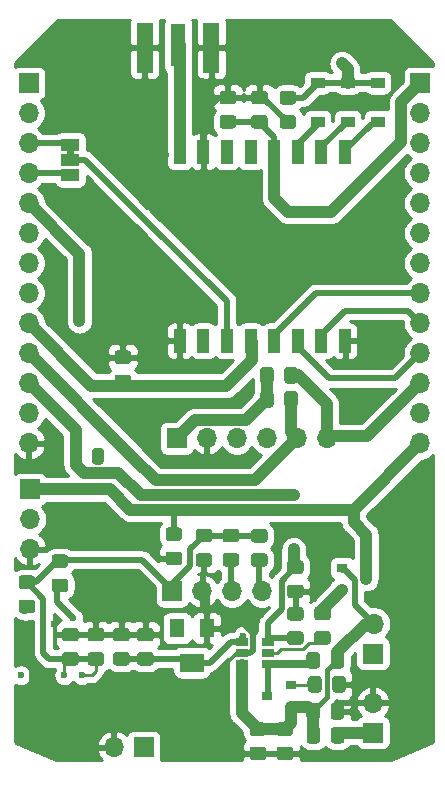
<source format=gbr>
G04 #@! TF.GenerationSoftware,KiCad,Pcbnew,(5.1.10)-1*
G04 #@! TF.CreationDate,2022-01-12T20:10:35+01:00*
G04 #@! TF.ProjectId,ttgot5,7474676f-7435-42e6-9b69-6361645f7063,rev?*
G04 #@! TF.SameCoordinates,Original*
G04 #@! TF.FileFunction,Copper,L2,Bot*
G04 #@! TF.FilePolarity,Positive*
%FSLAX46Y46*%
G04 Gerber Fmt 4.6, Leading zero omitted, Abs format (unit mm)*
G04 Created by KiCad (PCBNEW (5.1.10)-1) date 2022-01-12 20:10:35*
%MOMM*%
%LPD*%
G01*
G04 APERTURE LIST*
G04 #@! TA.AperFunction,EtchedComponent*
%ADD10C,0.100000*%
G04 #@! TD*
G04 #@! TA.AperFunction,SMDPad,CuDef*
%ADD11R,0.900000X0.800000*%
G04 #@! TD*
G04 #@! TA.AperFunction,ComponentPad*
%ADD12O,1.700000X1.700000*%
G04 #@! TD*
G04 #@! TA.AperFunction,ComponentPad*
%ADD13R,1.700000X1.700000*%
G04 #@! TD*
G04 #@! TA.AperFunction,SMDPad,CuDef*
%ADD14R,1.200000X0.900000*%
G04 #@! TD*
G04 #@! TA.AperFunction,SMDPad,CuDef*
%ADD15R,1.270000X3.600000*%
G04 #@! TD*
G04 #@! TA.AperFunction,SMDPad,CuDef*
%ADD16R,1.350000X4.200000*%
G04 #@! TD*
G04 #@! TA.AperFunction,SMDPad,CuDef*
%ADD17R,1.500000X1.000000*%
G04 #@! TD*
G04 #@! TA.AperFunction,SMDPad,CuDef*
%ADD18R,1.060000X0.650000*%
G04 #@! TD*
G04 #@! TA.AperFunction,SMDPad,CuDef*
%ADD19R,1.000000X2.000000*%
G04 #@! TD*
G04 #@! TA.AperFunction,SMDPad,CuDef*
%ADD20R,1.300000X1.600000*%
G04 #@! TD*
G04 #@! TA.AperFunction,SMDPad,CuDef*
%ADD21R,2.000000X1.600000*%
G04 #@! TD*
G04 #@! TA.AperFunction,ViaPad*
%ADD22C,0.600000*%
G04 #@! TD*
G04 #@! TA.AperFunction,Conductor*
%ADD23C,0.500000*%
G04 #@! TD*
G04 #@! TA.AperFunction,Conductor*
%ADD24C,0.250000*%
G04 #@! TD*
G04 #@! TA.AperFunction,Conductor*
%ADD25C,1.000000*%
G04 #@! TD*
G04 #@! TA.AperFunction,Conductor*
%ADD26C,0.400000*%
G04 #@! TD*
G04 #@! TA.AperFunction,Conductor*
%ADD27C,0.300000*%
G04 #@! TD*
G04 #@! TA.AperFunction,Conductor*
%ADD28C,0.700000*%
G04 #@! TD*
G04 #@! TA.AperFunction,Conductor*
%ADD29C,0.254000*%
G04 #@! TD*
G04 #@! TA.AperFunction,Conductor*
%ADD30C,0.100000*%
G04 #@! TD*
G04 APERTURE END LIST*
D10*
G36*
X105081000Y-111600000D02*
G01*
X105081000Y-112100000D01*
X105681000Y-112100000D01*
X105681000Y-111600000D01*
X105081000Y-111600000D01*
G37*
D11*
X130384000Y-148002000D03*
X128384000Y-147052000D03*
X128384000Y-148952000D03*
X122034000Y-157908000D03*
X124034000Y-158858000D03*
X124034000Y-156958000D03*
G04 #@! TA.AperFunction,SMDPad,CuDef*
G36*
G01*
X126648000Y-156441999D02*
X126648000Y-157342001D01*
G75*
G02*
X126398001Y-157592000I-249999J0D01*
G01*
X125747999Y-157592000D01*
G75*
G02*
X125498000Y-157342001I0J249999D01*
G01*
X125498000Y-156441999D01*
G75*
G02*
X125747999Y-156192000I249999J0D01*
G01*
X126398001Y-156192000D01*
G75*
G02*
X126648000Y-156441999I0J-249999D01*
G01*
G37*
G04 #@! TD.AperFunction*
G04 #@! TA.AperFunction,SMDPad,CuDef*
G36*
G01*
X128698000Y-156441999D02*
X128698000Y-157342001D01*
G75*
G02*
X128448001Y-157592000I-249999J0D01*
G01*
X127797999Y-157592000D01*
G75*
G02*
X127548000Y-157342001I0J249999D01*
G01*
X127548000Y-156441999D01*
G75*
G02*
X127797999Y-156192000I249999J0D01*
G01*
X128448001Y-156192000D01*
G75*
G02*
X128698000Y-156441999I0J-249999D01*
G01*
G37*
G04 #@! TD.AperFunction*
D12*
X109064000Y-162226000D03*
D13*
X111604000Y-162226000D03*
D12*
X101952000Y-145462000D03*
X101952000Y-142922000D03*
D13*
X101952000Y-140382000D03*
G04 #@! TA.AperFunction,SMDPad,CuDef*
G36*
G01*
X107228000Y-138044250D02*
X107228000Y-137131750D01*
G75*
G02*
X107471750Y-136888000I243750J0D01*
G01*
X107959250Y-136888000D01*
G75*
G02*
X108203000Y-137131750I0J-243750D01*
G01*
X108203000Y-138044250D01*
G75*
G02*
X107959250Y-138288000I-243750J0D01*
G01*
X107471750Y-138288000D01*
G75*
G02*
X107228000Y-138044250I0J243750D01*
G01*
G37*
G04 #@! TD.AperFunction*
G04 #@! TA.AperFunction,SMDPad,CuDef*
G36*
G01*
X105353000Y-138044250D02*
X105353000Y-137131750D01*
G75*
G02*
X105596750Y-136888000I243750J0D01*
G01*
X106084250Y-136888000D01*
G75*
G02*
X106328000Y-137131750I0J-243750D01*
G01*
X106328000Y-138044250D01*
G75*
G02*
X106084250Y-138288000I-243750J0D01*
G01*
X105596750Y-138288000D01*
G75*
G02*
X105353000Y-138044250I0J243750D01*
G01*
G37*
G04 #@! TD.AperFunction*
G04 #@! TA.AperFunction,SMDPad,CuDef*
G36*
G01*
X123493000Y-131180001D02*
X123493000Y-130279999D01*
G75*
G02*
X123742999Y-130030000I249999J0D01*
G01*
X124393001Y-130030000D01*
G75*
G02*
X124643000Y-130279999I0J-249999D01*
G01*
X124643000Y-131180001D01*
G75*
G02*
X124393001Y-131430000I-249999J0D01*
G01*
X123742999Y-131430000D01*
G75*
G02*
X123493000Y-131180001I0J249999D01*
G01*
G37*
G04 #@! TD.AperFunction*
G04 #@! TA.AperFunction,SMDPad,CuDef*
G36*
G01*
X121443000Y-131180001D02*
X121443000Y-130279999D01*
G75*
G02*
X121692999Y-130030000I249999J0D01*
G01*
X122343001Y-130030000D01*
G75*
G02*
X122593000Y-130279999I0J-249999D01*
G01*
X122593000Y-131180001D01*
G75*
G02*
X122343001Y-131430000I-249999J0D01*
G01*
X121692999Y-131430000D01*
G75*
G02*
X121443000Y-131180001I0J249999D01*
G01*
G37*
G04 #@! TD.AperFunction*
G04 #@! TA.AperFunction,SMDPad,CuDef*
G36*
G01*
X123484000Y-133212001D02*
X123484000Y-132311999D01*
G75*
G02*
X123733999Y-132062000I249999J0D01*
G01*
X124384001Y-132062000D01*
G75*
G02*
X124634000Y-132311999I0J-249999D01*
G01*
X124634000Y-133212001D01*
G75*
G02*
X124384001Y-133462000I-249999J0D01*
G01*
X123733999Y-133462000D01*
G75*
G02*
X123484000Y-133212001I0J249999D01*
G01*
G37*
G04 #@! TD.AperFunction*
G04 #@! TA.AperFunction,SMDPad,CuDef*
G36*
G01*
X121434000Y-133212001D02*
X121434000Y-132311999D01*
G75*
G02*
X121683999Y-132062000I249999J0D01*
G01*
X122334001Y-132062000D01*
G75*
G02*
X122584000Y-132311999I0J-249999D01*
G01*
X122584000Y-133212001D01*
G75*
G02*
X122334001Y-133462000I-249999J0D01*
G01*
X121683999Y-133462000D01*
G75*
G02*
X121434000Y-133212001I0J249999D01*
G01*
G37*
G04 #@! TD.AperFunction*
D12*
X127098000Y-136064000D03*
X124558000Y-136064000D03*
X122018000Y-136064000D03*
X119478000Y-136064000D03*
X116938000Y-136064000D03*
D13*
X114398000Y-136064000D03*
G04 #@! TA.AperFunction,SMDPad,CuDef*
G36*
G01*
X124881001Y-147552000D02*
X123980999Y-147552000D01*
G75*
G02*
X123731000Y-147302001I0J249999D01*
G01*
X123731000Y-146651999D01*
G75*
G02*
X123980999Y-146402000I249999J0D01*
G01*
X124881001Y-146402000D01*
G75*
G02*
X125131000Y-146651999I0J-249999D01*
G01*
X125131000Y-147302001D01*
G75*
G02*
X124881001Y-147552000I-249999J0D01*
G01*
G37*
G04 #@! TD.AperFunction*
G04 #@! TA.AperFunction,SMDPad,CuDef*
G36*
G01*
X124881001Y-149602000D02*
X123980999Y-149602000D01*
G75*
G02*
X123731000Y-149352001I0J249999D01*
G01*
X123731000Y-148701999D01*
G75*
G02*
X123980999Y-148452000I249999J0D01*
G01*
X124881001Y-148452000D01*
G75*
G02*
X125131000Y-148701999I0J-249999D01*
G01*
X125131000Y-149352001D01*
G75*
G02*
X124881001Y-149602000I-249999J0D01*
G01*
G37*
G04 #@! TD.AperFunction*
D14*
X126336000Y-109266000D03*
X126336000Y-105966000D03*
X128876000Y-109266000D03*
X128876000Y-105966000D03*
X131416000Y-109266000D03*
X131416000Y-105966000D03*
D12*
X131060400Y-151761200D03*
D13*
X131000000Y-154301200D03*
D12*
X131000000Y-158460000D03*
D13*
X131000000Y-161000000D03*
G04 #@! TA.AperFunction,SMDPad,CuDef*
G36*
G01*
X123091999Y-162168000D02*
X123992001Y-162168000D01*
G75*
G02*
X124242000Y-162417999I0J-249999D01*
G01*
X124242000Y-163068001D01*
G75*
G02*
X123992001Y-163318000I-249999J0D01*
G01*
X123091999Y-163318000D01*
G75*
G02*
X122842000Y-163068001I0J249999D01*
G01*
X122842000Y-162417999D01*
G75*
G02*
X123091999Y-162168000I249999J0D01*
G01*
G37*
G04 #@! TD.AperFunction*
G04 #@! TA.AperFunction,SMDPad,CuDef*
G36*
G01*
X123091999Y-160118000D02*
X123992001Y-160118000D01*
G75*
G02*
X124242000Y-160367999I0J-249999D01*
G01*
X124242000Y-161018001D01*
G75*
G02*
X123992001Y-161268000I-249999J0D01*
G01*
X123091999Y-161268000D01*
G75*
G02*
X122842000Y-161018001I0J249999D01*
G01*
X122842000Y-160367999D01*
G75*
G02*
X123091999Y-160118000I249999J0D01*
G01*
G37*
G04 #@! TD.AperFunction*
G04 #@! TA.AperFunction,SMDPad,CuDef*
G36*
G01*
X120805999Y-162168000D02*
X121706001Y-162168000D01*
G75*
G02*
X121956000Y-162417999I0J-249999D01*
G01*
X121956000Y-163068001D01*
G75*
G02*
X121706001Y-163318000I-249999J0D01*
G01*
X120805999Y-163318000D01*
G75*
G02*
X120556000Y-163068001I0J249999D01*
G01*
X120556000Y-162417999D01*
G75*
G02*
X120805999Y-162168000I249999J0D01*
G01*
G37*
G04 #@! TD.AperFunction*
G04 #@! TA.AperFunction,SMDPad,CuDef*
G36*
G01*
X120805999Y-160118000D02*
X121706001Y-160118000D01*
G75*
G02*
X121956000Y-160367999I0J-249999D01*
G01*
X121956000Y-161018001D01*
G75*
G02*
X121706001Y-161268000I-249999J0D01*
G01*
X120805999Y-161268000D01*
G75*
G02*
X120556000Y-161018001I0J249999D01*
G01*
X120556000Y-160367999D01*
G75*
G02*
X120805999Y-160118000I249999J0D01*
G01*
G37*
G04 #@! TD.AperFunction*
D15*
X114500000Y-102800000D03*
D16*
X117325000Y-103000000D03*
X111675000Y-103000000D03*
G04 #@! TA.AperFunction,SMDPad,CuDef*
G36*
G01*
X102148001Y-148822000D02*
X101247999Y-148822000D01*
G75*
G02*
X100998000Y-148572001I0J249999D01*
G01*
X100998000Y-147921999D01*
G75*
G02*
X101247999Y-147672000I249999J0D01*
G01*
X102148001Y-147672000D01*
G75*
G02*
X102398000Y-147921999I0J-249999D01*
G01*
X102398000Y-148572001D01*
G75*
G02*
X102148001Y-148822000I-249999J0D01*
G01*
G37*
G04 #@! TD.AperFunction*
G04 #@! TA.AperFunction,SMDPad,CuDef*
G36*
G01*
X102148001Y-150872000D02*
X101247999Y-150872000D01*
G75*
G02*
X100998000Y-150622001I0J249999D01*
G01*
X100998000Y-149971999D01*
G75*
G02*
X101247999Y-149722000I249999J0D01*
G01*
X102148001Y-149722000D01*
G75*
G02*
X102398000Y-149971999I0J-249999D01*
G01*
X102398000Y-150622001D01*
G75*
G02*
X102148001Y-150872000I-249999J0D01*
G01*
G37*
G04 #@! TD.AperFunction*
G04 #@! TA.AperFunction,SMDPad,CuDef*
G36*
G01*
X109375999Y-130672000D02*
X110276001Y-130672000D01*
G75*
G02*
X110526000Y-130921999I0J-249999D01*
G01*
X110526000Y-131572001D01*
G75*
G02*
X110276001Y-131822000I-249999J0D01*
G01*
X109375999Y-131822000D01*
G75*
G02*
X109126000Y-131572001I0J249999D01*
G01*
X109126000Y-130921999D01*
G75*
G02*
X109375999Y-130672000I249999J0D01*
G01*
G37*
G04 #@! TD.AperFunction*
G04 #@! TA.AperFunction,SMDPad,CuDef*
G36*
G01*
X109375999Y-128622000D02*
X110276001Y-128622000D01*
G75*
G02*
X110526000Y-128871999I0J-249999D01*
G01*
X110526000Y-129522001D01*
G75*
G02*
X110276001Y-129772000I-249999J0D01*
G01*
X109375999Y-129772000D01*
G75*
G02*
X109126000Y-129522001I0J249999D01*
G01*
X109126000Y-128871999D01*
G75*
G02*
X109375999Y-128622000I249999J0D01*
G01*
G37*
G04 #@! TD.AperFunction*
D17*
X105381000Y-112500000D03*
X105381000Y-113800000D03*
X105381000Y-111200000D03*
G04 #@! TA.AperFunction,SMDPad,CuDef*
G36*
G01*
X123345999Y-108710000D02*
X124246001Y-108710000D01*
G75*
G02*
X124496000Y-108959999I0J-249999D01*
G01*
X124496000Y-109610001D01*
G75*
G02*
X124246001Y-109860000I-249999J0D01*
G01*
X123345999Y-109860000D01*
G75*
G02*
X123096000Y-109610001I0J249999D01*
G01*
X123096000Y-108959999D01*
G75*
G02*
X123345999Y-108710000I249999J0D01*
G01*
G37*
G04 #@! TD.AperFunction*
G04 #@! TA.AperFunction,SMDPad,CuDef*
G36*
G01*
X123345999Y-106660000D02*
X124246001Y-106660000D01*
G75*
G02*
X124496000Y-106909999I0J-249999D01*
G01*
X124496000Y-107560001D01*
G75*
G02*
X124246001Y-107810000I-249999J0D01*
G01*
X123345999Y-107810000D01*
G75*
G02*
X123096000Y-107560001I0J249999D01*
G01*
X123096000Y-106909999D01*
G75*
G02*
X123345999Y-106660000I249999J0D01*
G01*
G37*
G04 #@! TD.AperFunction*
G04 #@! TA.AperFunction,SMDPad,CuDef*
G36*
G01*
X117134001Y-146935000D02*
X116233999Y-146935000D01*
G75*
G02*
X115984000Y-146685001I0J249999D01*
G01*
X115984000Y-146034999D01*
G75*
G02*
X116233999Y-145785000I249999J0D01*
G01*
X117134001Y-145785000D01*
G75*
G02*
X117384000Y-146034999I0J-249999D01*
G01*
X117384000Y-146685001D01*
G75*
G02*
X117134001Y-146935000I-249999J0D01*
G01*
G37*
G04 #@! TD.AperFunction*
G04 #@! TA.AperFunction,SMDPad,CuDef*
G36*
G01*
X117134001Y-144885000D02*
X116233999Y-144885000D01*
G75*
G02*
X115984000Y-144635001I0J249999D01*
G01*
X115984000Y-143984999D01*
G75*
G02*
X116233999Y-143735000I249999J0D01*
G01*
X117134001Y-143735000D01*
G75*
G02*
X117384000Y-143984999I0J-249999D01*
G01*
X117384000Y-144635001D01*
G75*
G02*
X117134001Y-144885000I-249999J0D01*
G01*
G37*
G04 #@! TD.AperFunction*
G04 #@! TA.AperFunction,SMDPad,CuDef*
G36*
G01*
X125362000Y-159628001D02*
X125362000Y-158727999D01*
G75*
G02*
X125611999Y-158478000I249999J0D01*
G01*
X126262001Y-158478000D01*
G75*
G02*
X126512000Y-158727999I0J-249999D01*
G01*
X126512000Y-159628001D01*
G75*
G02*
X126262001Y-159878000I-249999J0D01*
G01*
X125611999Y-159878000D01*
G75*
G02*
X125362000Y-159628001I0J249999D01*
G01*
G37*
G04 #@! TD.AperFunction*
G04 #@! TA.AperFunction,SMDPad,CuDef*
G36*
G01*
X127412000Y-159628001D02*
X127412000Y-158727999D01*
G75*
G02*
X127661999Y-158478000I249999J0D01*
G01*
X128312001Y-158478000D01*
G75*
G02*
X128562000Y-158727999I0J-249999D01*
G01*
X128562000Y-159628001D01*
G75*
G02*
X128312001Y-159878000I-249999J0D01*
G01*
X127661999Y-159878000D01*
G75*
G02*
X127412000Y-159628001I0J249999D01*
G01*
G37*
G04 #@! TD.AperFunction*
G04 #@! TA.AperFunction,SMDPad,CuDef*
G36*
G01*
X120932999Y-108692000D02*
X121833001Y-108692000D01*
G75*
G02*
X122083000Y-108941999I0J-249999D01*
G01*
X122083000Y-109592001D01*
G75*
G02*
X121833001Y-109842000I-249999J0D01*
G01*
X120932999Y-109842000D01*
G75*
G02*
X120683000Y-109592001I0J249999D01*
G01*
X120683000Y-108941999D01*
G75*
G02*
X120932999Y-108692000I249999J0D01*
G01*
G37*
G04 #@! TD.AperFunction*
G04 #@! TA.AperFunction,SMDPad,CuDef*
G36*
G01*
X120932999Y-106642000D02*
X121833001Y-106642000D01*
G75*
G02*
X122083000Y-106891999I0J-249999D01*
G01*
X122083000Y-107542001D01*
G75*
G02*
X121833001Y-107792000I-249999J0D01*
G01*
X120932999Y-107792000D01*
G75*
G02*
X120683000Y-107542001I0J249999D01*
G01*
X120683000Y-106891999D01*
G75*
G02*
X120932999Y-106642000I249999J0D01*
G01*
G37*
G04 #@! TD.AperFunction*
D13*
X101850000Y-106000000D03*
D12*
X101850000Y-108540000D03*
X101850000Y-111080000D03*
X101850000Y-113620000D03*
X101850000Y-116160000D03*
X101850000Y-118700000D03*
X101850000Y-121240000D03*
X101850000Y-123780000D03*
X101850000Y-126320000D03*
X101850000Y-128860000D03*
X101850000Y-131400000D03*
X101850000Y-133940000D03*
X101850000Y-136480000D03*
X135000000Y-136480000D03*
X135000000Y-133940000D03*
X135000000Y-131400000D03*
X135000000Y-128860000D03*
X135000000Y-126320000D03*
X135000000Y-123780000D03*
X135000000Y-121240000D03*
X135000000Y-118700000D03*
X135000000Y-116160000D03*
X135000000Y-113620000D03*
X135000000Y-111080000D03*
X135000000Y-108540000D03*
D13*
X135000000Y-106000000D03*
X114000000Y-149000000D03*
D12*
X116540000Y-149000000D03*
X119080000Y-149000000D03*
X121620000Y-149000000D03*
G04 #@! TA.AperFunction,SMDPad,CuDef*
G36*
G01*
X112181001Y-153267000D02*
X111280999Y-153267000D01*
G75*
G02*
X111031000Y-153017001I0J249999D01*
G01*
X111031000Y-152366999D01*
G75*
G02*
X111280999Y-152117000I249999J0D01*
G01*
X112181001Y-152117000D01*
G75*
G02*
X112431000Y-152366999I0J-249999D01*
G01*
X112431000Y-153017001D01*
G75*
G02*
X112181001Y-153267000I-249999J0D01*
G01*
G37*
G04 #@! TD.AperFunction*
G04 #@! TA.AperFunction,SMDPad,CuDef*
G36*
G01*
X112181001Y-155317000D02*
X111280999Y-155317000D01*
G75*
G02*
X111031000Y-155067001I0J249999D01*
G01*
X111031000Y-154416999D01*
G75*
G02*
X111280999Y-154167000I249999J0D01*
G01*
X112181001Y-154167000D01*
G75*
G02*
X112431000Y-154416999I0J-249999D01*
G01*
X112431000Y-155067001D01*
G75*
G02*
X112181001Y-155317000I-249999J0D01*
G01*
G37*
G04 #@! TD.AperFunction*
G04 #@! TA.AperFunction,SMDPad,CuDef*
G36*
G01*
X126512000Y-154409999D02*
X126512000Y-155310001D01*
G75*
G02*
X126262001Y-155560000I-249999J0D01*
G01*
X125611999Y-155560000D01*
G75*
G02*
X125362000Y-155310001I0J249999D01*
G01*
X125362000Y-154409999D01*
G75*
G02*
X125611999Y-154160000I249999J0D01*
G01*
X126262001Y-154160000D01*
G75*
G02*
X126512000Y-154409999I0J-249999D01*
G01*
G37*
G04 #@! TD.AperFunction*
G04 #@! TA.AperFunction,SMDPad,CuDef*
G36*
G01*
X128562000Y-154409999D02*
X128562000Y-155310001D01*
G75*
G02*
X128312001Y-155560000I-249999J0D01*
G01*
X127661999Y-155560000D01*
G75*
G02*
X127412000Y-155310001I0J249999D01*
G01*
X127412000Y-154409999D01*
G75*
G02*
X127661999Y-154160000I249999J0D01*
G01*
X128312001Y-154160000D01*
G75*
G02*
X128562000Y-154409999I0J-249999D01*
G01*
G37*
G04 #@! TD.AperFunction*
G04 #@! TA.AperFunction,SMDPad,CuDef*
G36*
G01*
X110149001Y-155317000D02*
X109248999Y-155317000D01*
G75*
G02*
X108999000Y-155067001I0J249999D01*
G01*
X108999000Y-154416999D01*
G75*
G02*
X109248999Y-154167000I249999J0D01*
G01*
X110149001Y-154167000D01*
G75*
G02*
X110399000Y-154416999I0J-249999D01*
G01*
X110399000Y-155067001D01*
G75*
G02*
X110149001Y-155317000I-249999J0D01*
G01*
G37*
G04 #@! TD.AperFunction*
G04 #@! TA.AperFunction,SMDPad,CuDef*
G36*
G01*
X110149001Y-153267000D02*
X109248999Y-153267000D01*
G75*
G02*
X108999000Y-153017001I0J249999D01*
G01*
X108999000Y-152366999D01*
G75*
G02*
X109248999Y-152117000I249999J0D01*
G01*
X110149001Y-152117000D01*
G75*
G02*
X110399000Y-152366999I0J-249999D01*
G01*
X110399000Y-153017001D01*
G75*
G02*
X110149001Y-153267000I-249999J0D01*
G01*
G37*
G04 #@! TD.AperFunction*
G04 #@! TA.AperFunction,SMDPad,CuDef*
G36*
G01*
X120932999Y-143744000D02*
X121833001Y-143744000D01*
G75*
G02*
X122083000Y-143993999I0J-249999D01*
G01*
X122083000Y-144644001D01*
G75*
G02*
X121833001Y-144894000I-249999J0D01*
G01*
X120932999Y-144894000D01*
G75*
G02*
X120683000Y-144644001I0J249999D01*
G01*
X120683000Y-143993999D01*
G75*
G02*
X120932999Y-143744000I249999J0D01*
G01*
G37*
G04 #@! TD.AperFunction*
G04 #@! TA.AperFunction,SMDPad,CuDef*
G36*
G01*
X120932999Y-145794000D02*
X121833001Y-145794000D01*
G75*
G02*
X122083000Y-146043999I0J-249999D01*
G01*
X122083000Y-146694001D01*
G75*
G02*
X121833001Y-146944000I-249999J0D01*
G01*
X120932999Y-146944000D01*
G75*
G02*
X120683000Y-146694001I0J249999D01*
G01*
X120683000Y-146043999D01*
G75*
G02*
X120932999Y-145794000I249999J0D01*
G01*
G37*
G04 #@! TD.AperFunction*
G04 #@! TA.AperFunction,SMDPad,CuDef*
G36*
G01*
X118519999Y-143726000D02*
X119420001Y-143726000D01*
G75*
G02*
X119670000Y-143975999I0J-249999D01*
G01*
X119670000Y-144626001D01*
G75*
G02*
X119420001Y-144876000I-249999J0D01*
G01*
X118519999Y-144876000D01*
G75*
G02*
X118270000Y-144626001I0J249999D01*
G01*
X118270000Y-143975999D01*
G75*
G02*
X118519999Y-143726000I249999J0D01*
G01*
G37*
G04 #@! TD.AperFunction*
G04 #@! TA.AperFunction,SMDPad,CuDef*
G36*
G01*
X118519999Y-145776000D02*
X119420001Y-145776000D01*
G75*
G02*
X119670000Y-146025999I0J-249999D01*
G01*
X119670000Y-146676001D01*
G75*
G02*
X119420001Y-146926000I-249999J0D01*
G01*
X118519999Y-146926000D01*
G75*
G02*
X118270000Y-146676001I0J249999D01*
G01*
X118270000Y-146025999D01*
G75*
G02*
X118519999Y-145776000I249999J0D01*
G01*
G37*
G04 #@! TD.AperFunction*
G04 #@! TA.AperFunction,SMDPad,CuDef*
G36*
G01*
X126530000Y-160759999D02*
X126530000Y-161660001D01*
G75*
G02*
X126280001Y-161910000I-249999J0D01*
G01*
X125629999Y-161910000D01*
G75*
G02*
X125380000Y-161660001I0J249999D01*
G01*
X125380000Y-160759999D01*
G75*
G02*
X125629999Y-160510000I249999J0D01*
G01*
X126280001Y-160510000D01*
G75*
G02*
X126530000Y-160759999I0J-249999D01*
G01*
G37*
G04 #@! TD.AperFunction*
G04 #@! TA.AperFunction,SMDPad,CuDef*
G36*
G01*
X128580000Y-160759999D02*
X128580000Y-161660001D01*
G75*
G02*
X128330001Y-161910000I-249999J0D01*
G01*
X127679999Y-161910000D01*
G75*
G02*
X127430000Y-161660001I0J249999D01*
G01*
X127430000Y-160759999D01*
G75*
G02*
X127679999Y-160510000I249999J0D01*
G01*
X128330001Y-160510000D01*
G75*
G02*
X128580000Y-160759999I0J-249999D01*
G01*
G37*
G04 #@! TD.AperFunction*
G04 #@! TA.AperFunction,SMDPad,CuDef*
G36*
G01*
X124881001Y-153548000D02*
X123980999Y-153548000D01*
G75*
G02*
X123731000Y-153298001I0J249999D01*
G01*
X123731000Y-152647999D01*
G75*
G02*
X123980999Y-152398000I249999J0D01*
G01*
X124881001Y-152398000D01*
G75*
G02*
X125131000Y-152647999I0J-249999D01*
G01*
X125131000Y-153298001D01*
G75*
G02*
X124881001Y-153548000I-249999J0D01*
G01*
G37*
G04 #@! TD.AperFunction*
G04 #@! TA.AperFunction,SMDPad,CuDef*
G36*
G01*
X124881001Y-151498000D02*
X123980999Y-151498000D01*
G75*
G02*
X123731000Y-151248001I0J249999D01*
G01*
X123731000Y-150597999D01*
G75*
G02*
X123980999Y-150348000I249999J0D01*
G01*
X124881001Y-150348000D01*
G75*
G02*
X125131000Y-150597999I0J-249999D01*
G01*
X125131000Y-151248001D01*
G75*
G02*
X124881001Y-151498000I-249999J0D01*
G01*
G37*
G04 #@! TD.AperFunction*
D18*
X119902000Y-155175000D03*
X119902000Y-154225000D03*
X119902000Y-153275000D03*
X122102000Y-153275000D03*
X122102000Y-155175000D03*
X122102000Y-154225000D03*
D19*
X128637000Y-127808000D03*
X126637000Y-127808000D03*
X124637000Y-127808000D03*
X122637000Y-127808000D03*
X120637000Y-127808000D03*
X118637000Y-127808000D03*
X116637000Y-127808000D03*
X114637000Y-127808000D03*
X114637000Y-111808000D03*
X116637000Y-111808000D03*
X118637000Y-111808000D03*
X120637000Y-111808000D03*
X122637000Y-111808000D03*
X124637000Y-111808000D03*
X126637000Y-111808000D03*
X128637000Y-111808000D03*
G04 #@! TA.AperFunction,SMDPad,CuDef*
G36*
G01*
X126266999Y-150330000D02*
X127167001Y-150330000D01*
G75*
G02*
X127417000Y-150579999I0J-249999D01*
G01*
X127417000Y-151230001D01*
G75*
G02*
X127167001Y-151480000I-249999J0D01*
G01*
X126266999Y-151480000D01*
G75*
G02*
X126017000Y-151230001I0J249999D01*
G01*
X126017000Y-150579999D01*
G75*
G02*
X126266999Y-150330000I249999J0D01*
G01*
G37*
G04 #@! TD.AperFunction*
G04 #@! TA.AperFunction,SMDPad,CuDef*
G36*
G01*
X126266999Y-152380000D02*
X127167001Y-152380000D01*
G75*
G02*
X127417000Y-152629999I0J-249999D01*
G01*
X127417000Y-153280001D01*
G75*
G02*
X127167001Y-153530000I-249999J0D01*
G01*
X126266999Y-153530000D01*
G75*
G02*
X126017000Y-153280001I0J249999D01*
G01*
X126017000Y-152629999D01*
G75*
G02*
X126266999Y-152380000I249999J0D01*
G01*
G37*
G04 #@! TD.AperFunction*
G04 #@! TA.AperFunction,SMDPad,CuDef*
G36*
G01*
X105831001Y-155317000D02*
X104930999Y-155317000D01*
G75*
G02*
X104681000Y-155067001I0J249999D01*
G01*
X104681000Y-154416999D01*
G75*
G02*
X104930999Y-154167000I249999J0D01*
G01*
X105831001Y-154167000D01*
G75*
G02*
X106081000Y-154416999I0J-249999D01*
G01*
X106081000Y-155067001D01*
G75*
G02*
X105831001Y-155317000I-249999J0D01*
G01*
G37*
G04 #@! TD.AperFunction*
G04 #@! TA.AperFunction,SMDPad,CuDef*
G36*
G01*
X105831001Y-153267000D02*
X104930999Y-153267000D01*
G75*
G02*
X104681000Y-153017001I0J249999D01*
G01*
X104681000Y-152366999D01*
G75*
G02*
X104930999Y-152117000I249999J0D01*
G01*
X105831001Y-152117000D01*
G75*
G02*
X106081000Y-152366999I0J-249999D01*
G01*
X106081000Y-153017001D01*
G75*
G02*
X105831001Y-153267000I-249999J0D01*
G01*
G37*
G04 #@! TD.AperFunction*
G04 #@! TA.AperFunction,SMDPad,CuDef*
G36*
G01*
X107089999Y-154167000D02*
X107990001Y-154167000D01*
G75*
G02*
X108240000Y-154416999I0J-249999D01*
G01*
X108240000Y-155067001D01*
G75*
G02*
X107990001Y-155317000I-249999J0D01*
G01*
X107089999Y-155317000D01*
G75*
G02*
X106840000Y-155067001I0J249999D01*
G01*
X106840000Y-154416999D01*
G75*
G02*
X107089999Y-154167000I249999J0D01*
G01*
G37*
G04 #@! TD.AperFunction*
G04 #@! TA.AperFunction,SMDPad,CuDef*
G36*
G01*
X107089999Y-152117000D02*
X107990001Y-152117000D01*
G75*
G02*
X108240000Y-152366999I0J-249999D01*
G01*
X108240000Y-153017001D01*
G75*
G02*
X107990001Y-153267000I-249999J0D01*
G01*
X107089999Y-153267000D01*
G75*
G02*
X106840000Y-153017001I0J249999D01*
G01*
X106840000Y-152366999D01*
G75*
G02*
X107089999Y-152117000I249999J0D01*
G01*
G37*
G04 #@! TD.AperFunction*
G04 #@! TA.AperFunction,SMDPad,CuDef*
G36*
G01*
X114594001Y-146808000D02*
X113693999Y-146808000D01*
G75*
G02*
X113444000Y-146558001I0J249999D01*
G01*
X113444000Y-145907999D01*
G75*
G02*
X113693999Y-145658000I249999J0D01*
G01*
X114594001Y-145658000D01*
G75*
G02*
X114844000Y-145907999I0J-249999D01*
G01*
X114844000Y-146558001D01*
G75*
G02*
X114594001Y-146808000I-249999J0D01*
G01*
G37*
G04 #@! TD.AperFunction*
G04 #@! TA.AperFunction,SMDPad,CuDef*
G36*
G01*
X114594001Y-144758000D02*
X113693999Y-144758000D01*
G75*
G02*
X113444000Y-144508001I0J249999D01*
G01*
X113444000Y-143857999D01*
G75*
G02*
X113693999Y-143608000I249999J0D01*
G01*
X114594001Y-143608000D01*
G75*
G02*
X114844000Y-143857999I0J-249999D01*
G01*
X114844000Y-144508001D01*
G75*
G02*
X114594001Y-144758000I-249999J0D01*
G01*
G37*
G04 #@! TD.AperFunction*
G04 #@! TA.AperFunction,SMDPad,CuDef*
G36*
G01*
X104942001Y-149094000D02*
X104041999Y-149094000D01*
G75*
G02*
X103792000Y-148844001I0J249999D01*
G01*
X103792000Y-148193999D01*
G75*
G02*
X104041999Y-147944000I249999J0D01*
G01*
X104942001Y-147944000D01*
G75*
G02*
X105192000Y-148193999I0J-249999D01*
G01*
X105192000Y-148844001D01*
G75*
G02*
X104942001Y-149094000I-249999J0D01*
G01*
G37*
G04 #@! TD.AperFunction*
G04 #@! TA.AperFunction,SMDPad,CuDef*
G36*
G01*
X104942001Y-147044000D02*
X104041999Y-147044000D01*
G75*
G02*
X103792000Y-146794001I0J249999D01*
G01*
X103792000Y-146143999D01*
G75*
G02*
X104041999Y-145894000I249999J0D01*
G01*
X104942001Y-145894000D01*
G75*
G02*
X105192000Y-146143999I0J-249999D01*
G01*
X105192000Y-146794001D01*
G75*
G02*
X104942001Y-147044000I-249999J0D01*
G01*
G37*
G04 #@! TD.AperFunction*
G04 #@! TA.AperFunction,SMDPad,CuDef*
G36*
G01*
X118265999Y-106642000D02*
X119166001Y-106642000D01*
G75*
G02*
X119416000Y-106891999I0J-249999D01*
G01*
X119416000Y-107542001D01*
G75*
G02*
X119166001Y-107792000I-249999J0D01*
G01*
X118265999Y-107792000D01*
G75*
G02*
X118016000Y-107542001I0J249999D01*
G01*
X118016000Y-106891999D01*
G75*
G02*
X118265999Y-106642000I249999J0D01*
G01*
G37*
G04 #@! TD.AperFunction*
G04 #@! TA.AperFunction,SMDPad,CuDef*
G36*
G01*
X118265999Y-108692000D02*
X119166001Y-108692000D01*
G75*
G02*
X119416000Y-108941999I0J-249999D01*
G01*
X119416000Y-109592001D01*
G75*
G02*
X119166001Y-109842000I-249999J0D01*
G01*
X118265999Y-109842000D01*
G75*
G02*
X118016000Y-109592001I0J249999D01*
G01*
X118016000Y-108941999D01*
G75*
G02*
X118265999Y-108692000I249999J0D01*
G01*
G37*
G04 #@! TD.AperFunction*
D20*
X114418000Y-152150000D03*
D21*
X115668000Y-155050000D03*
D20*
X116918000Y-152150000D03*
D22*
X116564000Y-105826000D03*
X116564000Y-107826000D03*
X116557000Y-108826000D03*
X116564000Y-106826000D03*
X111223000Y-109260000D03*
X111286000Y-110238000D03*
X112366000Y-111172000D03*
X113509000Y-112061000D03*
X111223000Y-108251000D03*
X111223000Y-107108000D03*
X111223000Y-106092000D03*
X116684000Y-109775000D03*
X130400000Y-127809000D03*
X111096000Y-118792000D03*
X130146000Y-132508000D03*
X109699000Y-150542000D03*
X124304000Y-149272000D03*
X117954000Y-157844500D03*
X101707643Y-153085545D03*
X102587000Y-158000000D03*
X103984000Y-151812000D03*
X119986000Y-132508000D03*
X114652000Y-125904000D03*
X114652000Y-133016000D03*
X119478000Y-151558000D03*
X110334000Y-147494000D03*
X109572000Y-143176000D03*
X131670000Y-117268000D03*
X103730000Y-137588000D03*
X106778000Y-144700000D03*
X116684000Y-146360000D03*
X107540000Y-147748000D03*
X111350000Y-135048000D03*
X133194000Y-122348000D03*
X104873000Y-156130000D03*
X101190000Y-156130000D03*
X106143000Y-126158000D03*
X106371600Y-156130000D03*
X107857500Y-137651500D03*
X128368000Y-104314000D03*
X124304000Y-140890000D03*
X124304000Y-145462000D03*
X118970000Y-146986000D03*
X101571000Y-150669000D03*
X105635000Y-151319000D03*
X125955000Y-161210000D03*
X120022670Y-152791330D03*
X125654168Y-156852397D03*
D23*
X116637000Y-108496000D02*
X116637000Y-111808000D01*
X117916000Y-107217000D02*
X116637000Y-108496000D01*
X118716000Y-107217000D02*
X117916000Y-107217000D01*
X128031000Y-158460000D02*
X127987000Y-158416000D01*
X131000000Y-158460000D02*
X128031000Y-158460000D01*
X116918000Y-149378000D02*
X116540000Y-149000000D01*
X116918000Y-152150000D02*
X116918000Y-149378000D01*
X107540000Y-152692000D02*
X105381000Y-152692000D01*
X107540000Y-152692000D02*
X109699000Y-152692000D01*
X109699000Y-152692000D02*
X111731000Y-152692000D01*
D24*
X119411998Y-154225000D02*
X117954000Y-155682998D01*
X119902000Y-154225000D02*
X119411998Y-154225000D01*
X117954000Y-155682998D02*
X117954000Y-157844500D01*
D23*
X101707643Y-153664849D02*
X102142500Y-154099706D01*
X101707643Y-153085545D02*
X101707643Y-153664849D01*
X102142500Y-157555500D02*
X102587000Y-158000000D01*
X102142500Y-154099706D02*
X102142500Y-157555500D01*
X121728000Y-107217000D02*
X123796000Y-109285000D01*
X118716000Y-107217000D02*
X121728000Y-107217000D01*
X120882001Y-152589999D02*
X119850002Y-151558000D01*
X119850002Y-151558000D02*
X119478000Y-151558000D01*
X120882001Y-153960001D02*
X120882001Y-152589999D01*
X120617002Y-154225000D02*
X120882001Y-153960001D01*
X119902000Y-154225000D02*
X120617002Y-154225000D01*
X116684000Y-146360000D02*
X116911000Y-146360000D01*
X126637000Y-127308000D02*
X128676000Y-125269000D01*
X126637000Y-127808000D02*
X126637000Y-127308000D01*
X133949000Y-125269000D02*
X135000000Y-126320000D01*
X128676000Y-125269000D02*
X133949000Y-125269000D01*
X122637000Y-110521000D02*
X121383000Y-109267000D01*
X122637000Y-111808000D02*
X122637000Y-110521000D01*
X121383000Y-109267000D02*
X118716000Y-109267000D01*
D25*
X122637000Y-112308000D02*
X122653000Y-112324000D01*
X122637000Y-111808000D02*
X122637000Y-112308000D01*
X122653000Y-112324000D02*
X122653000Y-115744000D01*
X122653000Y-115744000D02*
X123796000Y-116887000D01*
X123796000Y-116887000D02*
X127479000Y-116887000D01*
X133382009Y-107617991D02*
X135000000Y-106000000D01*
X133382009Y-110983991D02*
X133382009Y-107617991D01*
X127479000Y-116887000D02*
X133382009Y-110983991D01*
D23*
X105381000Y-154742000D02*
X107540000Y-154742000D01*
D25*
X101850000Y-116160000D02*
X106143000Y-120453000D01*
X106143000Y-120453000D02*
X106143000Y-126158000D01*
D23*
X103597980Y-154742000D02*
X103087990Y-154232010D01*
X105381000Y-154742000D02*
X103597980Y-154742000D01*
D24*
X106371600Y-156130000D02*
X107184400Y-156130000D01*
X107540000Y-155774400D02*
X107540000Y-154742000D01*
X107184400Y-156130000D02*
X107540000Y-155774400D01*
X104873000Y-155250000D02*
X105381000Y-154742000D01*
X104873000Y-156130000D02*
X104873000Y-155250000D01*
D25*
X120257001Y-134513999D02*
X122009000Y-132762000D01*
X115948001Y-134513999D02*
X120257001Y-134513999D01*
X114398000Y-136064000D02*
X115948001Y-134513999D01*
X122018000Y-132753000D02*
X122009000Y-132762000D01*
X122018000Y-130730000D02*
X122018000Y-132753000D01*
D23*
X118988000Y-144319000D02*
X118970000Y-144301000D01*
X121383000Y-144319000D02*
X118988000Y-144319000D01*
X104356000Y-146360000D02*
X104238000Y-146478000D01*
X102469000Y-148247000D02*
X104238000Y-146478000D01*
X101698000Y-148247000D02*
X102469000Y-148247000D01*
X103087990Y-149636990D02*
X101698000Y-148247000D01*
X103087990Y-154232010D02*
X103087990Y-149636990D01*
X118961000Y-144310000D02*
X118970000Y-144301000D01*
X116684000Y-144310000D02*
X118961000Y-144310000D01*
X114000000Y-149000000D02*
X114000000Y-148892000D01*
X111468000Y-146360000D02*
X104356000Y-146360000D01*
X114000000Y-148892000D02*
X111468000Y-146360000D01*
X115533990Y-145460010D02*
X116684000Y-144310000D01*
X114000000Y-148400000D02*
X115533990Y-146866010D01*
X114000000Y-149000000D02*
X114000000Y-148400000D01*
X115533990Y-146866010D02*
X115533990Y-145460010D01*
D25*
X119902000Y-157189000D02*
X119902000Y-155250001D01*
D23*
X128384000Y-147256000D02*
X128384000Y-147052000D01*
X129483999Y-150184799D02*
X131060400Y-151761200D01*
X129483999Y-148101999D02*
X129483999Y-150184799D01*
X128434000Y-147052000D02*
X129483999Y-148101999D01*
X128384000Y-147052000D02*
X128434000Y-147052000D01*
X120748000Y-127919000D02*
X120637000Y-127808000D01*
D25*
X120748000Y-129460000D02*
X120748000Y-127919000D01*
X118598000Y-131610000D02*
X120748000Y-129460000D01*
X107140000Y-131610000D02*
X118598000Y-131610000D01*
X101850000Y-126320000D02*
X107140000Y-131610000D01*
D23*
X123778000Y-107217000D02*
X123796000Y-107235000D01*
X131416000Y-105966000D02*
X126336000Y-105966000D01*
X125067000Y-107235000D02*
X126336000Y-105966000D01*
X123796000Y-107235000D02*
X125067000Y-107235000D01*
D25*
X128876000Y-104822000D02*
X128368000Y-104314000D01*
X128876000Y-105966000D02*
X128876000Y-104822000D01*
X124059000Y-135565000D02*
X124558000Y-136064000D01*
X124059000Y-132762000D02*
X124059000Y-135565000D01*
X110604001Y-137614001D02*
X110614001Y-137614001D01*
X101850000Y-128860000D02*
X110604001Y-137614001D01*
X110614001Y-137614001D02*
X112620000Y-139620000D01*
X121002000Y-139620000D02*
X124558000Y-136064000D01*
X112620000Y-139620000D02*
X121002000Y-139620000D01*
X135000000Y-136480000D02*
X129384000Y-142096000D01*
D26*
X129346509Y-143138509D02*
X129384000Y-143176000D01*
D25*
X129384000Y-142096000D02*
X129384000Y-143176000D01*
X108734180Y-140382000D02*
X110448180Y-142096000D01*
X101952000Y-140382000D02*
X108734180Y-140382000D01*
D23*
X114144000Y-144183000D02*
X114144000Y-142160000D01*
X114144000Y-142160000D02*
X114208000Y-142096000D01*
D25*
X114208000Y-142096000D02*
X129384000Y-142096000D01*
X110448180Y-142096000D02*
X114208000Y-142096000D01*
X130428758Y-144220758D02*
X130428758Y-147957242D01*
X129384000Y-143176000D02*
X130428758Y-144220758D01*
D23*
X124637000Y-128308000D02*
X127313000Y-130984000D01*
X124637000Y-127808000D02*
X124637000Y-128308000D01*
X132876000Y-130984000D02*
X135000000Y-128860000D01*
X127313000Y-130984000D02*
X132876000Y-130984000D01*
X126165000Y-123780000D02*
X135000000Y-123780000D01*
X122637000Y-127308000D02*
X126165000Y-123780000D01*
X122637000Y-127808000D02*
X122637000Y-127308000D01*
X105261000Y-111080000D02*
X105381000Y-111200000D01*
X101850000Y-111080000D02*
X105261000Y-111080000D01*
X105201000Y-113620000D02*
X105381000Y-113800000D01*
X101850000Y-113620000D02*
X105201000Y-113620000D01*
X121897000Y-153275000D02*
X122102000Y-153275000D01*
X124129000Y-153275000D02*
X124431000Y-152973000D01*
X123280990Y-148127010D02*
X123280990Y-150549010D01*
X124431000Y-146977000D02*
X123280990Y-148127010D01*
X122102000Y-151728000D02*
X122102000Y-153275000D01*
X123280990Y-150549010D02*
X122102000Y-151728000D01*
X122404000Y-152973000D02*
X122102000Y-153275000D01*
X124431000Y-152973000D02*
X122404000Y-152973000D01*
D25*
X101850000Y-131400000D02*
X101850000Y-131645998D01*
X105840500Y-135390500D02*
X105840500Y-137588000D01*
X101850000Y-131400000D02*
X105840500Y-135390500D01*
X111357840Y-140890000D02*
X124304000Y-140890000D01*
X109455850Y-138988010D02*
X111357840Y-140890000D01*
X106540510Y-138988010D02*
X109455850Y-138988010D01*
X105840500Y-138288000D02*
X106540510Y-138988010D01*
X105840500Y-137588000D02*
X105840500Y-138288000D01*
X124304000Y-146850000D02*
X124431000Y-146977000D01*
X124304000Y-145462000D02*
X124304000Y-146850000D01*
X101850000Y-133940000D02*
X101850000Y-134261520D01*
X127098000Y-133185000D02*
X127098000Y-136064000D01*
X124643000Y-130730000D02*
X127098000Y-133185000D01*
X124068000Y-130730000D02*
X124643000Y-130730000D01*
X127257000Y-135905000D02*
X127098000Y-136064000D01*
X130495000Y-135905000D02*
X127257000Y-135905000D01*
X130495000Y-135905000D02*
X135000000Y-131400000D01*
D23*
X119478000Y-148602000D02*
X119080000Y-149000000D01*
D27*
X118970000Y-148890000D02*
X119080000Y-149000000D01*
D23*
X118970000Y-146351000D02*
X118970000Y-146986000D01*
X118970000Y-146986000D02*
X118970000Y-148890000D01*
X122018000Y-148602000D02*
X121620000Y-149000000D01*
D27*
X121383000Y-148763000D02*
X121620000Y-149000000D01*
D23*
X121383000Y-146369000D02*
X121383000Y-148763000D01*
X118637000Y-128308000D02*
X118637000Y-127808000D01*
X111477000Y-117299000D02*
X118637000Y-124459000D01*
X118637000Y-127808000D02*
X118637000Y-124459000D01*
X111430000Y-117299000D02*
X111477000Y-117299000D01*
X106631000Y-112500000D02*
X111430000Y-117299000D01*
X105381000Y-112500000D02*
X106631000Y-112500000D01*
D25*
X114637000Y-111808000D02*
X114637000Y-111308000D01*
X114637000Y-111808000D02*
X114637000Y-102805000D01*
D23*
X104238000Y-149922000D02*
X105635000Y-151319000D01*
X104238000Y-148528000D02*
X104238000Y-149922000D01*
X130790000Y-161210000D02*
X131000000Y-161000000D01*
D25*
X128215000Y-161000000D02*
X128005000Y-161210000D01*
X131000000Y-161000000D02*
X128215000Y-161000000D01*
X126717000Y-150905000D02*
X126719000Y-150905000D01*
X126717000Y-150619000D02*
X128384000Y-148952000D01*
X126717000Y-150905000D02*
X126717000Y-150619000D01*
D23*
X128637000Y-111699000D02*
X130908000Y-109428000D01*
X128637000Y-111808000D02*
X128637000Y-111699000D01*
X126637000Y-111413000D02*
X128622000Y-109428000D01*
X126637000Y-111808000D02*
X126637000Y-111413000D01*
X124637000Y-111127000D02*
X126336000Y-109428000D01*
X124637000Y-111808000D02*
X124637000Y-111127000D01*
D27*
X115468000Y-155450000D02*
X115668000Y-155450000D01*
X112039000Y-155050000D02*
X111731000Y-154742000D01*
D23*
X115668000Y-154733000D02*
X112039000Y-154733000D01*
X111731000Y-154742000D02*
X109699000Y-154742000D01*
D24*
X119122000Y-153275000D02*
X119902000Y-153275000D01*
D23*
X118943000Y-153275000D02*
X119902000Y-153275000D01*
X117168000Y-155050000D02*
X118943000Y-153275000D01*
X115668000Y-155050000D02*
X117168000Y-155050000D01*
X115922000Y-155304000D02*
X115668000Y-155050000D01*
D25*
X119902000Y-159339000D02*
X121256000Y-160693000D01*
X119902000Y-157189000D02*
X119902000Y-159339000D01*
X121256000Y-160693000D02*
X123542000Y-160693000D01*
X124034000Y-160201000D02*
X123542000Y-160693000D01*
X124034000Y-158858000D02*
X124034000Y-160201000D01*
X124034000Y-158858000D02*
X125495000Y-158858000D01*
X125955000Y-159196000D02*
X125937000Y-159178000D01*
X125955000Y-161210000D02*
X125955000Y-159196000D01*
D26*
X127147990Y-155699010D02*
X127987000Y-154860000D01*
X127147990Y-157967010D02*
X127147990Y-155699010D01*
X125937000Y-159178000D02*
X127147990Y-157967010D01*
D25*
X130385800Y-151761200D02*
X131060400Y-151761200D01*
X127987000Y-154160000D02*
X130385800Y-151761200D01*
X127987000Y-154860000D02*
X127987000Y-154160000D01*
X125955000Y-161210000D02*
X125955000Y-161278520D01*
D23*
X119902000Y-152912000D02*
X120022670Y-152791330D01*
X119902000Y-153275000D02*
X119902000Y-152912000D01*
D24*
X122102000Y-154225000D02*
X122907000Y-154225000D01*
X122907000Y-154225000D02*
X123258990Y-153873010D01*
X125119180Y-153873010D02*
X125574000Y-153418190D01*
X123258990Y-153873010D02*
X125119180Y-153873010D01*
X126253810Y-153418190D02*
X126717000Y-152955000D01*
X125574000Y-153418190D02*
X126253810Y-153418190D01*
X125548565Y-156958000D02*
X125654168Y-156852397D01*
X124034000Y-156958000D02*
X125548565Y-156958000D01*
D23*
X122102000Y-157840000D02*
X122034000Y-157908000D01*
X122102000Y-155175000D02*
X122102000Y-157840000D01*
D28*
X125622000Y-155175000D02*
X125937000Y-154860000D01*
X122102000Y-155175000D02*
X125622000Y-155175000D01*
D29*
X136065001Y-161810680D02*
X132546123Y-163315000D01*
X124880040Y-163315000D01*
X124877000Y-163028750D01*
X124718250Y-162870000D01*
X123669000Y-162870000D01*
X123669000Y-162890000D01*
X123415000Y-162890000D01*
X123415000Y-162870000D01*
X121383000Y-162870000D01*
X121383000Y-162890000D01*
X121129000Y-162890000D01*
X121129000Y-162870000D01*
X120079750Y-162870000D01*
X119921000Y-163028750D01*
X119917960Y-163315000D01*
X113045073Y-163315000D01*
X113079812Y-163200482D01*
X113092072Y-163076000D01*
X113092072Y-161376000D01*
X113079812Y-161251518D01*
X113043502Y-161131820D01*
X112984537Y-161021506D01*
X112905185Y-160924815D01*
X112808494Y-160845463D01*
X112698180Y-160786498D01*
X112578482Y-160750188D01*
X112454000Y-160737928D01*
X110754000Y-160737928D01*
X110629518Y-160750188D01*
X110509820Y-160786498D01*
X110399506Y-160845463D01*
X110302815Y-160924815D01*
X110223463Y-161021506D01*
X110164498Y-161131820D01*
X110140034Y-161212466D01*
X110064269Y-161128412D01*
X109830920Y-160954359D01*
X109568099Y-160829175D01*
X109420890Y-160784524D01*
X109191000Y-160905845D01*
X109191000Y-162099000D01*
X109211000Y-162099000D01*
X109211000Y-162353000D01*
X109191000Y-162353000D01*
X109191000Y-162373000D01*
X108937000Y-162373000D01*
X108937000Y-162353000D01*
X107743186Y-162353000D01*
X107622519Y-162582891D01*
X107719843Y-162857252D01*
X107868822Y-163107355D01*
X108055990Y-163315000D01*
X104203879Y-163315000D01*
X100821677Y-161869109D01*
X107622519Y-161869109D01*
X107743186Y-162099000D01*
X108937000Y-162099000D01*
X108937000Y-160905845D01*
X108707110Y-160784524D01*
X108559901Y-160829175D01*
X108297080Y-160954359D01*
X108063731Y-161128412D01*
X107868822Y-161344645D01*
X107719843Y-161594748D01*
X107622519Y-161869109D01*
X100821677Y-161869109D01*
X100685000Y-161810680D01*
X100685000Y-156917085D01*
X100747111Y-156958586D01*
X100917271Y-157029068D01*
X101097911Y-157065000D01*
X101282089Y-157065000D01*
X101462729Y-157029068D01*
X101632889Y-156958586D01*
X101786028Y-156856262D01*
X101916262Y-156726028D01*
X102018586Y-156572889D01*
X102089068Y-156402729D01*
X102125000Y-156222089D01*
X102125000Y-156037911D01*
X102089068Y-155857271D01*
X102018586Y-155687111D01*
X101916262Y-155533972D01*
X101786028Y-155403738D01*
X101632889Y-155301414D01*
X101462729Y-155230932D01*
X101282089Y-155195000D01*
X101097911Y-155195000D01*
X100917271Y-155230932D01*
X100747111Y-155301414D01*
X100685000Y-155342915D01*
X100685000Y-151303275D01*
X100754613Y-151360405D01*
X100908149Y-151442472D01*
X101074745Y-151493008D01*
X101130259Y-151498476D01*
X101298271Y-151568068D01*
X101478911Y-151604000D01*
X101663089Y-151604000D01*
X101843729Y-151568068D01*
X101983745Y-151510072D01*
X102148001Y-151510072D01*
X102202991Y-151504656D01*
X102202990Y-154188541D01*
X102198709Y-154232010D01*
X102202990Y-154275479D01*
X102202990Y-154275486D01*
X102210526Y-154352000D01*
X102215795Y-154405500D01*
X102229220Y-154449754D01*
X102266401Y-154572322D01*
X102348579Y-154726068D01*
X102459173Y-154860827D01*
X102492946Y-154888544D01*
X102941446Y-155337044D01*
X102969163Y-155370817D01*
X103103921Y-155481411D01*
X103257667Y-155563589D01*
X103424490Y-155614195D01*
X103554503Y-155627000D01*
X103554511Y-155627000D01*
X103597980Y-155631281D01*
X103641449Y-155627000D01*
X104084579Y-155627000D01*
X104044414Y-155687111D01*
X103973932Y-155857271D01*
X103938000Y-156037911D01*
X103938000Y-156222089D01*
X103973932Y-156402729D01*
X104044414Y-156572889D01*
X104146738Y-156726028D01*
X104276972Y-156856262D01*
X104430111Y-156958586D01*
X104600271Y-157029068D01*
X104780911Y-157065000D01*
X104965089Y-157065000D01*
X105145729Y-157029068D01*
X105315889Y-156958586D01*
X105469028Y-156856262D01*
X105599262Y-156726028D01*
X105622300Y-156691549D01*
X105645338Y-156726028D01*
X105775572Y-156856262D01*
X105928711Y-156958586D01*
X106098871Y-157029068D01*
X106279511Y-157065000D01*
X106463689Y-157065000D01*
X106644329Y-157029068D01*
X106814489Y-156958586D01*
X106917135Y-156890000D01*
X107147078Y-156890000D01*
X107184400Y-156893676D01*
X107221722Y-156890000D01*
X107221733Y-156890000D01*
X107333386Y-156879003D01*
X107476647Y-156835546D01*
X107608676Y-156764974D01*
X107724401Y-156670001D01*
X107748204Y-156640997D01*
X108050998Y-156338203D01*
X108080001Y-156314401D01*
X108174974Y-156198676D01*
X108245546Y-156066647D01*
X108289003Y-155923386D01*
X108291391Y-155899139D01*
X108329851Y-155887472D01*
X108483387Y-155805405D01*
X108617962Y-155694962D01*
X108619500Y-155693088D01*
X108621038Y-155694962D01*
X108755613Y-155805405D01*
X108909149Y-155887472D01*
X109075745Y-155938008D01*
X109248999Y-155955072D01*
X110149001Y-155955072D01*
X110322255Y-155938008D01*
X110488851Y-155887472D01*
X110642387Y-155805405D01*
X110715000Y-155745813D01*
X110787613Y-155805405D01*
X110941149Y-155887472D01*
X111107745Y-155938008D01*
X111280999Y-155955072D01*
X112181001Y-155955072D01*
X112354255Y-155938008D01*
X112520851Y-155887472D01*
X112674387Y-155805405D01*
X112808962Y-155694962D01*
X112872123Y-155618000D01*
X114029928Y-155618000D01*
X114029928Y-155850000D01*
X114042188Y-155974482D01*
X114078498Y-156094180D01*
X114137463Y-156204494D01*
X114216815Y-156301185D01*
X114313506Y-156380537D01*
X114423820Y-156439502D01*
X114543518Y-156475812D01*
X114668000Y-156488072D01*
X116668000Y-156488072D01*
X116792482Y-156475812D01*
X116912180Y-156439502D01*
X117022494Y-156380537D01*
X117119185Y-156301185D01*
X117198537Y-156204494D01*
X117257502Y-156094180D01*
X117293812Y-155974482D01*
X117298545Y-155926425D01*
X117341490Y-155922195D01*
X117508313Y-155871589D01*
X117662059Y-155789411D01*
X117796817Y-155678817D01*
X117824534Y-155645044D01*
X118747114Y-154722464D01*
X118746188Y-154725518D01*
X118733928Y-154850000D01*
X118733928Y-155500000D01*
X118746188Y-155624482D01*
X118767001Y-155693092D01*
X118767000Y-157133248D01*
X118767000Y-157133249D01*
X118767001Y-159283239D01*
X118761509Y-159339000D01*
X118783423Y-159561498D01*
X118848324Y-159775446D01*
X118867661Y-159811622D01*
X118953717Y-159972623D01*
X119095552Y-160145449D01*
X119138860Y-160180991D01*
X119917928Y-160960060D01*
X119917928Y-161018001D01*
X119934992Y-161191255D01*
X119985528Y-161357851D01*
X120067595Y-161511387D01*
X120178038Y-161645962D01*
X120184594Y-161651342D01*
X120104815Y-161716815D01*
X120025463Y-161813506D01*
X119966498Y-161923820D01*
X119930188Y-162043518D01*
X119917928Y-162168000D01*
X119921000Y-162457250D01*
X120079750Y-162616000D01*
X121129000Y-162616000D01*
X121129000Y-162596000D01*
X121383000Y-162596000D01*
X121383000Y-162616000D01*
X123415000Y-162616000D01*
X123415000Y-162596000D01*
X123669000Y-162596000D01*
X123669000Y-162616000D01*
X124718250Y-162616000D01*
X124877000Y-162457250D01*
X124880072Y-162168000D01*
X124875705Y-162123659D01*
X124891595Y-162153387D01*
X125002038Y-162287962D01*
X125136613Y-162398405D01*
X125290149Y-162480472D01*
X125456745Y-162531008D01*
X125629999Y-162548072D01*
X126280001Y-162548072D01*
X126453255Y-162531008D01*
X126619851Y-162480472D01*
X126773387Y-162398405D01*
X126907962Y-162287962D01*
X126980000Y-162200184D01*
X127052038Y-162287962D01*
X127186613Y-162398405D01*
X127340149Y-162480472D01*
X127506745Y-162531008D01*
X127679999Y-162548072D01*
X128330001Y-162548072D01*
X128503255Y-162531008D01*
X128669851Y-162480472D01*
X128823387Y-162398405D01*
X128957962Y-162287962D01*
X129068405Y-162153387D01*
X129078233Y-162135000D01*
X129582317Y-162135000D01*
X129619463Y-162204494D01*
X129698815Y-162301185D01*
X129795506Y-162380537D01*
X129905820Y-162439502D01*
X130025518Y-162475812D01*
X130150000Y-162488072D01*
X131850000Y-162488072D01*
X131974482Y-162475812D01*
X132094180Y-162439502D01*
X132204494Y-162380537D01*
X132301185Y-162301185D01*
X132380537Y-162204494D01*
X132439502Y-162094180D01*
X132475812Y-161974482D01*
X132488072Y-161850000D01*
X132488072Y-160150000D01*
X132475812Y-160025518D01*
X132439502Y-159905820D01*
X132380537Y-159795506D01*
X132301185Y-159698815D01*
X132204494Y-159619463D01*
X132094180Y-159560498D01*
X132013534Y-159536034D01*
X132097588Y-159460269D01*
X132271641Y-159226920D01*
X132396825Y-158964099D01*
X132441476Y-158816890D01*
X132320155Y-158587000D01*
X131127000Y-158587000D01*
X131127000Y-158607000D01*
X130873000Y-158607000D01*
X130873000Y-158587000D01*
X129679845Y-158587000D01*
X129558524Y-158816890D01*
X129603175Y-158964099D01*
X129728359Y-159226920D01*
X129902412Y-159460269D01*
X129986466Y-159536034D01*
X129905820Y-159560498D01*
X129795506Y-159619463D01*
X129698815Y-159698815D01*
X129619463Y-159795506D01*
X129582317Y-159865000D01*
X129199976Y-159865000D01*
X129197000Y-159463750D01*
X129038250Y-159305000D01*
X128114000Y-159305000D01*
X128114000Y-159325000D01*
X127860000Y-159325000D01*
X127860000Y-159305000D01*
X127840000Y-159305000D01*
X127840000Y-159051000D01*
X127860000Y-159051000D01*
X127860000Y-159031000D01*
X128114000Y-159031000D01*
X128114000Y-159051000D01*
X129038250Y-159051000D01*
X129197000Y-158892250D01*
X129200072Y-158478000D01*
X129187812Y-158353518D01*
X129151502Y-158233820D01*
X129092537Y-158123506D01*
X129075946Y-158103290D01*
X129076165Y-158103110D01*
X129558524Y-158103110D01*
X129679845Y-158333000D01*
X130873000Y-158333000D01*
X130873000Y-157139186D01*
X131127000Y-157139186D01*
X131127000Y-158333000D01*
X132320155Y-158333000D01*
X132441476Y-158103110D01*
X132396825Y-157955901D01*
X132271641Y-157693080D01*
X132097588Y-157459731D01*
X131881355Y-157264822D01*
X131631252Y-157115843D01*
X131356891Y-157018519D01*
X131127000Y-157139186D01*
X130873000Y-157139186D01*
X130643109Y-157018519D01*
X130368748Y-157115843D01*
X130118645Y-157264822D01*
X129902412Y-157459731D01*
X129728359Y-157693080D01*
X129603175Y-157955901D01*
X129558524Y-158103110D01*
X129076165Y-158103110D01*
X129149185Y-158043185D01*
X129228537Y-157946494D01*
X129287502Y-157836180D01*
X129323812Y-157716482D01*
X129336072Y-157592000D01*
X129333000Y-157177750D01*
X129174250Y-157019000D01*
X128250000Y-157019000D01*
X128250000Y-157039000D01*
X127996000Y-157039000D01*
X127996000Y-157019000D01*
X127982990Y-157019000D01*
X127982990Y-156765000D01*
X127996000Y-156765000D01*
X127996000Y-156745000D01*
X128250000Y-156745000D01*
X128250000Y-156765000D01*
X129174250Y-156765000D01*
X129333000Y-156606250D01*
X129336072Y-156192000D01*
X129323812Y-156067518D01*
X129287502Y-155947820D01*
X129228537Y-155837506D01*
X129149185Y-155740815D01*
X129103772Y-155703545D01*
X129132472Y-155649851D01*
X129183008Y-155483255D01*
X129200072Y-155310001D01*
X129200072Y-154552059D01*
X129511928Y-154240203D01*
X129511928Y-155151200D01*
X129524188Y-155275682D01*
X129560498Y-155395380D01*
X129619463Y-155505694D01*
X129698815Y-155602385D01*
X129795506Y-155681737D01*
X129905820Y-155740702D01*
X130025518Y-155777012D01*
X130150000Y-155789272D01*
X131850000Y-155789272D01*
X131974482Y-155777012D01*
X132094180Y-155740702D01*
X132204494Y-155681737D01*
X132301185Y-155602385D01*
X132380537Y-155505694D01*
X132439502Y-155395380D01*
X132475812Y-155275682D01*
X132488072Y-155151200D01*
X132488072Y-153451200D01*
X132475812Y-153326718D01*
X132439502Y-153207020D01*
X132380537Y-153096706D01*
X132301185Y-153000015D01*
X132204494Y-152920663D01*
X132094180Y-152861698D01*
X132067962Y-152853745D01*
X132213875Y-152707832D01*
X132376390Y-152464611D01*
X132488332Y-152194358D01*
X132545400Y-151907460D01*
X132545400Y-151614940D01*
X132488332Y-151328042D01*
X132376390Y-151057789D01*
X132213875Y-150814568D01*
X132007032Y-150607725D01*
X131763811Y-150445210D01*
X131493558Y-150333268D01*
X131206660Y-150276200D01*
X130914140Y-150276200D01*
X130841440Y-150290661D01*
X130368999Y-149818221D01*
X130368999Y-149091847D01*
X130428758Y-149097733D01*
X130651257Y-149075819D01*
X130769098Y-149040072D01*
X130834000Y-149040072D01*
X130958482Y-149027812D01*
X131078180Y-148991502D01*
X131188494Y-148932537D01*
X131285185Y-148853185D01*
X131364537Y-148756494D01*
X131423502Y-148646180D01*
X131459812Y-148526482D01*
X131470735Y-148415577D01*
X131482434Y-148393689D01*
X131547335Y-148179741D01*
X131563758Y-148012994D01*
X131563758Y-144276509D01*
X131569249Y-144220758D01*
X131547335Y-143998259D01*
X131482434Y-143784311D01*
X131474405Y-143769290D01*
X131377042Y-143587135D01*
X131235207Y-143414309D01*
X131191898Y-143378766D01*
X130519000Y-142705869D01*
X130519000Y-142566131D01*
X135120132Y-137965000D01*
X135146260Y-137965000D01*
X135433158Y-137907932D01*
X135703411Y-137795990D01*
X135946632Y-137633475D01*
X136065001Y-137515106D01*
X136065001Y-161810680D01*
G04 #@! TA.AperFunction,Conductor*
D30*
G36*
X136065001Y-161810680D02*
G01*
X132546123Y-163315000D01*
X124880040Y-163315000D01*
X124877000Y-163028750D01*
X124718250Y-162870000D01*
X123669000Y-162870000D01*
X123669000Y-162890000D01*
X123415000Y-162890000D01*
X123415000Y-162870000D01*
X121383000Y-162870000D01*
X121383000Y-162890000D01*
X121129000Y-162890000D01*
X121129000Y-162870000D01*
X120079750Y-162870000D01*
X119921000Y-163028750D01*
X119917960Y-163315000D01*
X113045073Y-163315000D01*
X113079812Y-163200482D01*
X113092072Y-163076000D01*
X113092072Y-161376000D01*
X113079812Y-161251518D01*
X113043502Y-161131820D01*
X112984537Y-161021506D01*
X112905185Y-160924815D01*
X112808494Y-160845463D01*
X112698180Y-160786498D01*
X112578482Y-160750188D01*
X112454000Y-160737928D01*
X110754000Y-160737928D01*
X110629518Y-160750188D01*
X110509820Y-160786498D01*
X110399506Y-160845463D01*
X110302815Y-160924815D01*
X110223463Y-161021506D01*
X110164498Y-161131820D01*
X110140034Y-161212466D01*
X110064269Y-161128412D01*
X109830920Y-160954359D01*
X109568099Y-160829175D01*
X109420890Y-160784524D01*
X109191000Y-160905845D01*
X109191000Y-162099000D01*
X109211000Y-162099000D01*
X109211000Y-162353000D01*
X109191000Y-162353000D01*
X109191000Y-162373000D01*
X108937000Y-162373000D01*
X108937000Y-162353000D01*
X107743186Y-162353000D01*
X107622519Y-162582891D01*
X107719843Y-162857252D01*
X107868822Y-163107355D01*
X108055990Y-163315000D01*
X104203879Y-163315000D01*
X100821677Y-161869109D01*
X107622519Y-161869109D01*
X107743186Y-162099000D01*
X108937000Y-162099000D01*
X108937000Y-160905845D01*
X108707110Y-160784524D01*
X108559901Y-160829175D01*
X108297080Y-160954359D01*
X108063731Y-161128412D01*
X107868822Y-161344645D01*
X107719843Y-161594748D01*
X107622519Y-161869109D01*
X100821677Y-161869109D01*
X100685000Y-161810680D01*
X100685000Y-156917085D01*
X100747111Y-156958586D01*
X100917271Y-157029068D01*
X101097911Y-157065000D01*
X101282089Y-157065000D01*
X101462729Y-157029068D01*
X101632889Y-156958586D01*
X101786028Y-156856262D01*
X101916262Y-156726028D01*
X102018586Y-156572889D01*
X102089068Y-156402729D01*
X102125000Y-156222089D01*
X102125000Y-156037911D01*
X102089068Y-155857271D01*
X102018586Y-155687111D01*
X101916262Y-155533972D01*
X101786028Y-155403738D01*
X101632889Y-155301414D01*
X101462729Y-155230932D01*
X101282089Y-155195000D01*
X101097911Y-155195000D01*
X100917271Y-155230932D01*
X100747111Y-155301414D01*
X100685000Y-155342915D01*
X100685000Y-151303275D01*
X100754613Y-151360405D01*
X100908149Y-151442472D01*
X101074745Y-151493008D01*
X101130259Y-151498476D01*
X101298271Y-151568068D01*
X101478911Y-151604000D01*
X101663089Y-151604000D01*
X101843729Y-151568068D01*
X101983745Y-151510072D01*
X102148001Y-151510072D01*
X102202991Y-151504656D01*
X102202990Y-154188541D01*
X102198709Y-154232010D01*
X102202990Y-154275479D01*
X102202990Y-154275486D01*
X102210526Y-154352000D01*
X102215795Y-154405500D01*
X102229220Y-154449754D01*
X102266401Y-154572322D01*
X102348579Y-154726068D01*
X102459173Y-154860827D01*
X102492946Y-154888544D01*
X102941446Y-155337044D01*
X102969163Y-155370817D01*
X103103921Y-155481411D01*
X103257667Y-155563589D01*
X103424490Y-155614195D01*
X103554503Y-155627000D01*
X103554511Y-155627000D01*
X103597980Y-155631281D01*
X103641449Y-155627000D01*
X104084579Y-155627000D01*
X104044414Y-155687111D01*
X103973932Y-155857271D01*
X103938000Y-156037911D01*
X103938000Y-156222089D01*
X103973932Y-156402729D01*
X104044414Y-156572889D01*
X104146738Y-156726028D01*
X104276972Y-156856262D01*
X104430111Y-156958586D01*
X104600271Y-157029068D01*
X104780911Y-157065000D01*
X104965089Y-157065000D01*
X105145729Y-157029068D01*
X105315889Y-156958586D01*
X105469028Y-156856262D01*
X105599262Y-156726028D01*
X105622300Y-156691549D01*
X105645338Y-156726028D01*
X105775572Y-156856262D01*
X105928711Y-156958586D01*
X106098871Y-157029068D01*
X106279511Y-157065000D01*
X106463689Y-157065000D01*
X106644329Y-157029068D01*
X106814489Y-156958586D01*
X106917135Y-156890000D01*
X107147078Y-156890000D01*
X107184400Y-156893676D01*
X107221722Y-156890000D01*
X107221733Y-156890000D01*
X107333386Y-156879003D01*
X107476647Y-156835546D01*
X107608676Y-156764974D01*
X107724401Y-156670001D01*
X107748204Y-156640997D01*
X108050998Y-156338203D01*
X108080001Y-156314401D01*
X108174974Y-156198676D01*
X108245546Y-156066647D01*
X108289003Y-155923386D01*
X108291391Y-155899139D01*
X108329851Y-155887472D01*
X108483387Y-155805405D01*
X108617962Y-155694962D01*
X108619500Y-155693088D01*
X108621038Y-155694962D01*
X108755613Y-155805405D01*
X108909149Y-155887472D01*
X109075745Y-155938008D01*
X109248999Y-155955072D01*
X110149001Y-155955072D01*
X110322255Y-155938008D01*
X110488851Y-155887472D01*
X110642387Y-155805405D01*
X110715000Y-155745813D01*
X110787613Y-155805405D01*
X110941149Y-155887472D01*
X111107745Y-155938008D01*
X111280999Y-155955072D01*
X112181001Y-155955072D01*
X112354255Y-155938008D01*
X112520851Y-155887472D01*
X112674387Y-155805405D01*
X112808962Y-155694962D01*
X112872123Y-155618000D01*
X114029928Y-155618000D01*
X114029928Y-155850000D01*
X114042188Y-155974482D01*
X114078498Y-156094180D01*
X114137463Y-156204494D01*
X114216815Y-156301185D01*
X114313506Y-156380537D01*
X114423820Y-156439502D01*
X114543518Y-156475812D01*
X114668000Y-156488072D01*
X116668000Y-156488072D01*
X116792482Y-156475812D01*
X116912180Y-156439502D01*
X117022494Y-156380537D01*
X117119185Y-156301185D01*
X117198537Y-156204494D01*
X117257502Y-156094180D01*
X117293812Y-155974482D01*
X117298545Y-155926425D01*
X117341490Y-155922195D01*
X117508313Y-155871589D01*
X117662059Y-155789411D01*
X117796817Y-155678817D01*
X117824534Y-155645044D01*
X118747114Y-154722464D01*
X118746188Y-154725518D01*
X118733928Y-154850000D01*
X118733928Y-155500000D01*
X118746188Y-155624482D01*
X118767001Y-155693092D01*
X118767000Y-157133248D01*
X118767000Y-157133249D01*
X118767001Y-159283239D01*
X118761509Y-159339000D01*
X118783423Y-159561498D01*
X118848324Y-159775446D01*
X118867661Y-159811622D01*
X118953717Y-159972623D01*
X119095552Y-160145449D01*
X119138860Y-160180991D01*
X119917928Y-160960060D01*
X119917928Y-161018001D01*
X119934992Y-161191255D01*
X119985528Y-161357851D01*
X120067595Y-161511387D01*
X120178038Y-161645962D01*
X120184594Y-161651342D01*
X120104815Y-161716815D01*
X120025463Y-161813506D01*
X119966498Y-161923820D01*
X119930188Y-162043518D01*
X119917928Y-162168000D01*
X119921000Y-162457250D01*
X120079750Y-162616000D01*
X121129000Y-162616000D01*
X121129000Y-162596000D01*
X121383000Y-162596000D01*
X121383000Y-162616000D01*
X123415000Y-162616000D01*
X123415000Y-162596000D01*
X123669000Y-162596000D01*
X123669000Y-162616000D01*
X124718250Y-162616000D01*
X124877000Y-162457250D01*
X124880072Y-162168000D01*
X124875705Y-162123659D01*
X124891595Y-162153387D01*
X125002038Y-162287962D01*
X125136613Y-162398405D01*
X125290149Y-162480472D01*
X125456745Y-162531008D01*
X125629999Y-162548072D01*
X126280001Y-162548072D01*
X126453255Y-162531008D01*
X126619851Y-162480472D01*
X126773387Y-162398405D01*
X126907962Y-162287962D01*
X126980000Y-162200184D01*
X127052038Y-162287962D01*
X127186613Y-162398405D01*
X127340149Y-162480472D01*
X127506745Y-162531008D01*
X127679999Y-162548072D01*
X128330001Y-162548072D01*
X128503255Y-162531008D01*
X128669851Y-162480472D01*
X128823387Y-162398405D01*
X128957962Y-162287962D01*
X129068405Y-162153387D01*
X129078233Y-162135000D01*
X129582317Y-162135000D01*
X129619463Y-162204494D01*
X129698815Y-162301185D01*
X129795506Y-162380537D01*
X129905820Y-162439502D01*
X130025518Y-162475812D01*
X130150000Y-162488072D01*
X131850000Y-162488072D01*
X131974482Y-162475812D01*
X132094180Y-162439502D01*
X132204494Y-162380537D01*
X132301185Y-162301185D01*
X132380537Y-162204494D01*
X132439502Y-162094180D01*
X132475812Y-161974482D01*
X132488072Y-161850000D01*
X132488072Y-160150000D01*
X132475812Y-160025518D01*
X132439502Y-159905820D01*
X132380537Y-159795506D01*
X132301185Y-159698815D01*
X132204494Y-159619463D01*
X132094180Y-159560498D01*
X132013534Y-159536034D01*
X132097588Y-159460269D01*
X132271641Y-159226920D01*
X132396825Y-158964099D01*
X132441476Y-158816890D01*
X132320155Y-158587000D01*
X131127000Y-158587000D01*
X131127000Y-158607000D01*
X130873000Y-158607000D01*
X130873000Y-158587000D01*
X129679845Y-158587000D01*
X129558524Y-158816890D01*
X129603175Y-158964099D01*
X129728359Y-159226920D01*
X129902412Y-159460269D01*
X129986466Y-159536034D01*
X129905820Y-159560498D01*
X129795506Y-159619463D01*
X129698815Y-159698815D01*
X129619463Y-159795506D01*
X129582317Y-159865000D01*
X129199976Y-159865000D01*
X129197000Y-159463750D01*
X129038250Y-159305000D01*
X128114000Y-159305000D01*
X128114000Y-159325000D01*
X127860000Y-159325000D01*
X127860000Y-159305000D01*
X127840000Y-159305000D01*
X127840000Y-159051000D01*
X127860000Y-159051000D01*
X127860000Y-159031000D01*
X128114000Y-159031000D01*
X128114000Y-159051000D01*
X129038250Y-159051000D01*
X129197000Y-158892250D01*
X129200072Y-158478000D01*
X129187812Y-158353518D01*
X129151502Y-158233820D01*
X129092537Y-158123506D01*
X129075946Y-158103290D01*
X129076165Y-158103110D01*
X129558524Y-158103110D01*
X129679845Y-158333000D01*
X130873000Y-158333000D01*
X130873000Y-157139186D01*
X131127000Y-157139186D01*
X131127000Y-158333000D01*
X132320155Y-158333000D01*
X132441476Y-158103110D01*
X132396825Y-157955901D01*
X132271641Y-157693080D01*
X132097588Y-157459731D01*
X131881355Y-157264822D01*
X131631252Y-157115843D01*
X131356891Y-157018519D01*
X131127000Y-157139186D01*
X130873000Y-157139186D01*
X130643109Y-157018519D01*
X130368748Y-157115843D01*
X130118645Y-157264822D01*
X129902412Y-157459731D01*
X129728359Y-157693080D01*
X129603175Y-157955901D01*
X129558524Y-158103110D01*
X129076165Y-158103110D01*
X129149185Y-158043185D01*
X129228537Y-157946494D01*
X129287502Y-157836180D01*
X129323812Y-157716482D01*
X129336072Y-157592000D01*
X129333000Y-157177750D01*
X129174250Y-157019000D01*
X128250000Y-157019000D01*
X128250000Y-157039000D01*
X127996000Y-157039000D01*
X127996000Y-157019000D01*
X127982990Y-157019000D01*
X127982990Y-156765000D01*
X127996000Y-156765000D01*
X127996000Y-156745000D01*
X128250000Y-156745000D01*
X128250000Y-156765000D01*
X129174250Y-156765000D01*
X129333000Y-156606250D01*
X129336072Y-156192000D01*
X129323812Y-156067518D01*
X129287502Y-155947820D01*
X129228537Y-155837506D01*
X129149185Y-155740815D01*
X129103772Y-155703545D01*
X129132472Y-155649851D01*
X129183008Y-155483255D01*
X129200072Y-155310001D01*
X129200072Y-154552059D01*
X129511928Y-154240203D01*
X129511928Y-155151200D01*
X129524188Y-155275682D01*
X129560498Y-155395380D01*
X129619463Y-155505694D01*
X129698815Y-155602385D01*
X129795506Y-155681737D01*
X129905820Y-155740702D01*
X130025518Y-155777012D01*
X130150000Y-155789272D01*
X131850000Y-155789272D01*
X131974482Y-155777012D01*
X132094180Y-155740702D01*
X132204494Y-155681737D01*
X132301185Y-155602385D01*
X132380537Y-155505694D01*
X132439502Y-155395380D01*
X132475812Y-155275682D01*
X132488072Y-155151200D01*
X132488072Y-153451200D01*
X132475812Y-153326718D01*
X132439502Y-153207020D01*
X132380537Y-153096706D01*
X132301185Y-153000015D01*
X132204494Y-152920663D01*
X132094180Y-152861698D01*
X132067962Y-152853745D01*
X132213875Y-152707832D01*
X132376390Y-152464611D01*
X132488332Y-152194358D01*
X132545400Y-151907460D01*
X132545400Y-151614940D01*
X132488332Y-151328042D01*
X132376390Y-151057789D01*
X132213875Y-150814568D01*
X132007032Y-150607725D01*
X131763811Y-150445210D01*
X131493558Y-150333268D01*
X131206660Y-150276200D01*
X130914140Y-150276200D01*
X130841440Y-150290661D01*
X130368999Y-149818221D01*
X130368999Y-149091847D01*
X130428758Y-149097733D01*
X130651257Y-149075819D01*
X130769098Y-149040072D01*
X130834000Y-149040072D01*
X130958482Y-149027812D01*
X131078180Y-148991502D01*
X131188494Y-148932537D01*
X131285185Y-148853185D01*
X131364537Y-148756494D01*
X131423502Y-148646180D01*
X131459812Y-148526482D01*
X131470735Y-148415577D01*
X131482434Y-148393689D01*
X131547335Y-148179741D01*
X131563758Y-148012994D01*
X131563758Y-144276509D01*
X131569249Y-144220758D01*
X131547335Y-143998259D01*
X131482434Y-143784311D01*
X131474405Y-143769290D01*
X131377042Y-143587135D01*
X131235207Y-143414309D01*
X131191898Y-143378766D01*
X130519000Y-142705869D01*
X130519000Y-142566131D01*
X135120132Y-137965000D01*
X135146260Y-137965000D01*
X135433158Y-137907932D01*
X135703411Y-137795990D01*
X135946632Y-137633475D01*
X136065001Y-137515106D01*
X136065001Y-161810680D01*
G37*
G04 #@! TD.AperFunction*
D29*
X120933928Y-154097998D02*
X120908252Y-154097998D01*
X120933928Y-154072322D01*
X120933928Y-154097998D01*
G04 #@! TA.AperFunction,Conductor*
D30*
G36*
X120933928Y-154097998D02*
G01*
X120908252Y-154097998D01*
X120933928Y-154072322D01*
X120933928Y-154097998D01*
G37*
G04 #@! TD.AperFunction*
D29*
X116811000Y-146233000D02*
X116831000Y-146233000D01*
X116831000Y-146487000D01*
X116811000Y-146487000D01*
X116811000Y-147411250D01*
X116969750Y-147570000D01*
X117384000Y-147573072D01*
X117508482Y-147560812D01*
X117628180Y-147524502D01*
X117738494Y-147465537D01*
X117835185Y-147386185D01*
X117898387Y-147309173D01*
X118026613Y-147414405D01*
X118085000Y-147445614D01*
X118085000Y-147894893D01*
X117926525Y-148053368D01*
X117804805Y-148235534D01*
X117735178Y-148118645D01*
X117540269Y-147902412D01*
X117306920Y-147728359D01*
X117044099Y-147603175D01*
X116896890Y-147558524D01*
X116667000Y-147679845D01*
X116667000Y-148873000D01*
X116687000Y-148873000D01*
X116687000Y-149127000D01*
X116667000Y-149127000D01*
X116667000Y-150320155D01*
X116896890Y-150441476D01*
X117044099Y-150396825D01*
X117306920Y-150271641D01*
X117540269Y-150097588D01*
X117735178Y-149881355D01*
X117804805Y-149764466D01*
X117926525Y-149946632D01*
X118133368Y-150153475D01*
X118376589Y-150315990D01*
X118646842Y-150427932D01*
X118933740Y-150485000D01*
X119226260Y-150485000D01*
X119513158Y-150427932D01*
X119783411Y-150315990D01*
X120026632Y-150153475D01*
X120233475Y-149946632D01*
X120350000Y-149772240D01*
X120466525Y-149946632D01*
X120673368Y-150153475D01*
X120916589Y-150315990D01*
X121186842Y-150427932D01*
X121473740Y-150485000D01*
X121766260Y-150485000D01*
X122053158Y-150427932D01*
X122219313Y-150359109D01*
X121506956Y-151071466D01*
X121473183Y-151099183D01*
X121362589Y-151233942D01*
X121280411Y-151387688D01*
X121248462Y-151493008D01*
X121234601Y-151538702D01*
X121229805Y-151554511D01*
X121217000Y-151684524D01*
X121217000Y-151684531D01*
X121212719Y-151728000D01*
X121217000Y-151771470D01*
X121217000Y-152419878D01*
X121120815Y-152498815D01*
X121041463Y-152595506D01*
X121002000Y-152669335D01*
X120962537Y-152595506D01*
X120928877Y-152554491D01*
X120921738Y-152518601D01*
X120851256Y-152348441D01*
X120748932Y-152195302D01*
X120618698Y-152065068D01*
X120465559Y-151962744D01*
X120295399Y-151892262D01*
X120114759Y-151856330D01*
X119930581Y-151856330D01*
X119749941Y-151892262D01*
X119579781Y-151962744D01*
X119426642Y-152065068D01*
X119296408Y-152195302D01*
X119200825Y-152338352D01*
X119127820Y-152360498D01*
X119072627Y-152390000D01*
X118986466Y-152390000D01*
X118942999Y-152385719D01*
X118899533Y-152390000D01*
X118899523Y-152390000D01*
X118769510Y-152402805D01*
X118602687Y-152453411D01*
X118448941Y-152535589D01*
X118448939Y-152535590D01*
X118448940Y-152535590D01*
X118347953Y-152618468D01*
X118347951Y-152618470D01*
X118314183Y-152646183D01*
X118286470Y-152679951D01*
X118204946Y-152761475D01*
X118203000Y-152435750D01*
X118044250Y-152277000D01*
X117045000Y-152277000D01*
X117045000Y-153426250D01*
X117203750Y-153585000D01*
X117379936Y-153586486D01*
X117141011Y-153825410D01*
X117119185Y-153798815D01*
X117022494Y-153719463D01*
X116912180Y-153660498D01*
X116792482Y-153624188D01*
X116668000Y-153611928D01*
X114668000Y-153611928D01*
X114543518Y-153624188D01*
X114423820Y-153660498D01*
X114313506Y-153719463D01*
X114216815Y-153798815D01*
X114176450Y-153848000D01*
X112857351Y-153848000D01*
X112808962Y-153789038D01*
X112802406Y-153783658D01*
X112882185Y-153718185D01*
X112961537Y-153621494D01*
X113020502Y-153511180D01*
X113056812Y-153391482D01*
X113069072Y-153267000D01*
X113066000Y-152977750D01*
X112907250Y-152819000D01*
X111858000Y-152819000D01*
X111858000Y-152839000D01*
X111604000Y-152839000D01*
X111604000Y-152819000D01*
X109826000Y-152819000D01*
X109826000Y-152839000D01*
X109572000Y-152839000D01*
X109572000Y-152819000D01*
X107667000Y-152819000D01*
X107667000Y-152839000D01*
X107413000Y-152839000D01*
X107413000Y-152819000D01*
X105508000Y-152819000D01*
X105508000Y-152839000D01*
X105254000Y-152839000D01*
X105254000Y-152819000D01*
X104204750Y-152819000D01*
X104046000Y-152977750D01*
X104042928Y-153267000D01*
X104055188Y-153391482D01*
X104091498Y-153511180D01*
X104150463Y-153621494D01*
X104229815Y-153718185D01*
X104309594Y-153783658D01*
X104303038Y-153789038D01*
X104247263Y-153857000D01*
X103972990Y-153857000D01*
X103972990Y-150908568D01*
X104555821Y-151491399D01*
X104436820Y-151527498D01*
X104326506Y-151586463D01*
X104229815Y-151665815D01*
X104150463Y-151762506D01*
X104091498Y-151872820D01*
X104055188Y-151992518D01*
X104042928Y-152117000D01*
X104046000Y-152406250D01*
X104204750Y-152565000D01*
X105254000Y-152565000D01*
X105254000Y-152545000D01*
X105508000Y-152545000D01*
X105508000Y-152565000D01*
X107413000Y-152565000D01*
X107413000Y-151640750D01*
X107667000Y-151640750D01*
X107667000Y-152565000D01*
X109572000Y-152565000D01*
X109572000Y-151640750D01*
X109826000Y-151640750D01*
X109826000Y-152565000D01*
X111604000Y-152565000D01*
X111604000Y-151640750D01*
X111858000Y-151640750D01*
X111858000Y-152565000D01*
X112907250Y-152565000D01*
X113066000Y-152406250D01*
X113069072Y-152117000D01*
X113056812Y-151992518D01*
X113020502Y-151872820D01*
X112961537Y-151762506D01*
X112882185Y-151665815D01*
X112785494Y-151586463D01*
X112675180Y-151527498D01*
X112555482Y-151491188D01*
X112431000Y-151478928D01*
X112016750Y-151482000D01*
X111858000Y-151640750D01*
X111604000Y-151640750D01*
X111445250Y-151482000D01*
X111031000Y-151478928D01*
X110906518Y-151491188D01*
X110786820Y-151527498D01*
X110715000Y-151565887D01*
X110643180Y-151527498D01*
X110523482Y-151491188D01*
X110399000Y-151478928D01*
X109984750Y-151482000D01*
X109826000Y-151640750D01*
X109572000Y-151640750D01*
X109413250Y-151482000D01*
X108999000Y-151478928D01*
X108874518Y-151491188D01*
X108754820Y-151527498D01*
X108644506Y-151586463D01*
X108619500Y-151606985D01*
X108594494Y-151586463D01*
X108484180Y-151527498D01*
X108364482Y-151491188D01*
X108240000Y-151478928D01*
X107825750Y-151482000D01*
X107667000Y-151640750D01*
X107413000Y-151640750D01*
X107254250Y-151482000D01*
X106840000Y-151478928D01*
X106715518Y-151491188D01*
X106595820Y-151527498D01*
X106541018Y-151556791D01*
X106570000Y-151411089D01*
X106570000Y-151350000D01*
X113129928Y-151350000D01*
X113129928Y-152950000D01*
X113142188Y-153074482D01*
X113178498Y-153194180D01*
X113237463Y-153304494D01*
X113316815Y-153401185D01*
X113413506Y-153480537D01*
X113523820Y-153539502D01*
X113643518Y-153575812D01*
X113768000Y-153588072D01*
X115068000Y-153588072D01*
X115192482Y-153575812D01*
X115312180Y-153539502D01*
X115422494Y-153480537D01*
X115519185Y-153401185D01*
X115598537Y-153304494D01*
X115657502Y-153194180D01*
X115668000Y-153159573D01*
X115678498Y-153194180D01*
X115737463Y-153304494D01*
X115816815Y-153401185D01*
X115913506Y-153480537D01*
X116023820Y-153539502D01*
X116143518Y-153575812D01*
X116268000Y-153588072D01*
X116632250Y-153585000D01*
X116791000Y-153426250D01*
X116791000Y-152277000D01*
X116771000Y-152277000D01*
X116771000Y-152023000D01*
X116791000Y-152023000D01*
X116791000Y-150873750D01*
X117045000Y-150873750D01*
X117045000Y-152023000D01*
X118044250Y-152023000D01*
X118203000Y-151864250D01*
X118206072Y-151350000D01*
X118193812Y-151225518D01*
X118157502Y-151105820D01*
X118098537Y-150995506D01*
X118019185Y-150898815D01*
X117922494Y-150819463D01*
X117812180Y-150760498D01*
X117692482Y-150724188D01*
X117568000Y-150711928D01*
X117203750Y-150715000D01*
X117045000Y-150873750D01*
X116791000Y-150873750D01*
X116632250Y-150715000D01*
X116268000Y-150711928D01*
X116143518Y-150724188D01*
X116023820Y-150760498D01*
X115913506Y-150819463D01*
X115816815Y-150898815D01*
X115737463Y-150995506D01*
X115678498Y-151105820D01*
X115668000Y-151140427D01*
X115657502Y-151105820D01*
X115598537Y-150995506D01*
X115519185Y-150898815D01*
X115422494Y-150819463D01*
X115312180Y-150760498D01*
X115192482Y-150724188D01*
X115068000Y-150711928D01*
X113768000Y-150711928D01*
X113643518Y-150724188D01*
X113523820Y-150760498D01*
X113413506Y-150819463D01*
X113316815Y-150898815D01*
X113237463Y-150995506D01*
X113178498Y-151105820D01*
X113142188Y-151225518D01*
X113129928Y-151350000D01*
X106570000Y-151350000D01*
X106570000Y-151226911D01*
X106534068Y-151046271D01*
X106463586Y-150876111D01*
X106361262Y-150722972D01*
X106231028Y-150592738D01*
X106077889Y-150490414D01*
X106043924Y-150476345D01*
X105243641Y-149676063D01*
X105281851Y-149664472D01*
X105435387Y-149582405D01*
X105569962Y-149471962D01*
X105680405Y-149337387D01*
X105762472Y-149183851D01*
X105813008Y-149017255D01*
X105830072Y-148844001D01*
X105830072Y-148193999D01*
X105813008Y-148020745D01*
X105762472Y-147854149D01*
X105680405Y-147700613D01*
X105569962Y-147566038D01*
X105482184Y-147494000D01*
X105569962Y-147421962D01*
X105680405Y-147287387D01*
X105703061Y-147245000D01*
X111101422Y-147245000D01*
X112511928Y-148655507D01*
X112511928Y-149850000D01*
X112524188Y-149974482D01*
X112560498Y-150094180D01*
X112619463Y-150204494D01*
X112698815Y-150301185D01*
X112795506Y-150380537D01*
X112905820Y-150439502D01*
X113025518Y-150475812D01*
X113150000Y-150488072D01*
X114850000Y-150488072D01*
X114974482Y-150475812D01*
X115094180Y-150439502D01*
X115204494Y-150380537D01*
X115301185Y-150301185D01*
X115380537Y-150204494D01*
X115439502Y-150094180D01*
X115463966Y-150013534D01*
X115539731Y-150097588D01*
X115773080Y-150271641D01*
X116035901Y-150396825D01*
X116183110Y-150441476D01*
X116413000Y-150320155D01*
X116413000Y-149127000D01*
X116393000Y-149127000D01*
X116393000Y-148873000D01*
X116413000Y-148873000D01*
X116413000Y-147679845D01*
X116207536Y-147571414D01*
X116398250Y-147570000D01*
X116557000Y-147411250D01*
X116557000Y-146487000D01*
X116537000Y-146487000D01*
X116537000Y-146233000D01*
X116557000Y-146233000D01*
X116557000Y-146213000D01*
X116811000Y-146213000D01*
X116811000Y-146233000D01*
G04 #@! TA.AperFunction,Conductor*
D30*
G36*
X116811000Y-146233000D02*
G01*
X116831000Y-146233000D01*
X116831000Y-146487000D01*
X116811000Y-146487000D01*
X116811000Y-147411250D01*
X116969750Y-147570000D01*
X117384000Y-147573072D01*
X117508482Y-147560812D01*
X117628180Y-147524502D01*
X117738494Y-147465537D01*
X117835185Y-147386185D01*
X117898387Y-147309173D01*
X118026613Y-147414405D01*
X118085000Y-147445614D01*
X118085000Y-147894893D01*
X117926525Y-148053368D01*
X117804805Y-148235534D01*
X117735178Y-148118645D01*
X117540269Y-147902412D01*
X117306920Y-147728359D01*
X117044099Y-147603175D01*
X116896890Y-147558524D01*
X116667000Y-147679845D01*
X116667000Y-148873000D01*
X116687000Y-148873000D01*
X116687000Y-149127000D01*
X116667000Y-149127000D01*
X116667000Y-150320155D01*
X116896890Y-150441476D01*
X117044099Y-150396825D01*
X117306920Y-150271641D01*
X117540269Y-150097588D01*
X117735178Y-149881355D01*
X117804805Y-149764466D01*
X117926525Y-149946632D01*
X118133368Y-150153475D01*
X118376589Y-150315990D01*
X118646842Y-150427932D01*
X118933740Y-150485000D01*
X119226260Y-150485000D01*
X119513158Y-150427932D01*
X119783411Y-150315990D01*
X120026632Y-150153475D01*
X120233475Y-149946632D01*
X120350000Y-149772240D01*
X120466525Y-149946632D01*
X120673368Y-150153475D01*
X120916589Y-150315990D01*
X121186842Y-150427932D01*
X121473740Y-150485000D01*
X121766260Y-150485000D01*
X122053158Y-150427932D01*
X122219313Y-150359109D01*
X121506956Y-151071466D01*
X121473183Y-151099183D01*
X121362589Y-151233942D01*
X121280411Y-151387688D01*
X121248462Y-151493008D01*
X121234601Y-151538702D01*
X121229805Y-151554511D01*
X121217000Y-151684524D01*
X121217000Y-151684531D01*
X121212719Y-151728000D01*
X121217000Y-151771470D01*
X121217000Y-152419878D01*
X121120815Y-152498815D01*
X121041463Y-152595506D01*
X121002000Y-152669335D01*
X120962537Y-152595506D01*
X120928877Y-152554491D01*
X120921738Y-152518601D01*
X120851256Y-152348441D01*
X120748932Y-152195302D01*
X120618698Y-152065068D01*
X120465559Y-151962744D01*
X120295399Y-151892262D01*
X120114759Y-151856330D01*
X119930581Y-151856330D01*
X119749941Y-151892262D01*
X119579781Y-151962744D01*
X119426642Y-152065068D01*
X119296408Y-152195302D01*
X119200825Y-152338352D01*
X119127820Y-152360498D01*
X119072627Y-152390000D01*
X118986466Y-152390000D01*
X118942999Y-152385719D01*
X118899533Y-152390000D01*
X118899523Y-152390000D01*
X118769510Y-152402805D01*
X118602687Y-152453411D01*
X118448941Y-152535589D01*
X118448939Y-152535590D01*
X118448940Y-152535590D01*
X118347953Y-152618468D01*
X118347951Y-152618470D01*
X118314183Y-152646183D01*
X118286470Y-152679951D01*
X118204946Y-152761475D01*
X118203000Y-152435750D01*
X118044250Y-152277000D01*
X117045000Y-152277000D01*
X117045000Y-153426250D01*
X117203750Y-153585000D01*
X117379936Y-153586486D01*
X117141011Y-153825410D01*
X117119185Y-153798815D01*
X117022494Y-153719463D01*
X116912180Y-153660498D01*
X116792482Y-153624188D01*
X116668000Y-153611928D01*
X114668000Y-153611928D01*
X114543518Y-153624188D01*
X114423820Y-153660498D01*
X114313506Y-153719463D01*
X114216815Y-153798815D01*
X114176450Y-153848000D01*
X112857351Y-153848000D01*
X112808962Y-153789038D01*
X112802406Y-153783658D01*
X112882185Y-153718185D01*
X112961537Y-153621494D01*
X113020502Y-153511180D01*
X113056812Y-153391482D01*
X113069072Y-153267000D01*
X113066000Y-152977750D01*
X112907250Y-152819000D01*
X111858000Y-152819000D01*
X111858000Y-152839000D01*
X111604000Y-152839000D01*
X111604000Y-152819000D01*
X109826000Y-152819000D01*
X109826000Y-152839000D01*
X109572000Y-152839000D01*
X109572000Y-152819000D01*
X107667000Y-152819000D01*
X107667000Y-152839000D01*
X107413000Y-152839000D01*
X107413000Y-152819000D01*
X105508000Y-152819000D01*
X105508000Y-152839000D01*
X105254000Y-152839000D01*
X105254000Y-152819000D01*
X104204750Y-152819000D01*
X104046000Y-152977750D01*
X104042928Y-153267000D01*
X104055188Y-153391482D01*
X104091498Y-153511180D01*
X104150463Y-153621494D01*
X104229815Y-153718185D01*
X104309594Y-153783658D01*
X104303038Y-153789038D01*
X104247263Y-153857000D01*
X103972990Y-153857000D01*
X103972990Y-150908568D01*
X104555821Y-151491399D01*
X104436820Y-151527498D01*
X104326506Y-151586463D01*
X104229815Y-151665815D01*
X104150463Y-151762506D01*
X104091498Y-151872820D01*
X104055188Y-151992518D01*
X104042928Y-152117000D01*
X104046000Y-152406250D01*
X104204750Y-152565000D01*
X105254000Y-152565000D01*
X105254000Y-152545000D01*
X105508000Y-152545000D01*
X105508000Y-152565000D01*
X107413000Y-152565000D01*
X107413000Y-151640750D01*
X107667000Y-151640750D01*
X107667000Y-152565000D01*
X109572000Y-152565000D01*
X109572000Y-151640750D01*
X109826000Y-151640750D01*
X109826000Y-152565000D01*
X111604000Y-152565000D01*
X111604000Y-151640750D01*
X111858000Y-151640750D01*
X111858000Y-152565000D01*
X112907250Y-152565000D01*
X113066000Y-152406250D01*
X113069072Y-152117000D01*
X113056812Y-151992518D01*
X113020502Y-151872820D01*
X112961537Y-151762506D01*
X112882185Y-151665815D01*
X112785494Y-151586463D01*
X112675180Y-151527498D01*
X112555482Y-151491188D01*
X112431000Y-151478928D01*
X112016750Y-151482000D01*
X111858000Y-151640750D01*
X111604000Y-151640750D01*
X111445250Y-151482000D01*
X111031000Y-151478928D01*
X110906518Y-151491188D01*
X110786820Y-151527498D01*
X110715000Y-151565887D01*
X110643180Y-151527498D01*
X110523482Y-151491188D01*
X110399000Y-151478928D01*
X109984750Y-151482000D01*
X109826000Y-151640750D01*
X109572000Y-151640750D01*
X109413250Y-151482000D01*
X108999000Y-151478928D01*
X108874518Y-151491188D01*
X108754820Y-151527498D01*
X108644506Y-151586463D01*
X108619500Y-151606985D01*
X108594494Y-151586463D01*
X108484180Y-151527498D01*
X108364482Y-151491188D01*
X108240000Y-151478928D01*
X107825750Y-151482000D01*
X107667000Y-151640750D01*
X107413000Y-151640750D01*
X107254250Y-151482000D01*
X106840000Y-151478928D01*
X106715518Y-151491188D01*
X106595820Y-151527498D01*
X106541018Y-151556791D01*
X106570000Y-151411089D01*
X106570000Y-151350000D01*
X113129928Y-151350000D01*
X113129928Y-152950000D01*
X113142188Y-153074482D01*
X113178498Y-153194180D01*
X113237463Y-153304494D01*
X113316815Y-153401185D01*
X113413506Y-153480537D01*
X113523820Y-153539502D01*
X113643518Y-153575812D01*
X113768000Y-153588072D01*
X115068000Y-153588072D01*
X115192482Y-153575812D01*
X115312180Y-153539502D01*
X115422494Y-153480537D01*
X115519185Y-153401185D01*
X115598537Y-153304494D01*
X115657502Y-153194180D01*
X115668000Y-153159573D01*
X115678498Y-153194180D01*
X115737463Y-153304494D01*
X115816815Y-153401185D01*
X115913506Y-153480537D01*
X116023820Y-153539502D01*
X116143518Y-153575812D01*
X116268000Y-153588072D01*
X116632250Y-153585000D01*
X116791000Y-153426250D01*
X116791000Y-152277000D01*
X116771000Y-152277000D01*
X116771000Y-152023000D01*
X116791000Y-152023000D01*
X116791000Y-150873750D01*
X117045000Y-150873750D01*
X117045000Y-152023000D01*
X118044250Y-152023000D01*
X118203000Y-151864250D01*
X118206072Y-151350000D01*
X118193812Y-151225518D01*
X118157502Y-151105820D01*
X118098537Y-150995506D01*
X118019185Y-150898815D01*
X117922494Y-150819463D01*
X117812180Y-150760498D01*
X117692482Y-150724188D01*
X117568000Y-150711928D01*
X117203750Y-150715000D01*
X117045000Y-150873750D01*
X116791000Y-150873750D01*
X116632250Y-150715000D01*
X116268000Y-150711928D01*
X116143518Y-150724188D01*
X116023820Y-150760498D01*
X115913506Y-150819463D01*
X115816815Y-150898815D01*
X115737463Y-150995506D01*
X115678498Y-151105820D01*
X115668000Y-151140427D01*
X115657502Y-151105820D01*
X115598537Y-150995506D01*
X115519185Y-150898815D01*
X115422494Y-150819463D01*
X115312180Y-150760498D01*
X115192482Y-150724188D01*
X115068000Y-150711928D01*
X113768000Y-150711928D01*
X113643518Y-150724188D01*
X113523820Y-150760498D01*
X113413506Y-150819463D01*
X113316815Y-150898815D01*
X113237463Y-150995506D01*
X113178498Y-151105820D01*
X113142188Y-151225518D01*
X113129928Y-151350000D01*
X106570000Y-151350000D01*
X106570000Y-151226911D01*
X106534068Y-151046271D01*
X106463586Y-150876111D01*
X106361262Y-150722972D01*
X106231028Y-150592738D01*
X106077889Y-150490414D01*
X106043924Y-150476345D01*
X105243641Y-149676063D01*
X105281851Y-149664472D01*
X105435387Y-149582405D01*
X105569962Y-149471962D01*
X105680405Y-149337387D01*
X105762472Y-149183851D01*
X105813008Y-149017255D01*
X105830072Y-148844001D01*
X105830072Y-148193999D01*
X105813008Y-148020745D01*
X105762472Y-147854149D01*
X105680405Y-147700613D01*
X105569962Y-147566038D01*
X105482184Y-147494000D01*
X105569962Y-147421962D01*
X105680405Y-147287387D01*
X105703061Y-147245000D01*
X111101422Y-147245000D01*
X112511928Y-148655507D01*
X112511928Y-149850000D01*
X112524188Y-149974482D01*
X112560498Y-150094180D01*
X112619463Y-150204494D01*
X112698815Y-150301185D01*
X112795506Y-150380537D01*
X112905820Y-150439502D01*
X113025518Y-150475812D01*
X113150000Y-150488072D01*
X114850000Y-150488072D01*
X114974482Y-150475812D01*
X115094180Y-150439502D01*
X115204494Y-150380537D01*
X115301185Y-150301185D01*
X115380537Y-150204494D01*
X115439502Y-150094180D01*
X115463966Y-150013534D01*
X115539731Y-150097588D01*
X115773080Y-150271641D01*
X116035901Y-150396825D01*
X116183110Y-150441476D01*
X116413000Y-150320155D01*
X116413000Y-149127000D01*
X116393000Y-149127000D01*
X116393000Y-148873000D01*
X116413000Y-148873000D01*
X116413000Y-147679845D01*
X116207536Y-147571414D01*
X116398250Y-147570000D01*
X116557000Y-147411250D01*
X116557000Y-146487000D01*
X116537000Y-146487000D01*
X116537000Y-146233000D01*
X116557000Y-146233000D01*
X116557000Y-146213000D01*
X116811000Y-146213000D01*
X116811000Y-146233000D01*
G37*
G04 #@! TD.AperFunction*
D29*
X128249000Y-143231751D02*
X128249000Y-143231752D01*
X128265423Y-143398499D01*
X128330324Y-143612447D01*
X128435717Y-143809623D01*
X128577552Y-143982449D01*
X128620860Y-144017991D01*
X129293758Y-144690890D01*
X129293759Y-146211262D01*
X129285185Y-146200815D01*
X129188494Y-146121463D01*
X129078180Y-146062498D01*
X128958482Y-146026188D01*
X128834000Y-146013928D01*
X127934000Y-146013928D01*
X127809518Y-146026188D01*
X127689820Y-146062498D01*
X127579506Y-146121463D01*
X127482815Y-146200815D01*
X127403463Y-146297506D01*
X127344498Y-146407820D01*
X127308188Y-146527518D01*
X127295928Y-146652000D01*
X127295928Y-147452000D01*
X127308188Y-147576482D01*
X127344498Y-147696180D01*
X127403463Y-147806494D01*
X127482815Y-147903185D01*
X127579506Y-147982537D01*
X127615918Y-148002000D01*
X127579506Y-148021463D01*
X127482815Y-148100815D01*
X127403463Y-148197506D01*
X127344498Y-148307820D01*
X127310295Y-148420574D01*
X125990583Y-149740286D01*
X125927149Y-149759528D01*
X125773613Y-149841595D01*
X125683363Y-149915662D01*
X125720502Y-149846180D01*
X125756812Y-149726482D01*
X125769072Y-149602000D01*
X125766000Y-149312750D01*
X125607250Y-149154000D01*
X124558000Y-149154000D01*
X124558000Y-150796000D01*
X124578000Y-150796000D01*
X124578000Y-151050000D01*
X124558000Y-151050000D01*
X124558000Y-151070000D01*
X124304000Y-151070000D01*
X124304000Y-151050000D01*
X124284000Y-151050000D01*
X124284000Y-150796000D01*
X124304000Y-150796000D01*
X124304000Y-149154000D01*
X124284000Y-149154000D01*
X124284000Y-148900000D01*
X124304000Y-148900000D01*
X124304000Y-148880000D01*
X124558000Y-148880000D01*
X124558000Y-148900000D01*
X125607250Y-148900000D01*
X125766000Y-148741250D01*
X125769072Y-148452000D01*
X125756812Y-148327518D01*
X125720502Y-148207820D01*
X125661537Y-148097506D01*
X125582185Y-148000815D01*
X125502406Y-147935342D01*
X125508962Y-147929962D01*
X125619405Y-147795387D01*
X125701472Y-147641851D01*
X125752008Y-147475255D01*
X125769072Y-147302001D01*
X125769072Y-146651999D01*
X125752008Y-146478745D01*
X125701472Y-146312149D01*
X125619405Y-146158613D01*
X125508962Y-146024038D01*
X125439000Y-145966622D01*
X125439000Y-145406248D01*
X125422577Y-145239501D01*
X125357676Y-145025553D01*
X125252284Y-144828377D01*
X125110449Y-144655551D01*
X124937623Y-144513716D01*
X124740446Y-144408324D01*
X124526498Y-144343423D01*
X124304000Y-144321509D01*
X124081501Y-144343423D01*
X123867553Y-144408324D01*
X123670377Y-144513716D01*
X123497551Y-144655551D01*
X123355716Y-144828377D01*
X123250324Y-145025554D01*
X123185423Y-145239502D01*
X123169000Y-145406249D01*
X123169000Y-146296299D01*
X123160528Y-146312149D01*
X123109992Y-146478745D01*
X123092928Y-146651999D01*
X123092928Y-147063494D01*
X122685946Y-147470476D01*
X122652173Y-147498193D01*
X122541579Y-147632952D01*
X122464057Y-147777987D01*
X122323411Y-147684010D01*
X122268000Y-147661058D01*
X122268000Y-147463614D01*
X122326387Y-147432405D01*
X122460962Y-147321962D01*
X122571405Y-147187387D01*
X122653472Y-147033851D01*
X122704008Y-146867255D01*
X122721072Y-146694001D01*
X122721072Y-146043999D01*
X122704008Y-145870745D01*
X122653472Y-145704149D01*
X122571405Y-145550613D01*
X122460962Y-145416038D01*
X122373184Y-145344000D01*
X122460962Y-145271962D01*
X122571405Y-145137387D01*
X122653472Y-144983851D01*
X122704008Y-144817255D01*
X122721072Y-144644001D01*
X122721072Y-143993999D01*
X122704008Y-143820745D01*
X122653472Y-143654149D01*
X122571405Y-143500613D01*
X122460962Y-143366038D01*
X122326387Y-143255595D01*
X122280373Y-143231000D01*
X128248926Y-143231000D01*
X128249000Y-143231751D01*
G04 #@! TA.AperFunction,Conductor*
D30*
G36*
X128249000Y-143231751D02*
G01*
X128249000Y-143231752D01*
X128265423Y-143398499D01*
X128330324Y-143612447D01*
X128435717Y-143809623D01*
X128577552Y-143982449D01*
X128620860Y-144017991D01*
X129293758Y-144690890D01*
X129293759Y-146211262D01*
X129285185Y-146200815D01*
X129188494Y-146121463D01*
X129078180Y-146062498D01*
X128958482Y-146026188D01*
X128834000Y-146013928D01*
X127934000Y-146013928D01*
X127809518Y-146026188D01*
X127689820Y-146062498D01*
X127579506Y-146121463D01*
X127482815Y-146200815D01*
X127403463Y-146297506D01*
X127344498Y-146407820D01*
X127308188Y-146527518D01*
X127295928Y-146652000D01*
X127295928Y-147452000D01*
X127308188Y-147576482D01*
X127344498Y-147696180D01*
X127403463Y-147806494D01*
X127482815Y-147903185D01*
X127579506Y-147982537D01*
X127615918Y-148002000D01*
X127579506Y-148021463D01*
X127482815Y-148100815D01*
X127403463Y-148197506D01*
X127344498Y-148307820D01*
X127310295Y-148420574D01*
X125990583Y-149740286D01*
X125927149Y-149759528D01*
X125773613Y-149841595D01*
X125683363Y-149915662D01*
X125720502Y-149846180D01*
X125756812Y-149726482D01*
X125769072Y-149602000D01*
X125766000Y-149312750D01*
X125607250Y-149154000D01*
X124558000Y-149154000D01*
X124558000Y-150796000D01*
X124578000Y-150796000D01*
X124578000Y-151050000D01*
X124558000Y-151050000D01*
X124558000Y-151070000D01*
X124304000Y-151070000D01*
X124304000Y-151050000D01*
X124284000Y-151050000D01*
X124284000Y-150796000D01*
X124304000Y-150796000D01*
X124304000Y-149154000D01*
X124284000Y-149154000D01*
X124284000Y-148900000D01*
X124304000Y-148900000D01*
X124304000Y-148880000D01*
X124558000Y-148880000D01*
X124558000Y-148900000D01*
X125607250Y-148900000D01*
X125766000Y-148741250D01*
X125769072Y-148452000D01*
X125756812Y-148327518D01*
X125720502Y-148207820D01*
X125661537Y-148097506D01*
X125582185Y-148000815D01*
X125502406Y-147935342D01*
X125508962Y-147929962D01*
X125619405Y-147795387D01*
X125701472Y-147641851D01*
X125752008Y-147475255D01*
X125769072Y-147302001D01*
X125769072Y-146651999D01*
X125752008Y-146478745D01*
X125701472Y-146312149D01*
X125619405Y-146158613D01*
X125508962Y-146024038D01*
X125439000Y-145966622D01*
X125439000Y-145406248D01*
X125422577Y-145239501D01*
X125357676Y-145025553D01*
X125252284Y-144828377D01*
X125110449Y-144655551D01*
X124937623Y-144513716D01*
X124740446Y-144408324D01*
X124526498Y-144343423D01*
X124304000Y-144321509D01*
X124081501Y-144343423D01*
X123867553Y-144408324D01*
X123670377Y-144513716D01*
X123497551Y-144655551D01*
X123355716Y-144828377D01*
X123250324Y-145025554D01*
X123185423Y-145239502D01*
X123169000Y-145406249D01*
X123169000Y-146296299D01*
X123160528Y-146312149D01*
X123109992Y-146478745D01*
X123092928Y-146651999D01*
X123092928Y-147063494D01*
X122685946Y-147470476D01*
X122652173Y-147498193D01*
X122541579Y-147632952D01*
X122464057Y-147777987D01*
X122323411Y-147684010D01*
X122268000Y-147661058D01*
X122268000Y-147463614D01*
X122326387Y-147432405D01*
X122460962Y-147321962D01*
X122571405Y-147187387D01*
X122653472Y-147033851D01*
X122704008Y-146867255D01*
X122721072Y-146694001D01*
X122721072Y-146043999D01*
X122704008Y-145870745D01*
X122653472Y-145704149D01*
X122571405Y-145550613D01*
X122460962Y-145416038D01*
X122373184Y-145344000D01*
X122460962Y-145271962D01*
X122571405Y-145137387D01*
X122653472Y-144983851D01*
X122704008Y-144817255D01*
X122721072Y-144644001D01*
X122721072Y-143993999D01*
X122704008Y-143820745D01*
X122653472Y-143654149D01*
X122571405Y-143500613D01*
X122460962Y-143366038D01*
X122326387Y-143255595D01*
X122280373Y-143231000D01*
X128248926Y-143231000D01*
X128249000Y-143231751D01*
G37*
G04 #@! TD.AperFunction*
D29*
X109606189Y-142859140D02*
X109641731Y-142902449D01*
X109814557Y-143044284D01*
X109990841Y-143138509D01*
X110011733Y-143149676D01*
X110225681Y-143214577D01*
X110448179Y-143236491D01*
X110503931Y-143231000D01*
X113065249Y-143231000D01*
X112955595Y-143364613D01*
X112873528Y-143518149D01*
X112822992Y-143684745D01*
X112805928Y-143857999D01*
X112805928Y-144508001D01*
X112822992Y-144681255D01*
X112873528Y-144847851D01*
X112955595Y-145001387D01*
X113066038Y-145135962D01*
X113072594Y-145141342D01*
X112992815Y-145206815D01*
X112913463Y-145303506D01*
X112854498Y-145413820D01*
X112818188Y-145533518D01*
X112805928Y-145658000D01*
X112809000Y-145947250D01*
X112967750Y-146106000D01*
X114017000Y-146106000D01*
X114017000Y-146086000D01*
X114271000Y-146086000D01*
X114271000Y-146106000D01*
X114291000Y-146106000D01*
X114291000Y-146360000D01*
X114271000Y-146360000D01*
X114271000Y-146380000D01*
X114017000Y-146380000D01*
X114017000Y-146360000D01*
X112967750Y-146360000D01*
X112843664Y-146484086D01*
X112124534Y-145764956D01*
X112096817Y-145731183D01*
X111962059Y-145620589D01*
X111808313Y-145538411D01*
X111641490Y-145487805D01*
X111511477Y-145475000D01*
X111511469Y-145475000D01*
X111468000Y-145470719D01*
X111424531Y-145475000D01*
X105519957Y-145475000D01*
X105435387Y-145405595D01*
X105281851Y-145323528D01*
X105115255Y-145272992D01*
X104942001Y-145255928D01*
X104041999Y-145255928D01*
X103868745Y-145272992D01*
X103702149Y-145323528D01*
X103548613Y-145405595D01*
X103414038Y-145516038D01*
X103304249Y-145649816D01*
X103272155Y-145589000D01*
X102079000Y-145589000D01*
X102079000Y-146782814D01*
X102308891Y-146903481D01*
X102583252Y-146806157D01*
X102768775Y-146695646D01*
X102391977Y-147072445D01*
X102321255Y-147050992D01*
X102148001Y-147033928D01*
X101247999Y-147033928D01*
X101074745Y-147050992D01*
X100908149Y-147101528D01*
X100754613Y-147183595D01*
X100685000Y-147240725D01*
X100685000Y-146235142D01*
X100854412Y-146462269D01*
X101070645Y-146657178D01*
X101320748Y-146806157D01*
X101595109Y-146903481D01*
X101825000Y-146782814D01*
X101825000Y-145589000D01*
X101805000Y-145589000D01*
X101805000Y-145335000D01*
X101825000Y-145335000D01*
X101825000Y-145315000D01*
X102079000Y-145315000D01*
X102079000Y-145335000D01*
X103272155Y-145335000D01*
X103393476Y-145105110D01*
X103348825Y-144957901D01*
X103223641Y-144695080D01*
X103049588Y-144461731D01*
X102833355Y-144266822D01*
X102716466Y-144197195D01*
X102898632Y-144075475D01*
X103105475Y-143868632D01*
X103267990Y-143625411D01*
X103379932Y-143355158D01*
X103437000Y-143068260D01*
X103437000Y-142775740D01*
X103379932Y-142488842D01*
X103267990Y-142218589D01*
X103105475Y-141975368D01*
X102973620Y-141843513D01*
X103046180Y-141821502D01*
X103156494Y-141762537D01*
X103253185Y-141683185D01*
X103332537Y-141586494D01*
X103369683Y-141517000D01*
X108264049Y-141517000D01*
X109606189Y-142859140D01*
G04 #@! TA.AperFunction,Conductor*
D30*
G36*
X109606189Y-142859140D02*
G01*
X109641731Y-142902449D01*
X109814557Y-143044284D01*
X109990841Y-143138509D01*
X110011733Y-143149676D01*
X110225681Y-143214577D01*
X110448179Y-143236491D01*
X110503931Y-143231000D01*
X113065249Y-143231000D01*
X112955595Y-143364613D01*
X112873528Y-143518149D01*
X112822992Y-143684745D01*
X112805928Y-143857999D01*
X112805928Y-144508001D01*
X112822992Y-144681255D01*
X112873528Y-144847851D01*
X112955595Y-145001387D01*
X113066038Y-145135962D01*
X113072594Y-145141342D01*
X112992815Y-145206815D01*
X112913463Y-145303506D01*
X112854498Y-145413820D01*
X112818188Y-145533518D01*
X112805928Y-145658000D01*
X112809000Y-145947250D01*
X112967750Y-146106000D01*
X114017000Y-146106000D01*
X114017000Y-146086000D01*
X114271000Y-146086000D01*
X114271000Y-146106000D01*
X114291000Y-146106000D01*
X114291000Y-146360000D01*
X114271000Y-146360000D01*
X114271000Y-146380000D01*
X114017000Y-146380000D01*
X114017000Y-146360000D01*
X112967750Y-146360000D01*
X112843664Y-146484086D01*
X112124534Y-145764956D01*
X112096817Y-145731183D01*
X111962059Y-145620589D01*
X111808313Y-145538411D01*
X111641490Y-145487805D01*
X111511477Y-145475000D01*
X111511469Y-145475000D01*
X111468000Y-145470719D01*
X111424531Y-145475000D01*
X105519957Y-145475000D01*
X105435387Y-145405595D01*
X105281851Y-145323528D01*
X105115255Y-145272992D01*
X104942001Y-145255928D01*
X104041999Y-145255928D01*
X103868745Y-145272992D01*
X103702149Y-145323528D01*
X103548613Y-145405595D01*
X103414038Y-145516038D01*
X103304249Y-145649816D01*
X103272155Y-145589000D01*
X102079000Y-145589000D01*
X102079000Y-146782814D01*
X102308891Y-146903481D01*
X102583252Y-146806157D01*
X102768775Y-146695646D01*
X102391977Y-147072445D01*
X102321255Y-147050992D01*
X102148001Y-147033928D01*
X101247999Y-147033928D01*
X101074745Y-147050992D01*
X100908149Y-147101528D01*
X100754613Y-147183595D01*
X100685000Y-147240725D01*
X100685000Y-146235142D01*
X100854412Y-146462269D01*
X101070645Y-146657178D01*
X101320748Y-146806157D01*
X101595109Y-146903481D01*
X101825000Y-146782814D01*
X101825000Y-145589000D01*
X101805000Y-145589000D01*
X101805000Y-145335000D01*
X101825000Y-145335000D01*
X101825000Y-145315000D01*
X102079000Y-145315000D01*
X102079000Y-145335000D01*
X103272155Y-145335000D01*
X103393476Y-145105110D01*
X103348825Y-144957901D01*
X103223641Y-144695080D01*
X103049588Y-144461731D01*
X102833355Y-144266822D01*
X102716466Y-144197195D01*
X102898632Y-144075475D01*
X103105475Y-143868632D01*
X103267990Y-143625411D01*
X103379932Y-143355158D01*
X103437000Y-143068260D01*
X103437000Y-142775740D01*
X103379932Y-142488842D01*
X103267990Y-142218589D01*
X103105475Y-141975368D01*
X102973620Y-141843513D01*
X103046180Y-141821502D01*
X103156494Y-141762537D01*
X103253185Y-141683185D01*
X103332537Y-141586494D01*
X103369683Y-141517000D01*
X108264049Y-141517000D01*
X109606189Y-142859140D01*
G37*
G04 #@! TD.AperFunction*
D29*
X104705500Y-135860632D02*
X104705501Y-137532239D01*
X104705500Y-137532249D01*
X104705500Y-138232249D01*
X104700009Y-138288000D01*
X104705500Y-138343751D01*
X104705500Y-138343752D01*
X104721923Y-138510499D01*
X104786824Y-138724447D01*
X104892217Y-138921623D01*
X105034052Y-139094449D01*
X105077360Y-139129991D01*
X105194369Y-139247000D01*
X103369683Y-139247000D01*
X103332537Y-139177506D01*
X103253185Y-139080815D01*
X103156494Y-139001463D01*
X103046180Y-138942498D01*
X102926482Y-138906188D01*
X102802000Y-138893928D01*
X101102000Y-138893928D01*
X100977518Y-138906188D01*
X100857820Y-138942498D01*
X100747506Y-139001463D01*
X100685000Y-139052760D01*
X100685000Y-137389891D01*
X100752412Y-137480269D01*
X100968645Y-137675178D01*
X101218748Y-137824157D01*
X101493109Y-137921481D01*
X101723000Y-137800814D01*
X101723000Y-136607000D01*
X101977000Y-136607000D01*
X101977000Y-137800814D01*
X102206891Y-137921481D01*
X102481252Y-137824157D01*
X102731355Y-137675178D01*
X102947588Y-137480269D01*
X103121641Y-137246920D01*
X103246825Y-136984099D01*
X103291476Y-136836890D01*
X103170155Y-136607000D01*
X101977000Y-136607000D01*
X101723000Y-136607000D01*
X101703000Y-136607000D01*
X101703000Y-136353000D01*
X101723000Y-136353000D01*
X101723000Y-136333000D01*
X101977000Y-136333000D01*
X101977000Y-136353000D01*
X103170155Y-136353000D01*
X103291476Y-136123110D01*
X103246825Y-135975901D01*
X103121641Y-135713080D01*
X102947588Y-135479731D01*
X102731355Y-135284822D01*
X102614466Y-135215195D01*
X102796632Y-135093475D01*
X103003475Y-134886632D01*
X103165990Y-134643411D01*
X103260386Y-134415518D01*
X104705500Y-135860632D01*
G04 #@! TA.AperFunction,Conductor*
D30*
G36*
X104705500Y-135860632D02*
G01*
X104705501Y-137532239D01*
X104705500Y-137532249D01*
X104705500Y-138232249D01*
X104700009Y-138288000D01*
X104705500Y-138343751D01*
X104705500Y-138343752D01*
X104721923Y-138510499D01*
X104786824Y-138724447D01*
X104892217Y-138921623D01*
X105034052Y-139094449D01*
X105077360Y-139129991D01*
X105194369Y-139247000D01*
X103369683Y-139247000D01*
X103332537Y-139177506D01*
X103253185Y-139080815D01*
X103156494Y-139001463D01*
X103046180Y-138942498D01*
X102926482Y-138906188D01*
X102802000Y-138893928D01*
X101102000Y-138893928D01*
X100977518Y-138906188D01*
X100857820Y-138942498D01*
X100747506Y-139001463D01*
X100685000Y-139052760D01*
X100685000Y-137389891D01*
X100752412Y-137480269D01*
X100968645Y-137675178D01*
X101218748Y-137824157D01*
X101493109Y-137921481D01*
X101723000Y-137800814D01*
X101723000Y-136607000D01*
X101977000Y-136607000D01*
X101977000Y-137800814D01*
X102206891Y-137921481D01*
X102481252Y-137824157D01*
X102731355Y-137675178D01*
X102947588Y-137480269D01*
X103121641Y-137246920D01*
X103246825Y-136984099D01*
X103291476Y-136836890D01*
X103170155Y-136607000D01*
X101977000Y-136607000D01*
X101723000Y-136607000D01*
X101703000Y-136607000D01*
X101703000Y-136353000D01*
X101723000Y-136353000D01*
X101723000Y-136333000D01*
X101977000Y-136333000D01*
X101977000Y-136353000D01*
X103170155Y-136353000D01*
X103291476Y-136123110D01*
X103246825Y-135975901D01*
X103121641Y-135713080D01*
X102947588Y-135479731D01*
X102731355Y-135284822D01*
X102614466Y-135215195D01*
X102796632Y-135093475D01*
X103003475Y-134886632D01*
X103165990Y-134643411D01*
X103260386Y-134415518D01*
X104705500Y-135860632D01*
G37*
G04 #@! TD.AperFunction*
D29*
X120804928Y-131180001D02*
X120821992Y-131353255D01*
X120872528Y-131519851D01*
X120883000Y-131539443D01*
X120883001Y-131935718D01*
X120863528Y-131972149D01*
X120812992Y-132138745D01*
X120795928Y-132311999D01*
X120795928Y-132369940D01*
X119786870Y-133378999D01*
X116003742Y-133378999D01*
X115948000Y-133373509D01*
X115892258Y-133378999D01*
X115892249Y-133378999D01*
X115725502Y-133395422D01*
X115511554Y-133460323D01*
X115314378Y-133565715D01*
X115141552Y-133707550D01*
X115106012Y-133750856D01*
X114280941Y-134575928D01*
X113548000Y-134575928D01*
X113423518Y-134588188D01*
X113303820Y-134624498D01*
X113193506Y-134683463D01*
X113096815Y-134762815D01*
X113017463Y-134859506D01*
X112958498Y-134969820D01*
X112922188Y-135089518D01*
X112909928Y-135214000D01*
X112909928Y-136914000D01*
X112922188Y-137038482D01*
X112958498Y-137158180D01*
X113017463Y-137268494D01*
X113096815Y-137365185D01*
X113193506Y-137444537D01*
X113303820Y-137503502D01*
X113423518Y-137539812D01*
X113548000Y-137552072D01*
X115248000Y-137552072D01*
X115372482Y-137539812D01*
X115492180Y-137503502D01*
X115602494Y-137444537D01*
X115699185Y-137365185D01*
X115778537Y-137268494D01*
X115837502Y-137158180D01*
X115861966Y-137077534D01*
X115937731Y-137161588D01*
X116171080Y-137335641D01*
X116433901Y-137460825D01*
X116581110Y-137505476D01*
X116811000Y-137384155D01*
X116811000Y-136191000D01*
X116791000Y-136191000D01*
X116791000Y-135937000D01*
X116811000Y-135937000D01*
X116811000Y-135917000D01*
X117065000Y-135917000D01*
X117065000Y-135937000D01*
X117085000Y-135937000D01*
X117085000Y-136191000D01*
X117065000Y-136191000D01*
X117065000Y-137384155D01*
X117294890Y-137505476D01*
X117442099Y-137460825D01*
X117704920Y-137335641D01*
X117938269Y-137161588D01*
X118133178Y-136945355D01*
X118202805Y-136828466D01*
X118324525Y-137010632D01*
X118531368Y-137217475D01*
X118774589Y-137379990D01*
X119044842Y-137491932D01*
X119331740Y-137549000D01*
X119624260Y-137549000D01*
X119911158Y-137491932D01*
X120181411Y-137379990D01*
X120424632Y-137217475D01*
X120631475Y-137010632D01*
X120748000Y-136836240D01*
X120864525Y-137010632D01*
X121071368Y-137217475D01*
X121314589Y-137379990D01*
X121542482Y-137474386D01*
X120531869Y-138485000D01*
X113090132Y-138485000D01*
X111455997Y-136850866D01*
X111420450Y-136807552D01*
X111321375Y-136726243D01*
X107340132Y-132745000D01*
X118542249Y-132745000D01*
X118598000Y-132750491D01*
X118653751Y-132745000D01*
X118653752Y-132745000D01*
X118820499Y-132728577D01*
X119034447Y-132663676D01*
X119231623Y-132558284D01*
X119404449Y-132416449D01*
X119439996Y-132373135D01*
X120804928Y-131008204D01*
X120804928Y-131180001D01*
G04 #@! TA.AperFunction,Conductor*
D30*
G36*
X120804928Y-131180001D02*
G01*
X120821992Y-131353255D01*
X120872528Y-131519851D01*
X120883000Y-131539443D01*
X120883001Y-131935718D01*
X120863528Y-131972149D01*
X120812992Y-132138745D01*
X120795928Y-132311999D01*
X120795928Y-132369940D01*
X119786870Y-133378999D01*
X116003742Y-133378999D01*
X115948000Y-133373509D01*
X115892258Y-133378999D01*
X115892249Y-133378999D01*
X115725502Y-133395422D01*
X115511554Y-133460323D01*
X115314378Y-133565715D01*
X115141552Y-133707550D01*
X115106012Y-133750856D01*
X114280941Y-134575928D01*
X113548000Y-134575928D01*
X113423518Y-134588188D01*
X113303820Y-134624498D01*
X113193506Y-134683463D01*
X113096815Y-134762815D01*
X113017463Y-134859506D01*
X112958498Y-134969820D01*
X112922188Y-135089518D01*
X112909928Y-135214000D01*
X112909928Y-136914000D01*
X112922188Y-137038482D01*
X112958498Y-137158180D01*
X113017463Y-137268494D01*
X113096815Y-137365185D01*
X113193506Y-137444537D01*
X113303820Y-137503502D01*
X113423518Y-137539812D01*
X113548000Y-137552072D01*
X115248000Y-137552072D01*
X115372482Y-137539812D01*
X115492180Y-137503502D01*
X115602494Y-137444537D01*
X115699185Y-137365185D01*
X115778537Y-137268494D01*
X115837502Y-137158180D01*
X115861966Y-137077534D01*
X115937731Y-137161588D01*
X116171080Y-137335641D01*
X116433901Y-137460825D01*
X116581110Y-137505476D01*
X116811000Y-137384155D01*
X116811000Y-136191000D01*
X116791000Y-136191000D01*
X116791000Y-135937000D01*
X116811000Y-135937000D01*
X116811000Y-135917000D01*
X117065000Y-135917000D01*
X117065000Y-135937000D01*
X117085000Y-135937000D01*
X117085000Y-136191000D01*
X117065000Y-136191000D01*
X117065000Y-137384155D01*
X117294890Y-137505476D01*
X117442099Y-137460825D01*
X117704920Y-137335641D01*
X117938269Y-137161588D01*
X118133178Y-136945355D01*
X118202805Y-136828466D01*
X118324525Y-137010632D01*
X118531368Y-137217475D01*
X118774589Y-137379990D01*
X119044842Y-137491932D01*
X119331740Y-137549000D01*
X119624260Y-137549000D01*
X119911158Y-137491932D01*
X120181411Y-137379990D01*
X120424632Y-137217475D01*
X120631475Y-137010632D01*
X120748000Y-136836240D01*
X120864525Y-137010632D01*
X121071368Y-137217475D01*
X121314589Y-137379990D01*
X121542482Y-137474386D01*
X120531869Y-138485000D01*
X113090132Y-138485000D01*
X111455997Y-136850866D01*
X111420450Y-136807552D01*
X111321375Y-136726243D01*
X107340132Y-132745000D01*
X118542249Y-132745000D01*
X118598000Y-132750491D01*
X118653751Y-132745000D01*
X118653752Y-132745000D01*
X118820499Y-132728577D01*
X119034447Y-132663676D01*
X119231623Y-132558284D01*
X119404449Y-132416449D01*
X119439996Y-132373135D01*
X120804928Y-131008204D01*
X120804928Y-131180001D01*
G37*
G04 #@! TD.AperFunction*
D29*
X130024869Y-134770000D02*
X128233000Y-134770000D01*
X128233000Y-133240741D01*
X128238490Y-133184999D01*
X128233000Y-133129257D01*
X128233000Y-133129248D01*
X128216577Y-132962501D01*
X128151676Y-132748553D01*
X128046284Y-132551377D01*
X127904449Y-132378551D01*
X127861141Y-132343009D01*
X127387132Y-131869000D01*
X132832531Y-131869000D01*
X132876000Y-131873281D01*
X132919469Y-131869000D01*
X132919477Y-131869000D01*
X132926567Y-131868302D01*
X130024869Y-134770000D01*
G04 #@! TA.AperFunction,Conductor*
D30*
G36*
X130024869Y-134770000D02*
G01*
X128233000Y-134770000D01*
X128233000Y-133240741D01*
X128238490Y-133184999D01*
X128233000Y-133129257D01*
X128233000Y-133129248D01*
X128216577Y-132962501D01*
X128151676Y-132748553D01*
X128046284Y-132551377D01*
X127904449Y-132378551D01*
X127861141Y-132343009D01*
X127387132Y-131869000D01*
X132832531Y-131869000D01*
X132876000Y-131873281D01*
X132919469Y-131869000D01*
X132919477Y-131869000D01*
X132926567Y-131868302D01*
X130024869Y-134770000D01*
G37*
G04 #@! TD.AperFunction*
D29*
X110773470Y-117894049D02*
X110801183Y-117927817D01*
X110834951Y-117955530D01*
X110834953Y-117955532D01*
X110884981Y-117996589D01*
X110935941Y-118038411D01*
X110998008Y-118071586D01*
X117752001Y-124825580D01*
X117752000Y-126302498D01*
X117685815Y-126356815D01*
X117637000Y-126416296D01*
X117588185Y-126356815D01*
X117491494Y-126277463D01*
X117381180Y-126218498D01*
X117261482Y-126182188D01*
X117137000Y-126169928D01*
X116137000Y-126169928D01*
X116012518Y-126182188D01*
X115892820Y-126218498D01*
X115782506Y-126277463D01*
X115685815Y-126356815D01*
X115637000Y-126416296D01*
X115588185Y-126356815D01*
X115491494Y-126277463D01*
X115381180Y-126218498D01*
X115261482Y-126182188D01*
X115137000Y-126169928D01*
X114922750Y-126173000D01*
X114764000Y-126331750D01*
X114764000Y-127681000D01*
X114784000Y-127681000D01*
X114784000Y-127935000D01*
X114764000Y-127935000D01*
X114764000Y-129284250D01*
X114922750Y-129443000D01*
X115137000Y-129446072D01*
X115261482Y-129433812D01*
X115381180Y-129397502D01*
X115491494Y-129338537D01*
X115588185Y-129259185D01*
X115637000Y-129199704D01*
X115685815Y-129259185D01*
X115782506Y-129338537D01*
X115892820Y-129397502D01*
X116012518Y-129433812D01*
X116137000Y-129446072D01*
X117137000Y-129446072D01*
X117261482Y-129433812D01*
X117381180Y-129397502D01*
X117491494Y-129338537D01*
X117588185Y-129259185D01*
X117637000Y-129199704D01*
X117685815Y-129259185D01*
X117782506Y-129338537D01*
X117892820Y-129397502D01*
X118012518Y-129433812D01*
X118137000Y-129446072D01*
X119137000Y-129446072D01*
X119158959Y-129443909D01*
X118127869Y-130475000D01*
X111039199Y-130475000D01*
X111014405Y-130428613D01*
X110903962Y-130294038D01*
X110897406Y-130288658D01*
X110977185Y-130223185D01*
X111056537Y-130126494D01*
X111115502Y-130016180D01*
X111151812Y-129896482D01*
X111164072Y-129772000D01*
X111161000Y-129482750D01*
X111002250Y-129324000D01*
X109953000Y-129324000D01*
X109953000Y-129344000D01*
X109699000Y-129344000D01*
X109699000Y-129324000D01*
X108649750Y-129324000D01*
X108491000Y-129482750D01*
X108487928Y-129772000D01*
X108500188Y-129896482D01*
X108536498Y-130016180D01*
X108595463Y-130126494D01*
X108674815Y-130223185D01*
X108754594Y-130288658D01*
X108748038Y-130294038D01*
X108637595Y-130428613D01*
X108612801Y-130475000D01*
X107610132Y-130475000D01*
X105757132Y-128622000D01*
X108487928Y-128622000D01*
X108491000Y-128911250D01*
X108649750Y-129070000D01*
X109699000Y-129070000D01*
X109699000Y-128145750D01*
X109953000Y-128145750D01*
X109953000Y-129070000D01*
X111002250Y-129070000D01*
X111161000Y-128911250D01*
X111162096Y-128808000D01*
X113498928Y-128808000D01*
X113511188Y-128932482D01*
X113547498Y-129052180D01*
X113606463Y-129162494D01*
X113685815Y-129259185D01*
X113782506Y-129338537D01*
X113892820Y-129397502D01*
X114012518Y-129433812D01*
X114137000Y-129446072D01*
X114351250Y-129443000D01*
X114510000Y-129284250D01*
X114510000Y-127935000D01*
X113660750Y-127935000D01*
X113502000Y-128093750D01*
X113498928Y-128808000D01*
X111162096Y-128808000D01*
X111164072Y-128622000D01*
X111151812Y-128497518D01*
X111115502Y-128377820D01*
X111056537Y-128267506D01*
X110977185Y-128170815D01*
X110880494Y-128091463D01*
X110770180Y-128032498D01*
X110650482Y-127996188D01*
X110526000Y-127983928D01*
X110111750Y-127987000D01*
X109953000Y-128145750D01*
X109699000Y-128145750D01*
X109540250Y-127987000D01*
X109126000Y-127983928D01*
X109001518Y-127996188D01*
X108881820Y-128032498D01*
X108771506Y-128091463D01*
X108674815Y-128170815D01*
X108595463Y-128267506D01*
X108536498Y-128377820D01*
X108500188Y-128497518D01*
X108487928Y-128622000D01*
X105757132Y-128622000D01*
X103335000Y-126199869D01*
X103335000Y-126173740D01*
X103277932Y-125886842D01*
X103165990Y-125616589D01*
X103003475Y-125373368D01*
X102796632Y-125166525D01*
X102622240Y-125050000D01*
X102796632Y-124933475D01*
X103003475Y-124726632D01*
X103165990Y-124483411D01*
X103277932Y-124213158D01*
X103335000Y-123926260D01*
X103335000Y-123633740D01*
X103277932Y-123346842D01*
X103165990Y-123076589D01*
X103003475Y-122833368D01*
X102796632Y-122626525D01*
X102622240Y-122510000D01*
X102796632Y-122393475D01*
X103003475Y-122186632D01*
X103165990Y-121943411D01*
X103277932Y-121673158D01*
X103335000Y-121386260D01*
X103335000Y-121093740D01*
X103277932Y-120806842D01*
X103165990Y-120536589D01*
X103003475Y-120293368D01*
X102796632Y-120086525D01*
X102622240Y-119970000D01*
X102796632Y-119853475D01*
X103003475Y-119646632D01*
X103165990Y-119403411D01*
X103260386Y-119175518D01*
X105008000Y-120923132D01*
X105008001Y-126213752D01*
X105024424Y-126380499D01*
X105089325Y-126594447D01*
X105194717Y-126791623D01*
X105336552Y-126964449D01*
X105509378Y-127106284D01*
X105706554Y-127211676D01*
X105920502Y-127276577D01*
X106143000Y-127298491D01*
X106365499Y-127276577D01*
X106579447Y-127211676D01*
X106776623Y-127106284D01*
X106949449Y-126964449D01*
X107077843Y-126808000D01*
X113498928Y-126808000D01*
X113502000Y-127522250D01*
X113660750Y-127681000D01*
X114510000Y-127681000D01*
X114510000Y-126331750D01*
X114351250Y-126173000D01*
X114137000Y-126169928D01*
X114012518Y-126182188D01*
X113892820Y-126218498D01*
X113782506Y-126277463D01*
X113685815Y-126356815D01*
X113606463Y-126453506D01*
X113547498Y-126563820D01*
X113511188Y-126683518D01*
X113498928Y-126808000D01*
X107077843Y-126808000D01*
X107091284Y-126791623D01*
X107196676Y-126594447D01*
X107261577Y-126380499D01*
X107278000Y-126213752D01*
X107278000Y-120508752D01*
X107283491Y-120453000D01*
X107261577Y-120230501D01*
X107196676Y-120016553D01*
X107091284Y-119819377D01*
X107038451Y-119755000D01*
X106949449Y-119646551D01*
X106906141Y-119611009D01*
X103335000Y-116039869D01*
X103335000Y-116013740D01*
X103277932Y-115726842D01*
X103165990Y-115456589D01*
X103003475Y-115213368D01*
X102796632Y-115006525D01*
X102622240Y-114890000D01*
X102796632Y-114773475D01*
X103003475Y-114566632D01*
X103044656Y-114505000D01*
X104029613Y-114505000D01*
X104041498Y-114544180D01*
X104100463Y-114654494D01*
X104179815Y-114751185D01*
X104276506Y-114830537D01*
X104386820Y-114889502D01*
X104506518Y-114925812D01*
X104631000Y-114938072D01*
X106131000Y-114938072D01*
X106255482Y-114925812D01*
X106375180Y-114889502D01*
X106485494Y-114830537D01*
X106582185Y-114751185D01*
X106661537Y-114654494D01*
X106720502Y-114544180D01*
X106756812Y-114424482D01*
X106769072Y-114300000D01*
X106769072Y-113889650D01*
X110773470Y-117894049D01*
G04 #@! TA.AperFunction,Conductor*
D30*
G36*
X110773470Y-117894049D02*
G01*
X110801183Y-117927817D01*
X110834951Y-117955530D01*
X110834953Y-117955532D01*
X110884981Y-117996589D01*
X110935941Y-118038411D01*
X110998008Y-118071586D01*
X117752001Y-124825580D01*
X117752000Y-126302498D01*
X117685815Y-126356815D01*
X117637000Y-126416296D01*
X117588185Y-126356815D01*
X117491494Y-126277463D01*
X117381180Y-126218498D01*
X117261482Y-126182188D01*
X117137000Y-126169928D01*
X116137000Y-126169928D01*
X116012518Y-126182188D01*
X115892820Y-126218498D01*
X115782506Y-126277463D01*
X115685815Y-126356815D01*
X115637000Y-126416296D01*
X115588185Y-126356815D01*
X115491494Y-126277463D01*
X115381180Y-126218498D01*
X115261482Y-126182188D01*
X115137000Y-126169928D01*
X114922750Y-126173000D01*
X114764000Y-126331750D01*
X114764000Y-127681000D01*
X114784000Y-127681000D01*
X114784000Y-127935000D01*
X114764000Y-127935000D01*
X114764000Y-129284250D01*
X114922750Y-129443000D01*
X115137000Y-129446072D01*
X115261482Y-129433812D01*
X115381180Y-129397502D01*
X115491494Y-129338537D01*
X115588185Y-129259185D01*
X115637000Y-129199704D01*
X115685815Y-129259185D01*
X115782506Y-129338537D01*
X115892820Y-129397502D01*
X116012518Y-129433812D01*
X116137000Y-129446072D01*
X117137000Y-129446072D01*
X117261482Y-129433812D01*
X117381180Y-129397502D01*
X117491494Y-129338537D01*
X117588185Y-129259185D01*
X117637000Y-129199704D01*
X117685815Y-129259185D01*
X117782506Y-129338537D01*
X117892820Y-129397502D01*
X118012518Y-129433812D01*
X118137000Y-129446072D01*
X119137000Y-129446072D01*
X119158959Y-129443909D01*
X118127869Y-130475000D01*
X111039199Y-130475000D01*
X111014405Y-130428613D01*
X110903962Y-130294038D01*
X110897406Y-130288658D01*
X110977185Y-130223185D01*
X111056537Y-130126494D01*
X111115502Y-130016180D01*
X111151812Y-129896482D01*
X111164072Y-129772000D01*
X111161000Y-129482750D01*
X111002250Y-129324000D01*
X109953000Y-129324000D01*
X109953000Y-129344000D01*
X109699000Y-129344000D01*
X109699000Y-129324000D01*
X108649750Y-129324000D01*
X108491000Y-129482750D01*
X108487928Y-129772000D01*
X108500188Y-129896482D01*
X108536498Y-130016180D01*
X108595463Y-130126494D01*
X108674815Y-130223185D01*
X108754594Y-130288658D01*
X108748038Y-130294038D01*
X108637595Y-130428613D01*
X108612801Y-130475000D01*
X107610132Y-130475000D01*
X105757132Y-128622000D01*
X108487928Y-128622000D01*
X108491000Y-128911250D01*
X108649750Y-129070000D01*
X109699000Y-129070000D01*
X109699000Y-128145750D01*
X109953000Y-128145750D01*
X109953000Y-129070000D01*
X111002250Y-129070000D01*
X111161000Y-128911250D01*
X111162096Y-128808000D01*
X113498928Y-128808000D01*
X113511188Y-128932482D01*
X113547498Y-129052180D01*
X113606463Y-129162494D01*
X113685815Y-129259185D01*
X113782506Y-129338537D01*
X113892820Y-129397502D01*
X114012518Y-129433812D01*
X114137000Y-129446072D01*
X114351250Y-129443000D01*
X114510000Y-129284250D01*
X114510000Y-127935000D01*
X113660750Y-127935000D01*
X113502000Y-128093750D01*
X113498928Y-128808000D01*
X111162096Y-128808000D01*
X111164072Y-128622000D01*
X111151812Y-128497518D01*
X111115502Y-128377820D01*
X111056537Y-128267506D01*
X110977185Y-128170815D01*
X110880494Y-128091463D01*
X110770180Y-128032498D01*
X110650482Y-127996188D01*
X110526000Y-127983928D01*
X110111750Y-127987000D01*
X109953000Y-128145750D01*
X109699000Y-128145750D01*
X109540250Y-127987000D01*
X109126000Y-127983928D01*
X109001518Y-127996188D01*
X108881820Y-128032498D01*
X108771506Y-128091463D01*
X108674815Y-128170815D01*
X108595463Y-128267506D01*
X108536498Y-128377820D01*
X108500188Y-128497518D01*
X108487928Y-128622000D01*
X105757132Y-128622000D01*
X103335000Y-126199869D01*
X103335000Y-126173740D01*
X103277932Y-125886842D01*
X103165990Y-125616589D01*
X103003475Y-125373368D01*
X102796632Y-125166525D01*
X102622240Y-125050000D01*
X102796632Y-124933475D01*
X103003475Y-124726632D01*
X103165990Y-124483411D01*
X103277932Y-124213158D01*
X103335000Y-123926260D01*
X103335000Y-123633740D01*
X103277932Y-123346842D01*
X103165990Y-123076589D01*
X103003475Y-122833368D01*
X102796632Y-122626525D01*
X102622240Y-122510000D01*
X102796632Y-122393475D01*
X103003475Y-122186632D01*
X103165990Y-121943411D01*
X103277932Y-121673158D01*
X103335000Y-121386260D01*
X103335000Y-121093740D01*
X103277932Y-120806842D01*
X103165990Y-120536589D01*
X103003475Y-120293368D01*
X102796632Y-120086525D01*
X102622240Y-119970000D01*
X102796632Y-119853475D01*
X103003475Y-119646632D01*
X103165990Y-119403411D01*
X103260386Y-119175518D01*
X105008000Y-120923132D01*
X105008001Y-126213752D01*
X105024424Y-126380499D01*
X105089325Y-126594447D01*
X105194717Y-126791623D01*
X105336552Y-126964449D01*
X105509378Y-127106284D01*
X105706554Y-127211676D01*
X105920502Y-127276577D01*
X106143000Y-127298491D01*
X106365499Y-127276577D01*
X106579447Y-127211676D01*
X106776623Y-127106284D01*
X106949449Y-126964449D01*
X107077843Y-126808000D01*
X113498928Y-126808000D01*
X113502000Y-127522250D01*
X113660750Y-127681000D01*
X114510000Y-127681000D01*
X114510000Y-126331750D01*
X114351250Y-126173000D01*
X114137000Y-126169928D01*
X114012518Y-126182188D01*
X113892820Y-126218498D01*
X113782506Y-126277463D01*
X113685815Y-126356815D01*
X113606463Y-126453506D01*
X113547498Y-126563820D01*
X113511188Y-126683518D01*
X113498928Y-126808000D01*
X107077843Y-126808000D01*
X107091284Y-126791623D01*
X107196676Y-126594447D01*
X107261577Y-126380499D01*
X107278000Y-126213752D01*
X107278000Y-120508752D01*
X107283491Y-120453000D01*
X107261577Y-120230501D01*
X107196676Y-120016553D01*
X107091284Y-119819377D01*
X107038451Y-119755000D01*
X106949449Y-119646551D01*
X106906141Y-119611009D01*
X103335000Y-116039869D01*
X103335000Y-116013740D01*
X103277932Y-115726842D01*
X103165990Y-115456589D01*
X103003475Y-115213368D01*
X102796632Y-115006525D01*
X102622240Y-114890000D01*
X102796632Y-114773475D01*
X103003475Y-114566632D01*
X103044656Y-114505000D01*
X104029613Y-114505000D01*
X104041498Y-114544180D01*
X104100463Y-114654494D01*
X104179815Y-114751185D01*
X104276506Y-114830537D01*
X104386820Y-114889502D01*
X104506518Y-114925812D01*
X104631000Y-114938072D01*
X106131000Y-114938072D01*
X106255482Y-114925812D01*
X106375180Y-114889502D01*
X106485494Y-114830537D01*
X106582185Y-114751185D01*
X106661537Y-114654494D01*
X106720502Y-114544180D01*
X106756812Y-114424482D01*
X106769072Y-114300000D01*
X106769072Y-113889650D01*
X110773470Y-117894049D01*
G37*
G04 #@! TD.AperFunction*
D29*
X133515000Y-126173740D02*
X133515000Y-126466260D01*
X133572068Y-126753158D01*
X133684010Y-127023411D01*
X133846525Y-127266632D01*
X134053368Y-127473475D01*
X134227760Y-127590000D01*
X134053368Y-127706525D01*
X133846525Y-127913368D01*
X133684010Y-128156589D01*
X133572068Y-128426842D01*
X133515000Y-128713740D01*
X133515000Y-129006260D01*
X133529461Y-129078960D01*
X132509422Y-130099000D01*
X127679579Y-130099000D01*
X127026651Y-129446072D01*
X127137000Y-129446072D01*
X127261482Y-129433812D01*
X127381180Y-129397502D01*
X127491494Y-129338537D01*
X127588185Y-129259185D01*
X127637000Y-129199704D01*
X127685815Y-129259185D01*
X127782506Y-129338537D01*
X127892820Y-129397502D01*
X128012518Y-129433812D01*
X128137000Y-129446072D01*
X128351250Y-129443000D01*
X128510000Y-129284250D01*
X128510000Y-127935000D01*
X128764000Y-127935000D01*
X128764000Y-129284250D01*
X128922750Y-129443000D01*
X129137000Y-129446072D01*
X129261482Y-129433812D01*
X129381180Y-129397502D01*
X129491494Y-129338537D01*
X129588185Y-129259185D01*
X129667537Y-129162494D01*
X129726502Y-129052180D01*
X129762812Y-128932482D01*
X129775072Y-128808000D01*
X129772000Y-128093750D01*
X129613250Y-127935000D01*
X128764000Y-127935000D01*
X128510000Y-127935000D01*
X128490000Y-127935000D01*
X128490000Y-127681000D01*
X128510000Y-127681000D01*
X128510000Y-127661000D01*
X128764000Y-127661000D01*
X128764000Y-127681000D01*
X129613250Y-127681000D01*
X129772000Y-127522250D01*
X129775072Y-126808000D01*
X129762812Y-126683518D01*
X129726502Y-126563820D01*
X129667537Y-126453506D01*
X129588185Y-126356815D01*
X129491494Y-126277463D01*
X129381180Y-126218498D01*
X129261482Y-126182188D01*
X129137000Y-126169928D01*
X129025046Y-126171533D01*
X129042579Y-126154000D01*
X133518927Y-126154000D01*
X133515000Y-126173740D01*
G04 #@! TA.AperFunction,Conductor*
D30*
G36*
X133515000Y-126173740D02*
G01*
X133515000Y-126466260D01*
X133572068Y-126753158D01*
X133684010Y-127023411D01*
X133846525Y-127266632D01*
X134053368Y-127473475D01*
X134227760Y-127590000D01*
X134053368Y-127706525D01*
X133846525Y-127913368D01*
X133684010Y-128156589D01*
X133572068Y-128426842D01*
X133515000Y-128713740D01*
X133515000Y-129006260D01*
X133529461Y-129078960D01*
X132509422Y-130099000D01*
X127679579Y-130099000D01*
X127026651Y-129446072D01*
X127137000Y-129446072D01*
X127261482Y-129433812D01*
X127381180Y-129397502D01*
X127491494Y-129338537D01*
X127588185Y-129259185D01*
X127637000Y-129199704D01*
X127685815Y-129259185D01*
X127782506Y-129338537D01*
X127892820Y-129397502D01*
X128012518Y-129433812D01*
X128137000Y-129446072D01*
X128351250Y-129443000D01*
X128510000Y-129284250D01*
X128510000Y-127935000D01*
X128764000Y-127935000D01*
X128764000Y-129284250D01*
X128922750Y-129443000D01*
X129137000Y-129446072D01*
X129261482Y-129433812D01*
X129381180Y-129397502D01*
X129491494Y-129338537D01*
X129588185Y-129259185D01*
X129667537Y-129162494D01*
X129726502Y-129052180D01*
X129762812Y-128932482D01*
X129775072Y-128808000D01*
X129772000Y-128093750D01*
X129613250Y-127935000D01*
X128764000Y-127935000D01*
X128510000Y-127935000D01*
X128490000Y-127935000D01*
X128490000Y-127681000D01*
X128510000Y-127681000D01*
X128510000Y-127661000D01*
X128764000Y-127661000D01*
X128764000Y-127681000D01*
X129613250Y-127681000D01*
X129772000Y-127522250D01*
X129775072Y-126808000D01*
X129762812Y-126683518D01*
X129726502Y-126563820D01*
X129667537Y-126453506D01*
X129588185Y-126356815D01*
X129491494Y-126277463D01*
X129381180Y-126218498D01*
X129261482Y-126182188D01*
X129137000Y-126169928D01*
X129025046Y-126171533D01*
X129042579Y-126154000D01*
X133518927Y-126154000D01*
X133515000Y-126173740D01*
G37*
G04 #@! TD.AperFunction*
D29*
X110374188Y-100775518D02*
X110361928Y-100900000D01*
X110365000Y-102714250D01*
X110523750Y-102873000D01*
X111548000Y-102873000D01*
X111548000Y-102853000D01*
X111802000Y-102853000D01*
X111802000Y-102873000D01*
X112826250Y-102873000D01*
X112985000Y-102714250D01*
X112988072Y-100900000D01*
X112975812Y-100775518D01*
X112948354Y-100685000D01*
X113313353Y-100685000D01*
X113275498Y-100755820D01*
X113239188Y-100875518D01*
X113226928Y-101000000D01*
X113226928Y-104600000D01*
X113239188Y-104724482D01*
X113275498Y-104844180D01*
X113334463Y-104954494D01*
X113413815Y-105051185D01*
X113502001Y-105123557D01*
X113502000Y-110776807D01*
X113498928Y-110808000D01*
X113498928Y-112808000D01*
X113511188Y-112932482D01*
X113547498Y-113052180D01*
X113606463Y-113162494D01*
X113685815Y-113259185D01*
X113782506Y-113338537D01*
X113892820Y-113397502D01*
X114012518Y-113433812D01*
X114137000Y-113446072D01*
X115137000Y-113446072D01*
X115261482Y-113433812D01*
X115381180Y-113397502D01*
X115491494Y-113338537D01*
X115588185Y-113259185D01*
X115637000Y-113199704D01*
X115685815Y-113259185D01*
X115782506Y-113338537D01*
X115892820Y-113397502D01*
X116012518Y-113433812D01*
X116137000Y-113446072D01*
X116351250Y-113443000D01*
X116510000Y-113284250D01*
X116510000Y-111935000D01*
X116490000Y-111935000D01*
X116490000Y-111681000D01*
X116510000Y-111681000D01*
X116510000Y-110331750D01*
X116351250Y-110173000D01*
X116137000Y-110169928D01*
X116012518Y-110182188D01*
X115892820Y-110218498D01*
X115782506Y-110277463D01*
X115772000Y-110286085D01*
X115772000Y-106642000D01*
X117377928Y-106642000D01*
X117381000Y-106931250D01*
X117539750Y-107090000D01*
X118589000Y-107090000D01*
X118589000Y-106165750D01*
X118843000Y-106165750D01*
X118843000Y-107090000D01*
X119892250Y-107090000D01*
X120049500Y-106932750D01*
X120206750Y-107090000D01*
X121256000Y-107090000D01*
X121256000Y-106165750D01*
X121097250Y-106007000D01*
X120683000Y-106003928D01*
X120558518Y-106016188D01*
X120438820Y-106052498D01*
X120328506Y-106111463D01*
X120231815Y-106190815D01*
X120152463Y-106287506D01*
X120093498Y-106397820D01*
X120057188Y-106517518D01*
X120049500Y-106595578D01*
X120041812Y-106517518D01*
X120005502Y-106397820D01*
X119946537Y-106287506D01*
X119867185Y-106190815D01*
X119770494Y-106111463D01*
X119660180Y-106052498D01*
X119540482Y-106016188D01*
X119416000Y-106003928D01*
X119001750Y-106007000D01*
X118843000Y-106165750D01*
X118589000Y-106165750D01*
X118430250Y-106007000D01*
X118016000Y-106003928D01*
X117891518Y-106016188D01*
X117771820Y-106052498D01*
X117661506Y-106111463D01*
X117564815Y-106190815D01*
X117485463Y-106287506D01*
X117426498Y-106397820D01*
X117390188Y-106517518D01*
X117377928Y-106642000D01*
X115772000Y-106642000D01*
X115772000Y-105100000D01*
X116011928Y-105100000D01*
X116024188Y-105224482D01*
X116060498Y-105344180D01*
X116119463Y-105454494D01*
X116198815Y-105551185D01*
X116295506Y-105630537D01*
X116405820Y-105689502D01*
X116525518Y-105725812D01*
X116650000Y-105738072D01*
X117039250Y-105735000D01*
X117198000Y-105576250D01*
X117198000Y-103127000D01*
X117452000Y-103127000D01*
X117452000Y-105576250D01*
X117610750Y-105735000D01*
X118000000Y-105738072D01*
X118124482Y-105725812D01*
X118244180Y-105689502D01*
X118354494Y-105630537D01*
X118451185Y-105551185D01*
X118530537Y-105454494D01*
X118589502Y-105344180D01*
X118625812Y-105224482D01*
X118638072Y-105100000D01*
X118635000Y-103285750D01*
X118476250Y-103127000D01*
X117452000Y-103127000D01*
X117198000Y-103127000D01*
X116173750Y-103127000D01*
X116015000Y-103285750D01*
X116011928Y-105100000D01*
X115772000Y-105100000D01*
X115772000Y-104610885D01*
X115773072Y-104600000D01*
X115773072Y-101000000D01*
X115760812Y-100875518D01*
X115724502Y-100755820D01*
X115686647Y-100685000D01*
X116051646Y-100685000D01*
X116024188Y-100775518D01*
X116011928Y-100900000D01*
X116015000Y-102714250D01*
X116173750Y-102873000D01*
X117198000Y-102873000D01*
X117198000Y-102853000D01*
X117452000Y-102853000D01*
X117452000Y-102873000D01*
X118476250Y-102873000D01*
X118635000Y-102714250D01*
X118638072Y-100900000D01*
X118625812Y-100775518D01*
X118598354Y-100685000D01*
X132430909Y-100685000D01*
X136065000Y-104319092D01*
X136065000Y-104551646D01*
X135974482Y-104524188D01*
X135850000Y-104511928D01*
X134150000Y-104511928D01*
X134025518Y-104524188D01*
X133905820Y-104560498D01*
X133795506Y-104619463D01*
X133698815Y-104698815D01*
X133619463Y-104795506D01*
X133560498Y-104905820D01*
X133524188Y-105025518D01*
X133511928Y-105150000D01*
X133511928Y-105882940D01*
X132618869Y-106776000D01*
X132575561Y-106811542D01*
X132433726Y-106984368D01*
X132422430Y-107005502D01*
X132328333Y-107181545D01*
X132263432Y-107395493D01*
X132241518Y-107617991D01*
X132247010Y-107673752D01*
X132247010Y-108222503D01*
X132140482Y-108190188D01*
X132016000Y-108177928D01*
X130816000Y-108177928D01*
X130691518Y-108190188D01*
X130571820Y-108226498D01*
X130461506Y-108285463D01*
X130364815Y-108364815D01*
X130285463Y-108461506D01*
X130226498Y-108571820D01*
X130190188Y-108691518D01*
X130177928Y-108816000D01*
X130177928Y-108906493D01*
X130114072Y-108970349D01*
X130114072Y-108816000D01*
X130101812Y-108691518D01*
X130065502Y-108571820D01*
X130006537Y-108461506D01*
X129927185Y-108364815D01*
X129830494Y-108285463D01*
X129720180Y-108226498D01*
X129600482Y-108190188D01*
X129476000Y-108177928D01*
X128276000Y-108177928D01*
X128151518Y-108190188D01*
X128031820Y-108226498D01*
X127921506Y-108285463D01*
X127824815Y-108364815D01*
X127745463Y-108461506D01*
X127686498Y-108571820D01*
X127650188Y-108691518D01*
X127637928Y-108816000D01*
X127637928Y-109160493D01*
X127574072Y-109224349D01*
X127574072Y-108816000D01*
X127561812Y-108691518D01*
X127525502Y-108571820D01*
X127466537Y-108461506D01*
X127387185Y-108364815D01*
X127290494Y-108285463D01*
X127180180Y-108226498D01*
X127060482Y-108190188D01*
X126936000Y-108177928D01*
X125736000Y-108177928D01*
X125611518Y-108190188D01*
X125491820Y-108226498D01*
X125381506Y-108285463D01*
X125284815Y-108364815D01*
X125205463Y-108461506D01*
X125146498Y-108571820D01*
X125126844Y-108636611D01*
X125121812Y-108585518D01*
X125085502Y-108465820D01*
X125026537Y-108355506D01*
X124947185Y-108258815D01*
X124867406Y-108193342D01*
X124873962Y-108187962D01*
X124929737Y-108120000D01*
X125023531Y-108120000D01*
X125067000Y-108124281D01*
X125110469Y-108120000D01*
X125110477Y-108120000D01*
X125240490Y-108107195D01*
X125407313Y-108056589D01*
X125561059Y-107974411D01*
X125695817Y-107863817D01*
X125723534Y-107830044D01*
X126499507Y-107054072D01*
X126936000Y-107054072D01*
X127060482Y-107041812D01*
X127180180Y-107005502D01*
X127290494Y-106946537D01*
X127387185Y-106867185D01*
X127400468Y-106851000D01*
X127811532Y-106851000D01*
X127824815Y-106867185D01*
X127921506Y-106946537D01*
X128031820Y-107005502D01*
X128151518Y-107041812D01*
X128276000Y-107054072D01*
X128552940Y-107054072D01*
X128653501Y-107084577D01*
X128876000Y-107106491D01*
X129098498Y-107084577D01*
X129199059Y-107054072D01*
X129476000Y-107054072D01*
X129600482Y-107041812D01*
X129720180Y-107005502D01*
X129830494Y-106946537D01*
X129927185Y-106867185D01*
X129940468Y-106851000D01*
X130351532Y-106851000D01*
X130364815Y-106867185D01*
X130461506Y-106946537D01*
X130571820Y-107005502D01*
X130691518Y-107041812D01*
X130816000Y-107054072D01*
X132016000Y-107054072D01*
X132140482Y-107041812D01*
X132260180Y-107005502D01*
X132370494Y-106946537D01*
X132467185Y-106867185D01*
X132546537Y-106770494D01*
X132605502Y-106660180D01*
X132641812Y-106540482D01*
X132654072Y-106416000D01*
X132654072Y-105516000D01*
X132641812Y-105391518D01*
X132605502Y-105271820D01*
X132546537Y-105161506D01*
X132467185Y-105064815D01*
X132370494Y-104985463D01*
X132260180Y-104926498D01*
X132140482Y-104890188D01*
X132016000Y-104877928D01*
X130816000Y-104877928D01*
X130691518Y-104890188D01*
X130571820Y-104926498D01*
X130461506Y-104985463D01*
X130364815Y-105064815D01*
X130351532Y-105081000D01*
X130011000Y-105081000D01*
X130011000Y-104877741D01*
X130016490Y-104821999D01*
X130011000Y-104766257D01*
X130011000Y-104766248D01*
X129994577Y-104599501D01*
X129929676Y-104385553D01*
X129824284Y-104188377D01*
X129682449Y-104015551D01*
X129639135Y-103980004D01*
X129131143Y-103472012D01*
X129001622Y-103365717D01*
X128804446Y-103260324D01*
X128590498Y-103195423D01*
X128368000Y-103173509D01*
X128145502Y-103195423D01*
X127931554Y-103260324D01*
X127734378Y-103365717D01*
X127561552Y-103507552D01*
X127419717Y-103680378D01*
X127314324Y-103877554D01*
X127249423Y-104091502D01*
X127227509Y-104314000D01*
X127249423Y-104536498D01*
X127314324Y-104750446D01*
X127419717Y-104947622D01*
X127526012Y-105077143D01*
X127529869Y-105081000D01*
X127400468Y-105081000D01*
X127387185Y-105064815D01*
X127290494Y-104985463D01*
X127180180Y-104926498D01*
X127060482Y-104890188D01*
X126936000Y-104877928D01*
X125736000Y-104877928D01*
X125611518Y-104890188D01*
X125491820Y-104926498D01*
X125381506Y-104985463D01*
X125284815Y-105064815D01*
X125205463Y-105161506D01*
X125146498Y-105271820D01*
X125110188Y-105391518D01*
X125097928Y-105516000D01*
X125097928Y-105952493D01*
X124815974Y-106234448D01*
X124739387Y-106171595D01*
X124585851Y-106089528D01*
X124419255Y-106038992D01*
X124246001Y-106021928D01*
X123345999Y-106021928D01*
X123172745Y-106038992D01*
X123006149Y-106089528D01*
X122852613Y-106171595D01*
X122718038Y-106282038D01*
X122652984Y-106361306D01*
X122613537Y-106287506D01*
X122534185Y-106190815D01*
X122437494Y-106111463D01*
X122327180Y-106052498D01*
X122207482Y-106016188D01*
X122083000Y-106003928D01*
X121668750Y-106007000D01*
X121510000Y-106165750D01*
X121510000Y-107090000D01*
X121530000Y-107090000D01*
X121530000Y-107344000D01*
X121510000Y-107344000D01*
X121510000Y-107364000D01*
X121256000Y-107364000D01*
X121256000Y-107344000D01*
X120206750Y-107344000D01*
X120049500Y-107501250D01*
X119892250Y-107344000D01*
X118843000Y-107344000D01*
X118843000Y-107364000D01*
X118589000Y-107364000D01*
X118589000Y-107344000D01*
X117539750Y-107344000D01*
X117381000Y-107502750D01*
X117377928Y-107792000D01*
X117390188Y-107916482D01*
X117426498Y-108036180D01*
X117485463Y-108146494D01*
X117564815Y-108243185D01*
X117644594Y-108308658D01*
X117638038Y-108314038D01*
X117527595Y-108448613D01*
X117445528Y-108602149D01*
X117394992Y-108768745D01*
X117377928Y-108941999D01*
X117377928Y-109592001D01*
X117394992Y-109765255D01*
X117445528Y-109931851D01*
X117527595Y-110085387D01*
X117638038Y-110219962D01*
X117745304Y-110307993D01*
X117685815Y-110356815D01*
X117637000Y-110416296D01*
X117588185Y-110356815D01*
X117491494Y-110277463D01*
X117381180Y-110218498D01*
X117261482Y-110182188D01*
X117137000Y-110169928D01*
X116922750Y-110173000D01*
X116764000Y-110331750D01*
X116764000Y-111681000D01*
X116784000Y-111681000D01*
X116784000Y-111935000D01*
X116764000Y-111935000D01*
X116764000Y-113284250D01*
X116922750Y-113443000D01*
X117137000Y-113446072D01*
X117261482Y-113433812D01*
X117381180Y-113397502D01*
X117491494Y-113338537D01*
X117588185Y-113259185D01*
X117637000Y-113199704D01*
X117685815Y-113259185D01*
X117782506Y-113338537D01*
X117892820Y-113397502D01*
X118012518Y-113433812D01*
X118137000Y-113446072D01*
X119137000Y-113446072D01*
X119261482Y-113433812D01*
X119381180Y-113397502D01*
X119491494Y-113338537D01*
X119588185Y-113259185D01*
X119637000Y-113199704D01*
X119685815Y-113259185D01*
X119782506Y-113338537D01*
X119892820Y-113397502D01*
X120012518Y-113433812D01*
X120137000Y-113446072D01*
X121137000Y-113446072D01*
X121261482Y-113433812D01*
X121381180Y-113397502D01*
X121491494Y-113338537D01*
X121518000Y-113316784D01*
X121518001Y-115688239D01*
X121512509Y-115744000D01*
X121534423Y-115966498D01*
X121599324Y-116180446D01*
X121599325Y-116180447D01*
X121704717Y-116377623D01*
X121846552Y-116550449D01*
X121889860Y-116585991D01*
X122954008Y-117650140D01*
X122989551Y-117693449D01*
X123162377Y-117835284D01*
X123359553Y-117940676D01*
X123573501Y-118005577D01*
X123795999Y-118027491D01*
X123851751Y-118022000D01*
X127423249Y-118022000D01*
X127479000Y-118027491D01*
X127534751Y-118022000D01*
X127534752Y-118022000D01*
X127701499Y-118005577D01*
X127915447Y-117940676D01*
X128112623Y-117835284D01*
X128285449Y-117693449D01*
X128320996Y-117650135D01*
X133895512Y-112075619D01*
X134053368Y-112233475D01*
X134227760Y-112350000D01*
X134053368Y-112466525D01*
X133846525Y-112673368D01*
X133684010Y-112916589D01*
X133572068Y-113186842D01*
X133515000Y-113473740D01*
X133515000Y-113766260D01*
X133572068Y-114053158D01*
X133684010Y-114323411D01*
X133846525Y-114566632D01*
X134053368Y-114773475D01*
X134227760Y-114890000D01*
X134053368Y-115006525D01*
X133846525Y-115213368D01*
X133684010Y-115456589D01*
X133572068Y-115726842D01*
X133515000Y-116013740D01*
X133515000Y-116306260D01*
X133572068Y-116593158D01*
X133684010Y-116863411D01*
X133846525Y-117106632D01*
X134053368Y-117313475D01*
X134227760Y-117430000D01*
X134053368Y-117546525D01*
X133846525Y-117753368D01*
X133684010Y-117996589D01*
X133572068Y-118266842D01*
X133515000Y-118553740D01*
X133515000Y-118846260D01*
X133572068Y-119133158D01*
X133684010Y-119403411D01*
X133846525Y-119646632D01*
X134053368Y-119853475D01*
X134227760Y-119970000D01*
X134053368Y-120086525D01*
X133846525Y-120293368D01*
X133684010Y-120536589D01*
X133572068Y-120806842D01*
X133515000Y-121093740D01*
X133515000Y-121386260D01*
X133572068Y-121673158D01*
X133684010Y-121943411D01*
X133846525Y-122186632D01*
X134053368Y-122393475D01*
X134227760Y-122510000D01*
X134053368Y-122626525D01*
X133846525Y-122833368D01*
X133805344Y-122895000D01*
X126208465Y-122895000D01*
X126164999Y-122890719D01*
X126121533Y-122895000D01*
X126121523Y-122895000D01*
X125991510Y-122907805D01*
X125824687Y-122958411D01*
X125670941Y-123040589D01*
X125670939Y-123040590D01*
X125670940Y-123040590D01*
X125569953Y-123123468D01*
X125569951Y-123123470D01*
X125536183Y-123151183D01*
X125508470Y-123184951D01*
X122523494Y-126169928D01*
X122137000Y-126169928D01*
X122012518Y-126182188D01*
X121892820Y-126218498D01*
X121782506Y-126277463D01*
X121685815Y-126356815D01*
X121637000Y-126416296D01*
X121588185Y-126356815D01*
X121491494Y-126277463D01*
X121381180Y-126218498D01*
X121261482Y-126182188D01*
X121137000Y-126169928D01*
X120137000Y-126169928D01*
X120012518Y-126182188D01*
X119892820Y-126218498D01*
X119782506Y-126277463D01*
X119685815Y-126356815D01*
X119637000Y-126416296D01*
X119588185Y-126356815D01*
X119522000Y-126302499D01*
X119522000Y-124502465D01*
X119526281Y-124458999D01*
X119522000Y-124415533D01*
X119522000Y-124415523D01*
X119509195Y-124285510D01*
X119458589Y-124118687D01*
X119376411Y-123964941D01*
X119265817Y-123830183D01*
X119232049Y-123802470D01*
X112133534Y-116703956D01*
X112105817Y-116670183D01*
X111971059Y-116559589D01*
X111908994Y-116526415D01*
X107287534Y-111904956D01*
X107259817Y-111871183D01*
X107125059Y-111760589D01*
X106971313Y-111678411D01*
X106804490Y-111627805D01*
X106769072Y-111624317D01*
X106769072Y-110700000D01*
X106756812Y-110575518D01*
X106720502Y-110455820D01*
X106661537Y-110345506D01*
X106582185Y-110248815D01*
X106485494Y-110169463D01*
X106375180Y-110110498D01*
X106255482Y-110074188D01*
X106131000Y-110061928D01*
X104631000Y-110061928D01*
X104506518Y-110074188D01*
X104386820Y-110110498D01*
X104276506Y-110169463D01*
X104245389Y-110195000D01*
X103044656Y-110195000D01*
X103003475Y-110133368D01*
X102796632Y-109926525D01*
X102622240Y-109810000D01*
X102796632Y-109693475D01*
X103003475Y-109486632D01*
X103165990Y-109243411D01*
X103277932Y-108973158D01*
X103335000Y-108686260D01*
X103335000Y-108393740D01*
X103277932Y-108106842D01*
X103165990Y-107836589D01*
X103003475Y-107593368D01*
X102871620Y-107461513D01*
X102944180Y-107439502D01*
X103054494Y-107380537D01*
X103151185Y-107301185D01*
X103230537Y-107204494D01*
X103289502Y-107094180D01*
X103325812Y-106974482D01*
X103338072Y-106850000D01*
X103338072Y-105150000D01*
X103333148Y-105100000D01*
X110361928Y-105100000D01*
X110374188Y-105224482D01*
X110410498Y-105344180D01*
X110469463Y-105454494D01*
X110548815Y-105551185D01*
X110645506Y-105630537D01*
X110755820Y-105689502D01*
X110875518Y-105725812D01*
X111000000Y-105738072D01*
X111389250Y-105735000D01*
X111548000Y-105576250D01*
X111548000Y-103127000D01*
X111802000Y-103127000D01*
X111802000Y-105576250D01*
X111960750Y-105735000D01*
X112350000Y-105738072D01*
X112474482Y-105725812D01*
X112594180Y-105689502D01*
X112704494Y-105630537D01*
X112801185Y-105551185D01*
X112880537Y-105454494D01*
X112939502Y-105344180D01*
X112975812Y-105224482D01*
X112988072Y-105100000D01*
X112985000Y-103285750D01*
X112826250Y-103127000D01*
X111802000Y-103127000D01*
X111548000Y-103127000D01*
X110523750Y-103127000D01*
X110365000Y-103285750D01*
X110361928Y-105100000D01*
X103333148Y-105100000D01*
X103325812Y-105025518D01*
X103289502Y-104905820D01*
X103230537Y-104795506D01*
X103151185Y-104698815D01*
X103054494Y-104619463D01*
X102944180Y-104560498D01*
X102824482Y-104524188D01*
X102700000Y-104511928D01*
X101000000Y-104511928D01*
X100875518Y-104524188D01*
X100755820Y-104560498D01*
X100685000Y-104598353D01*
X100685000Y-104319091D01*
X104319092Y-100685000D01*
X110401646Y-100685000D01*
X110374188Y-100775518D01*
G04 #@! TA.AperFunction,Conductor*
D30*
G36*
X110374188Y-100775518D02*
G01*
X110361928Y-100900000D01*
X110365000Y-102714250D01*
X110523750Y-102873000D01*
X111548000Y-102873000D01*
X111548000Y-102853000D01*
X111802000Y-102853000D01*
X111802000Y-102873000D01*
X112826250Y-102873000D01*
X112985000Y-102714250D01*
X112988072Y-100900000D01*
X112975812Y-100775518D01*
X112948354Y-100685000D01*
X113313353Y-100685000D01*
X113275498Y-100755820D01*
X113239188Y-100875518D01*
X113226928Y-101000000D01*
X113226928Y-104600000D01*
X113239188Y-104724482D01*
X113275498Y-104844180D01*
X113334463Y-104954494D01*
X113413815Y-105051185D01*
X113502001Y-105123557D01*
X113502000Y-110776807D01*
X113498928Y-110808000D01*
X113498928Y-112808000D01*
X113511188Y-112932482D01*
X113547498Y-113052180D01*
X113606463Y-113162494D01*
X113685815Y-113259185D01*
X113782506Y-113338537D01*
X113892820Y-113397502D01*
X114012518Y-113433812D01*
X114137000Y-113446072D01*
X115137000Y-113446072D01*
X115261482Y-113433812D01*
X115381180Y-113397502D01*
X115491494Y-113338537D01*
X115588185Y-113259185D01*
X115637000Y-113199704D01*
X115685815Y-113259185D01*
X115782506Y-113338537D01*
X115892820Y-113397502D01*
X116012518Y-113433812D01*
X116137000Y-113446072D01*
X116351250Y-113443000D01*
X116510000Y-113284250D01*
X116510000Y-111935000D01*
X116490000Y-111935000D01*
X116490000Y-111681000D01*
X116510000Y-111681000D01*
X116510000Y-110331750D01*
X116351250Y-110173000D01*
X116137000Y-110169928D01*
X116012518Y-110182188D01*
X115892820Y-110218498D01*
X115782506Y-110277463D01*
X115772000Y-110286085D01*
X115772000Y-106642000D01*
X117377928Y-106642000D01*
X117381000Y-106931250D01*
X117539750Y-107090000D01*
X118589000Y-107090000D01*
X118589000Y-106165750D01*
X118843000Y-106165750D01*
X118843000Y-107090000D01*
X119892250Y-107090000D01*
X120049500Y-106932750D01*
X120206750Y-107090000D01*
X121256000Y-107090000D01*
X121256000Y-106165750D01*
X121097250Y-106007000D01*
X120683000Y-106003928D01*
X120558518Y-106016188D01*
X120438820Y-106052498D01*
X120328506Y-106111463D01*
X120231815Y-106190815D01*
X120152463Y-106287506D01*
X120093498Y-106397820D01*
X120057188Y-106517518D01*
X120049500Y-106595578D01*
X120041812Y-106517518D01*
X120005502Y-106397820D01*
X119946537Y-106287506D01*
X119867185Y-106190815D01*
X119770494Y-106111463D01*
X119660180Y-106052498D01*
X119540482Y-106016188D01*
X119416000Y-106003928D01*
X119001750Y-106007000D01*
X118843000Y-106165750D01*
X118589000Y-106165750D01*
X118430250Y-106007000D01*
X118016000Y-106003928D01*
X117891518Y-106016188D01*
X117771820Y-106052498D01*
X117661506Y-106111463D01*
X117564815Y-106190815D01*
X117485463Y-106287506D01*
X117426498Y-106397820D01*
X117390188Y-106517518D01*
X117377928Y-106642000D01*
X115772000Y-106642000D01*
X115772000Y-105100000D01*
X116011928Y-105100000D01*
X116024188Y-105224482D01*
X116060498Y-105344180D01*
X116119463Y-105454494D01*
X116198815Y-105551185D01*
X116295506Y-105630537D01*
X116405820Y-105689502D01*
X116525518Y-105725812D01*
X116650000Y-105738072D01*
X117039250Y-105735000D01*
X117198000Y-105576250D01*
X117198000Y-103127000D01*
X117452000Y-103127000D01*
X117452000Y-105576250D01*
X117610750Y-105735000D01*
X118000000Y-105738072D01*
X118124482Y-105725812D01*
X118244180Y-105689502D01*
X118354494Y-105630537D01*
X118451185Y-105551185D01*
X118530537Y-105454494D01*
X118589502Y-105344180D01*
X118625812Y-105224482D01*
X118638072Y-105100000D01*
X118635000Y-103285750D01*
X118476250Y-103127000D01*
X117452000Y-103127000D01*
X117198000Y-103127000D01*
X116173750Y-103127000D01*
X116015000Y-103285750D01*
X116011928Y-105100000D01*
X115772000Y-105100000D01*
X115772000Y-104610885D01*
X115773072Y-104600000D01*
X115773072Y-101000000D01*
X115760812Y-100875518D01*
X115724502Y-100755820D01*
X115686647Y-100685000D01*
X116051646Y-100685000D01*
X116024188Y-100775518D01*
X116011928Y-100900000D01*
X116015000Y-102714250D01*
X116173750Y-102873000D01*
X117198000Y-102873000D01*
X117198000Y-102853000D01*
X117452000Y-102853000D01*
X117452000Y-102873000D01*
X118476250Y-102873000D01*
X118635000Y-102714250D01*
X118638072Y-100900000D01*
X118625812Y-100775518D01*
X118598354Y-100685000D01*
X132430909Y-100685000D01*
X136065000Y-104319092D01*
X136065000Y-104551646D01*
X135974482Y-104524188D01*
X135850000Y-104511928D01*
X134150000Y-104511928D01*
X134025518Y-104524188D01*
X133905820Y-104560498D01*
X133795506Y-104619463D01*
X133698815Y-104698815D01*
X133619463Y-104795506D01*
X133560498Y-104905820D01*
X133524188Y-105025518D01*
X133511928Y-105150000D01*
X133511928Y-105882940D01*
X132618869Y-106776000D01*
X132575561Y-106811542D01*
X132433726Y-106984368D01*
X132422430Y-107005502D01*
X132328333Y-107181545D01*
X132263432Y-107395493D01*
X132241518Y-107617991D01*
X132247010Y-107673752D01*
X132247010Y-108222503D01*
X132140482Y-108190188D01*
X132016000Y-108177928D01*
X130816000Y-108177928D01*
X130691518Y-108190188D01*
X130571820Y-108226498D01*
X130461506Y-108285463D01*
X130364815Y-108364815D01*
X130285463Y-108461506D01*
X130226498Y-108571820D01*
X130190188Y-108691518D01*
X130177928Y-108816000D01*
X130177928Y-108906493D01*
X130114072Y-108970349D01*
X130114072Y-108816000D01*
X130101812Y-108691518D01*
X130065502Y-108571820D01*
X130006537Y-108461506D01*
X129927185Y-108364815D01*
X129830494Y-108285463D01*
X129720180Y-108226498D01*
X129600482Y-108190188D01*
X129476000Y-108177928D01*
X128276000Y-108177928D01*
X128151518Y-108190188D01*
X128031820Y-108226498D01*
X127921506Y-108285463D01*
X127824815Y-108364815D01*
X127745463Y-108461506D01*
X127686498Y-108571820D01*
X127650188Y-108691518D01*
X127637928Y-108816000D01*
X127637928Y-109160493D01*
X127574072Y-109224349D01*
X127574072Y-108816000D01*
X127561812Y-108691518D01*
X127525502Y-108571820D01*
X127466537Y-108461506D01*
X127387185Y-108364815D01*
X127290494Y-108285463D01*
X127180180Y-108226498D01*
X127060482Y-108190188D01*
X126936000Y-108177928D01*
X125736000Y-108177928D01*
X125611518Y-108190188D01*
X125491820Y-108226498D01*
X125381506Y-108285463D01*
X125284815Y-108364815D01*
X125205463Y-108461506D01*
X125146498Y-108571820D01*
X125126844Y-108636611D01*
X125121812Y-108585518D01*
X125085502Y-108465820D01*
X125026537Y-108355506D01*
X124947185Y-108258815D01*
X124867406Y-108193342D01*
X124873962Y-108187962D01*
X124929737Y-108120000D01*
X125023531Y-108120000D01*
X125067000Y-108124281D01*
X125110469Y-108120000D01*
X125110477Y-108120000D01*
X125240490Y-108107195D01*
X125407313Y-108056589D01*
X125561059Y-107974411D01*
X125695817Y-107863817D01*
X125723534Y-107830044D01*
X126499507Y-107054072D01*
X126936000Y-107054072D01*
X127060482Y-107041812D01*
X127180180Y-107005502D01*
X127290494Y-106946537D01*
X127387185Y-106867185D01*
X127400468Y-106851000D01*
X127811532Y-106851000D01*
X127824815Y-106867185D01*
X127921506Y-106946537D01*
X128031820Y-107005502D01*
X128151518Y-107041812D01*
X128276000Y-107054072D01*
X128552940Y-107054072D01*
X128653501Y-107084577D01*
X128876000Y-107106491D01*
X129098498Y-107084577D01*
X129199059Y-107054072D01*
X129476000Y-107054072D01*
X129600482Y-107041812D01*
X129720180Y-107005502D01*
X129830494Y-106946537D01*
X129927185Y-106867185D01*
X129940468Y-106851000D01*
X130351532Y-106851000D01*
X130364815Y-106867185D01*
X130461506Y-106946537D01*
X130571820Y-107005502D01*
X130691518Y-107041812D01*
X130816000Y-107054072D01*
X132016000Y-107054072D01*
X132140482Y-107041812D01*
X132260180Y-107005502D01*
X132370494Y-106946537D01*
X132467185Y-106867185D01*
X132546537Y-106770494D01*
X132605502Y-106660180D01*
X132641812Y-106540482D01*
X132654072Y-106416000D01*
X132654072Y-105516000D01*
X132641812Y-105391518D01*
X132605502Y-105271820D01*
X132546537Y-105161506D01*
X132467185Y-105064815D01*
X132370494Y-104985463D01*
X132260180Y-104926498D01*
X132140482Y-104890188D01*
X132016000Y-104877928D01*
X130816000Y-104877928D01*
X130691518Y-104890188D01*
X130571820Y-104926498D01*
X130461506Y-104985463D01*
X130364815Y-105064815D01*
X130351532Y-105081000D01*
X130011000Y-105081000D01*
X130011000Y-104877741D01*
X130016490Y-104821999D01*
X130011000Y-104766257D01*
X130011000Y-104766248D01*
X129994577Y-104599501D01*
X129929676Y-104385553D01*
X129824284Y-104188377D01*
X129682449Y-104015551D01*
X129639135Y-103980004D01*
X129131143Y-103472012D01*
X129001622Y-103365717D01*
X128804446Y-103260324D01*
X128590498Y-103195423D01*
X128368000Y-103173509D01*
X128145502Y-103195423D01*
X127931554Y-103260324D01*
X127734378Y-103365717D01*
X127561552Y-103507552D01*
X127419717Y-103680378D01*
X127314324Y-103877554D01*
X127249423Y-104091502D01*
X127227509Y-104314000D01*
X127249423Y-104536498D01*
X127314324Y-104750446D01*
X127419717Y-104947622D01*
X127526012Y-105077143D01*
X127529869Y-105081000D01*
X127400468Y-105081000D01*
X127387185Y-105064815D01*
X127290494Y-104985463D01*
X127180180Y-104926498D01*
X127060482Y-104890188D01*
X126936000Y-104877928D01*
X125736000Y-104877928D01*
X125611518Y-104890188D01*
X125491820Y-104926498D01*
X125381506Y-104985463D01*
X125284815Y-105064815D01*
X125205463Y-105161506D01*
X125146498Y-105271820D01*
X125110188Y-105391518D01*
X125097928Y-105516000D01*
X125097928Y-105952493D01*
X124815974Y-106234448D01*
X124739387Y-106171595D01*
X124585851Y-106089528D01*
X124419255Y-106038992D01*
X124246001Y-106021928D01*
X123345999Y-106021928D01*
X123172745Y-106038992D01*
X123006149Y-106089528D01*
X122852613Y-106171595D01*
X122718038Y-106282038D01*
X122652984Y-106361306D01*
X122613537Y-106287506D01*
X122534185Y-106190815D01*
X122437494Y-106111463D01*
X122327180Y-106052498D01*
X122207482Y-106016188D01*
X122083000Y-106003928D01*
X121668750Y-106007000D01*
X121510000Y-106165750D01*
X121510000Y-107090000D01*
X121530000Y-107090000D01*
X121530000Y-107344000D01*
X121510000Y-107344000D01*
X121510000Y-107364000D01*
X121256000Y-107364000D01*
X121256000Y-107344000D01*
X120206750Y-107344000D01*
X120049500Y-107501250D01*
X119892250Y-107344000D01*
X118843000Y-107344000D01*
X118843000Y-107364000D01*
X118589000Y-107364000D01*
X118589000Y-107344000D01*
X117539750Y-107344000D01*
X117381000Y-107502750D01*
X117377928Y-107792000D01*
X117390188Y-107916482D01*
X117426498Y-108036180D01*
X117485463Y-108146494D01*
X117564815Y-108243185D01*
X117644594Y-108308658D01*
X117638038Y-108314038D01*
X117527595Y-108448613D01*
X117445528Y-108602149D01*
X117394992Y-108768745D01*
X117377928Y-108941999D01*
X117377928Y-109592001D01*
X117394992Y-109765255D01*
X117445528Y-109931851D01*
X117527595Y-110085387D01*
X117638038Y-110219962D01*
X117745304Y-110307993D01*
X117685815Y-110356815D01*
X117637000Y-110416296D01*
X117588185Y-110356815D01*
X117491494Y-110277463D01*
X117381180Y-110218498D01*
X117261482Y-110182188D01*
X117137000Y-110169928D01*
X116922750Y-110173000D01*
X116764000Y-110331750D01*
X116764000Y-111681000D01*
X116784000Y-111681000D01*
X116784000Y-111935000D01*
X116764000Y-111935000D01*
X116764000Y-113284250D01*
X116922750Y-113443000D01*
X117137000Y-113446072D01*
X117261482Y-113433812D01*
X117381180Y-113397502D01*
X117491494Y-113338537D01*
X117588185Y-113259185D01*
X117637000Y-113199704D01*
X117685815Y-113259185D01*
X117782506Y-113338537D01*
X117892820Y-113397502D01*
X118012518Y-113433812D01*
X118137000Y-113446072D01*
X119137000Y-113446072D01*
X119261482Y-113433812D01*
X119381180Y-113397502D01*
X119491494Y-113338537D01*
X119588185Y-113259185D01*
X119637000Y-113199704D01*
X119685815Y-113259185D01*
X119782506Y-113338537D01*
X119892820Y-113397502D01*
X120012518Y-113433812D01*
X120137000Y-113446072D01*
X121137000Y-113446072D01*
X121261482Y-113433812D01*
X121381180Y-113397502D01*
X121491494Y-113338537D01*
X121518000Y-113316784D01*
X121518001Y-115688239D01*
X121512509Y-115744000D01*
X121534423Y-115966498D01*
X121599324Y-116180446D01*
X121599325Y-116180447D01*
X121704717Y-116377623D01*
X121846552Y-116550449D01*
X121889860Y-116585991D01*
X122954008Y-117650140D01*
X122989551Y-117693449D01*
X123162377Y-117835284D01*
X123359553Y-117940676D01*
X123573501Y-118005577D01*
X123795999Y-118027491D01*
X123851751Y-118022000D01*
X127423249Y-118022000D01*
X127479000Y-118027491D01*
X127534751Y-118022000D01*
X127534752Y-118022000D01*
X127701499Y-118005577D01*
X127915447Y-117940676D01*
X128112623Y-117835284D01*
X128285449Y-117693449D01*
X128320996Y-117650135D01*
X133895512Y-112075619D01*
X134053368Y-112233475D01*
X134227760Y-112350000D01*
X134053368Y-112466525D01*
X133846525Y-112673368D01*
X133684010Y-112916589D01*
X133572068Y-113186842D01*
X133515000Y-113473740D01*
X133515000Y-113766260D01*
X133572068Y-114053158D01*
X133684010Y-114323411D01*
X133846525Y-114566632D01*
X134053368Y-114773475D01*
X134227760Y-114890000D01*
X134053368Y-115006525D01*
X133846525Y-115213368D01*
X133684010Y-115456589D01*
X133572068Y-115726842D01*
X133515000Y-116013740D01*
X133515000Y-116306260D01*
X133572068Y-116593158D01*
X133684010Y-116863411D01*
X133846525Y-117106632D01*
X134053368Y-117313475D01*
X134227760Y-117430000D01*
X134053368Y-117546525D01*
X133846525Y-117753368D01*
X133684010Y-117996589D01*
X133572068Y-118266842D01*
X133515000Y-118553740D01*
X133515000Y-118846260D01*
X133572068Y-119133158D01*
X133684010Y-119403411D01*
X133846525Y-119646632D01*
X134053368Y-119853475D01*
X134227760Y-119970000D01*
X134053368Y-120086525D01*
X133846525Y-120293368D01*
X133684010Y-120536589D01*
X133572068Y-120806842D01*
X133515000Y-121093740D01*
X133515000Y-121386260D01*
X133572068Y-121673158D01*
X133684010Y-121943411D01*
X133846525Y-122186632D01*
X134053368Y-122393475D01*
X134227760Y-122510000D01*
X134053368Y-122626525D01*
X133846525Y-122833368D01*
X133805344Y-122895000D01*
X126208465Y-122895000D01*
X126164999Y-122890719D01*
X126121533Y-122895000D01*
X126121523Y-122895000D01*
X125991510Y-122907805D01*
X125824687Y-122958411D01*
X125670941Y-123040589D01*
X125670939Y-123040590D01*
X125670940Y-123040590D01*
X125569953Y-123123468D01*
X125569951Y-123123470D01*
X125536183Y-123151183D01*
X125508470Y-123184951D01*
X122523494Y-126169928D01*
X122137000Y-126169928D01*
X122012518Y-126182188D01*
X121892820Y-126218498D01*
X121782506Y-126277463D01*
X121685815Y-126356815D01*
X121637000Y-126416296D01*
X121588185Y-126356815D01*
X121491494Y-126277463D01*
X121381180Y-126218498D01*
X121261482Y-126182188D01*
X121137000Y-126169928D01*
X120137000Y-126169928D01*
X120012518Y-126182188D01*
X119892820Y-126218498D01*
X119782506Y-126277463D01*
X119685815Y-126356815D01*
X119637000Y-126416296D01*
X119588185Y-126356815D01*
X119522000Y-126302499D01*
X119522000Y-124502465D01*
X119526281Y-124458999D01*
X119522000Y-124415533D01*
X119522000Y-124415523D01*
X119509195Y-124285510D01*
X119458589Y-124118687D01*
X119376411Y-123964941D01*
X119265817Y-123830183D01*
X119232049Y-123802470D01*
X112133534Y-116703956D01*
X112105817Y-116670183D01*
X111971059Y-116559589D01*
X111908994Y-116526415D01*
X107287534Y-111904956D01*
X107259817Y-111871183D01*
X107125059Y-111760589D01*
X106971313Y-111678411D01*
X106804490Y-111627805D01*
X106769072Y-111624317D01*
X106769072Y-110700000D01*
X106756812Y-110575518D01*
X106720502Y-110455820D01*
X106661537Y-110345506D01*
X106582185Y-110248815D01*
X106485494Y-110169463D01*
X106375180Y-110110498D01*
X106255482Y-110074188D01*
X106131000Y-110061928D01*
X104631000Y-110061928D01*
X104506518Y-110074188D01*
X104386820Y-110110498D01*
X104276506Y-110169463D01*
X104245389Y-110195000D01*
X103044656Y-110195000D01*
X103003475Y-110133368D01*
X102796632Y-109926525D01*
X102622240Y-109810000D01*
X102796632Y-109693475D01*
X103003475Y-109486632D01*
X103165990Y-109243411D01*
X103277932Y-108973158D01*
X103335000Y-108686260D01*
X103335000Y-108393740D01*
X103277932Y-108106842D01*
X103165990Y-107836589D01*
X103003475Y-107593368D01*
X102871620Y-107461513D01*
X102944180Y-107439502D01*
X103054494Y-107380537D01*
X103151185Y-107301185D01*
X103230537Y-107204494D01*
X103289502Y-107094180D01*
X103325812Y-106974482D01*
X103338072Y-106850000D01*
X103338072Y-105150000D01*
X103333148Y-105100000D01*
X110361928Y-105100000D01*
X110374188Y-105224482D01*
X110410498Y-105344180D01*
X110469463Y-105454494D01*
X110548815Y-105551185D01*
X110645506Y-105630537D01*
X110755820Y-105689502D01*
X110875518Y-105725812D01*
X111000000Y-105738072D01*
X111389250Y-105735000D01*
X111548000Y-105576250D01*
X111548000Y-103127000D01*
X111802000Y-103127000D01*
X111802000Y-105576250D01*
X111960750Y-105735000D01*
X112350000Y-105738072D01*
X112474482Y-105725812D01*
X112594180Y-105689502D01*
X112704494Y-105630537D01*
X112801185Y-105551185D01*
X112880537Y-105454494D01*
X112939502Y-105344180D01*
X112975812Y-105224482D01*
X112988072Y-105100000D01*
X112985000Y-103285750D01*
X112826250Y-103127000D01*
X111802000Y-103127000D01*
X111548000Y-103127000D01*
X110523750Y-103127000D01*
X110365000Y-103285750D01*
X110361928Y-105100000D01*
X103333148Y-105100000D01*
X103325812Y-105025518D01*
X103289502Y-104905820D01*
X103230537Y-104795506D01*
X103151185Y-104698815D01*
X103054494Y-104619463D01*
X102944180Y-104560498D01*
X102824482Y-104524188D01*
X102700000Y-104511928D01*
X101000000Y-104511928D01*
X100875518Y-104524188D01*
X100755820Y-104560498D01*
X100685000Y-104598353D01*
X100685000Y-104319091D01*
X104319092Y-100685000D01*
X110401646Y-100685000D01*
X110374188Y-100775518D01*
G37*
G04 #@! TD.AperFunction*
D29*
X123923000Y-109158000D02*
X123943000Y-109158000D01*
X123943000Y-109412000D01*
X123923000Y-109412000D01*
X123923000Y-109432000D01*
X123669000Y-109432000D01*
X123669000Y-109412000D01*
X123649000Y-109412000D01*
X123649000Y-109158000D01*
X123669000Y-109158000D01*
X123669000Y-109138000D01*
X123923000Y-109138000D01*
X123923000Y-109158000D01*
G04 #@! TA.AperFunction,Conductor*
D30*
G36*
X123923000Y-109158000D02*
G01*
X123943000Y-109158000D01*
X123943000Y-109412000D01*
X123923000Y-109412000D01*
X123923000Y-109432000D01*
X123669000Y-109432000D01*
X123669000Y-109412000D01*
X123649000Y-109412000D01*
X123649000Y-109158000D01*
X123669000Y-109158000D01*
X123669000Y-109138000D01*
X123923000Y-109138000D01*
X123923000Y-109158000D01*
G37*
G04 #@! TD.AperFunction*
D29*
X135127000Y-108413000D02*
X135147000Y-108413000D01*
X135147000Y-108667000D01*
X135127000Y-108667000D01*
X135127000Y-108687000D01*
X134873000Y-108687000D01*
X134873000Y-108667000D01*
X134853000Y-108667000D01*
X134853000Y-108413000D01*
X134873000Y-108413000D01*
X134873000Y-108393000D01*
X135127000Y-108393000D01*
X135127000Y-108413000D01*
G04 #@! TA.AperFunction,Conductor*
D30*
G36*
X135127000Y-108413000D02*
G01*
X135147000Y-108413000D01*
X135147000Y-108667000D01*
X135127000Y-108667000D01*
X135127000Y-108687000D01*
X134873000Y-108687000D01*
X134873000Y-108667000D01*
X134853000Y-108667000D01*
X134853000Y-108413000D01*
X134873000Y-108413000D01*
X134873000Y-108393000D01*
X135127000Y-108393000D01*
X135127000Y-108413000D01*
G37*
G04 #@! TD.AperFunction*
M02*

</source>
